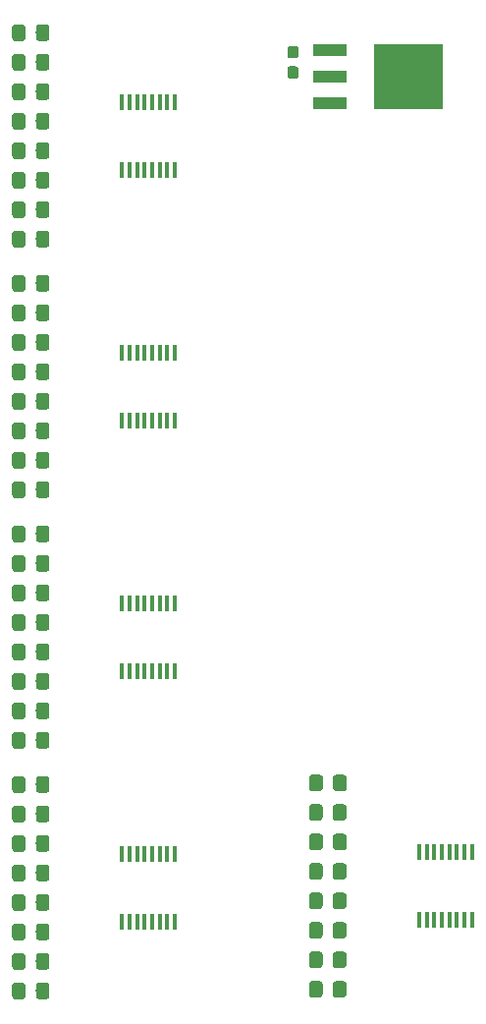
<source format=gbr>
G04 #@! TF.GenerationSoftware,KiCad,Pcbnew,5.0.2-bee76a0~70~ubuntu18.04.1*
G04 #@! TF.CreationDate,2019-01-09T10:49:10-06:00*
G04 #@! TF.ProjectId,giant,6769616e-742e-46b6-9963-61645f706362,rev?*
G04 #@! TF.SameCoordinates,Original*
G04 #@! TF.FileFunction,Paste,Top*
G04 #@! TF.FilePolarity,Positive*
%FSLAX46Y46*%
G04 Gerber Fmt 4.6, Leading zero omitted, Abs format (unit mm)*
G04 Created by KiCad (PCBNEW 5.0.2-bee76a0~70~ubuntu18.04.1) date Wed 09 Jan 2019 10:49:10 AM CST*
%MOMM*%
%LPD*%
G01*
G04 APERTURE LIST*
%ADD10C,0.100000*%
%ADD11C,1.150000*%
%ADD12R,0.450000X1.475000*%
%ADD13R,2.850000X1.000000*%
%ADD14R,5.950000X5.550000*%
%ADD15C,0.950000*%
G04 APERTURE END LIST*
D10*
G04 #@! TO.C,R23*
G36*
X71224505Y-136461204D02*
X71248773Y-136464804D01*
X71272572Y-136470765D01*
X71295671Y-136479030D01*
X71317850Y-136489520D01*
X71338893Y-136502132D01*
X71358599Y-136516747D01*
X71376777Y-136533223D01*
X71393253Y-136551401D01*
X71407868Y-136571107D01*
X71420480Y-136592150D01*
X71430970Y-136614329D01*
X71439235Y-136637428D01*
X71445196Y-136661227D01*
X71448796Y-136685495D01*
X71450000Y-136709999D01*
X71450000Y-137610001D01*
X71448796Y-137634505D01*
X71445196Y-137658773D01*
X71439235Y-137682572D01*
X71430970Y-137705671D01*
X71420480Y-137727850D01*
X71407868Y-137748893D01*
X71393253Y-137768599D01*
X71376777Y-137786777D01*
X71358599Y-137803253D01*
X71338893Y-137817868D01*
X71317850Y-137830480D01*
X71295671Y-137840970D01*
X71272572Y-137849235D01*
X71248773Y-137855196D01*
X71224505Y-137858796D01*
X71200001Y-137860000D01*
X70549999Y-137860000D01*
X70525495Y-137858796D01*
X70501227Y-137855196D01*
X70477428Y-137849235D01*
X70454329Y-137840970D01*
X70432150Y-137830480D01*
X70411107Y-137817868D01*
X70391401Y-137803253D01*
X70373223Y-137786777D01*
X70356747Y-137768599D01*
X70342132Y-137748893D01*
X70329520Y-137727850D01*
X70319030Y-137705671D01*
X70310765Y-137682572D01*
X70304804Y-137658773D01*
X70301204Y-137634505D01*
X70300000Y-137610001D01*
X70300000Y-136709999D01*
X70301204Y-136685495D01*
X70304804Y-136661227D01*
X70310765Y-136637428D01*
X70319030Y-136614329D01*
X70329520Y-136592150D01*
X70342132Y-136571107D01*
X70356747Y-136551401D01*
X70373223Y-136533223D01*
X70391401Y-136516747D01*
X70411107Y-136502132D01*
X70432150Y-136489520D01*
X70454329Y-136479030D01*
X70477428Y-136470765D01*
X70501227Y-136464804D01*
X70525495Y-136461204D01*
X70549999Y-136460000D01*
X71200001Y-136460000D01*
X71224505Y-136461204D01*
X71224505Y-136461204D01*
G37*
D11*
X70875000Y-137160000D03*
D10*
G36*
X69174505Y-136461204D02*
X69198773Y-136464804D01*
X69222572Y-136470765D01*
X69245671Y-136479030D01*
X69267850Y-136489520D01*
X69288893Y-136502132D01*
X69308599Y-136516747D01*
X69326777Y-136533223D01*
X69343253Y-136551401D01*
X69357868Y-136571107D01*
X69370480Y-136592150D01*
X69380970Y-136614329D01*
X69389235Y-136637428D01*
X69395196Y-136661227D01*
X69398796Y-136685495D01*
X69400000Y-136709999D01*
X69400000Y-137610001D01*
X69398796Y-137634505D01*
X69395196Y-137658773D01*
X69389235Y-137682572D01*
X69380970Y-137705671D01*
X69370480Y-137727850D01*
X69357868Y-137748893D01*
X69343253Y-137768599D01*
X69326777Y-137786777D01*
X69308599Y-137803253D01*
X69288893Y-137817868D01*
X69267850Y-137830480D01*
X69245671Y-137840970D01*
X69222572Y-137849235D01*
X69198773Y-137855196D01*
X69174505Y-137858796D01*
X69150001Y-137860000D01*
X68499999Y-137860000D01*
X68475495Y-137858796D01*
X68451227Y-137855196D01*
X68427428Y-137849235D01*
X68404329Y-137840970D01*
X68382150Y-137830480D01*
X68361107Y-137817868D01*
X68341401Y-137803253D01*
X68323223Y-137786777D01*
X68306747Y-137768599D01*
X68292132Y-137748893D01*
X68279520Y-137727850D01*
X68269030Y-137705671D01*
X68260765Y-137682572D01*
X68254804Y-137658773D01*
X68251204Y-137634505D01*
X68250000Y-137610001D01*
X68250000Y-136709999D01*
X68251204Y-136685495D01*
X68254804Y-136661227D01*
X68260765Y-136637428D01*
X68269030Y-136614329D01*
X68279520Y-136592150D01*
X68292132Y-136571107D01*
X68306747Y-136551401D01*
X68323223Y-136533223D01*
X68341401Y-136516747D01*
X68361107Y-136502132D01*
X68382150Y-136489520D01*
X68404329Y-136479030D01*
X68427428Y-136470765D01*
X68451227Y-136464804D01*
X68475495Y-136461204D01*
X68499999Y-136460000D01*
X69150001Y-136460000D01*
X69174505Y-136461204D01*
X69174505Y-136461204D01*
G37*
D11*
X68825000Y-137160000D03*
G04 #@! TD*
D10*
G04 #@! TO.C,R33*
G36*
X96851066Y-142671833D02*
X96875334Y-142675433D01*
X96899133Y-142681394D01*
X96922232Y-142689659D01*
X96944411Y-142700149D01*
X96965454Y-142712761D01*
X96985160Y-142727376D01*
X97003338Y-142743852D01*
X97019814Y-142762030D01*
X97034429Y-142781736D01*
X97047041Y-142802779D01*
X97057531Y-142824958D01*
X97065796Y-142848057D01*
X97071757Y-142871856D01*
X97075357Y-142896124D01*
X97076561Y-142920628D01*
X97076561Y-143820630D01*
X97075357Y-143845134D01*
X97071757Y-143869402D01*
X97065796Y-143893201D01*
X97057531Y-143916300D01*
X97047041Y-143938479D01*
X97034429Y-143959522D01*
X97019814Y-143979228D01*
X97003338Y-143997406D01*
X96985160Y-144013882D01*
X96965454Y-144028497D01*
X96944411Y-144041109D01*
X96922232Y-144051599D01*
X96899133Y-144059864D01*
X96875334Y-144065825D01*
X96851066Y-144069425D01*
X96826562Y-144070629D01*
X96176560Y-144070629D01*
X96152056Y-144069425D01*
X96127788Y-144065825D01*
X96103989Y-144059864D01*
X96080890Y-144051599D01*
X96058711Y-144041109D01*
X96037668Y-144028497D01*
X96017962Y-144013882D01*
X95999784Y-143997406D01*
X95983308Y-143979228D01*
X95968693Y-143959522D01*
X95956081Y-143938479D01*
X95945591Y-143916300D01*
X95937326Y-143893201D01*
X95931365Y-143869402D01*
X95927765Y-143845134D01*
X95926561Y-143820630D01*
X95926561Y-142920628D01*
X95927765Y-142896124D01*
X95931365Y-142871856D01*
X95937326Y-142848057D01*
X95945591Y-142824958D01*
X95956081Y-142802779D01*
X95968693Y-142781736D01*
X95983308Y-142762030D01*
X95999784Y-142743852D01*
X96017962Y-142727376D01*
X96037668Y-142712761D01*
X96058711Y-142700149D01*
X96080890Y-142689659D01*
X96103989Y-142681394D01*
X96127788Y-142675433D01*
X96152056Y-142671833D01*
X96176560Y-142670629D01*
X96826562Y-142670629D01*
X96851066Y-142671833D01*
X96851066Y-142671833D01*
G37*
D11*
X96501561Y-143370629D03*
D10*
G36*
X94801066Y-142671833D02*
X94825334Y-142675433D01*
X94849133Y-142681394D01*
X94872232Y-142689659D01*
X94894411Y-142700149D01*
X94915454Y-142712761D01*
X94935160Y-142727376D01*
X94953338Y-142743852D01*
X94969814Y-142762030D01*
X94984429Y-142781736D01*
X94997041Y-142802779D01*
X95007531Y-142824958D01*
X95015796Y-142848057D01*
X95021757Y-142871856D01*
X95025357Y-142896124D01*
X95026561Y-142920628D01*
X95026561Y-143820630D01*
X95025357Y-143845134D01*
X95021757Y-143869402D01*
X95015796Y-143893201D01*
X95007531Y-143916300D01*
X94997041Y-143938479D01*
X94984429Y-143959522D01*
X94969814Y-143979228D01*
X94953338Y-143997406D01*
X94935160Y-144013882D01*
X94915454Y-144028497D01*
X94894411Y-144041109D01*
X94872232Y-144051599D01*
X94849133Y-144059864D01*
X94825334Y-144065825D01*
X94801066Y-144069425D01*
X94776562Y-144070629D01*
X94126560Y-144070629D01*
X94102056Y-144069425D01*
X94077788Y-144065825D01*
X94053989Y-144059864D01*
X94030890Y-144051599D01*
X94008711Y-144041109D01*
X93987668Y-144028497D01*
X93967962Y-144013882D01*
X93949784Y-143997406D01*
X93933308Y-143979228D01*
X93918693Y-143959522D01*
X93906081Y-143938479D01*
X93895591Y-143916300D01*
X93887326Y-143893201D01*
X93881365Y-143869402D01*
X93877765Y-143845134D01*
X93876561Y-143820630D01*
X93876561Y-142920628D01*
X93877765Y-142896124D01*
X93881365Y-142871856D01*
X93887326Y-142848057D01*
X93895591Y-142824958D01*
X93906081Y-142802779D01*
X93918693Y-142781736D01*
X93933308Y-142762030D01*
X93949784Y-142743852D01*
X93967962Y-142727376D01*
X93987668Y-142712761D01*
X94008711Y-142700149D01*
X94030890Y-142689659D01*
X94053989Y-142681394D01*
X94077788Y-142675433D01*
X94102056Y-142671833D01*
X94126560Y-142670629D01*
X94776562Y-142670629D01*
X94801066Y-142671833D01*
X94801066Y-142671833D01*
G37*
D11*
X94451561Y-143370629D03*
G04 #@! TD*
D10*
G04 #@! TO.C,R31*
G36*
X71224505Y-158051204D02*
X71248773Y-158054804D01*
X71272572Y-158060765D01*
X71295671Y-158069030D01*
X71317850Y-158079520D01*
X71338893Y-158092132D01*
X71358599Y-158106747D01*
X71376777Y-158123223D01*
X71393253Y-158141401D01*
X71407868Y-158161107D01*
X71420480Y-158182150D01*
X71430970Y-158204329D01*
X71439235Y-158227428D01*
X71445196Y-158251227D01*
X71448796Y-158275495D01*
X71450000Y-158299999D01*
X71450000Y-159200001D01*
X71448796Y-159224505D01*
X71445196Y-159248773D01*
X71439235Y-159272572D01*
X71430970Y-159295671D01*
X71420480Y-159317850D01*
X71407868Y-159338893D01*
X71393253Y-159358599D01*
X71376777Y-159376777D01*
X71358599Y-159393253D01*
X71338893Y-159407868D01*
X71317850Y-159420480D01*
X71295671Y-159430970D01*
X71272572Y-159439235D01*
X71248773Y-159445196D01*
X71224505Y-159448796D01*
X71200001Y-159450000D01*
X70549999Y-159450000D01*
X70525495Y-159448796D01*
X70501227Y-159445196D01*
X70477428Y-159439235D01*
X70454329Y-159430970D01*
X70432150Y-159420480D01*
X70411107Y-159407868D01*
X70391401Y-159393253D01*
X70373223Y-159376777D01*
X70356747Y-159358599D01*
X70342132Y-159338893D01*
X70329520Y-159317850D01*
X70319030Y-159295671D01*
X70310765Y-159272572D01*
X70304804Y-159248773D01*
X70301204Y-159224505D01*
X70300000Y-159200001D01*
X70300000Y-158299999D01*
X70301204Y-158275495D01*
X70304804Y-158251227D01*
X70310765Y-158227428D01*
X70319030Y-158204329D01*
X70329520Y-158182150D01*
X70342132Y-158161107D01*
X70356747Y-158141401D01*
X70373223Y-158123223D01*
X70391401Y-158106747D01*
X70411107Y-158092132D01*
X70432150Y-158079520D01*
X70454329Y-158069030D01*
X70477428Y-158060765D01*
X70501227Y-158054804D01*
X70525495Y-158051204D01*
X70549999Y-158050000D01*
X71200001Y-158050000D01*
X71224505Y-158051204D01*
X71224505Y-158051204D01*
G37*
D11*
X70875000Y-158750000D03*
D10*
G36*
X69174505Y-158051204D02*
X69198773Y-158054804D01*
X69222572Y-158060765D01*
X69245671Y-158069030D01*
X69267850Y-158079520D01*
X69288893Y-158092132D01*
X69308599Y-158106747D01*
X69326777Y-158123223D01*
X69343253Y-158141401D01*
X69357868Y-158161107D01*
X69370480Y-158182150D01*
X69380970Y-158204329D01*
X69389235Y-158227428D01*
X69395196Y-158251227D01*
X69398796Y-158275495D01*
X69400000Y-158299999D01*
X69400000Y-159200001D01*
X69398796Y-159224505D01*
X69395196Y-159248773D01*
X69389235Y-159272572D01*
X69380970Y-159295671D01*
X69370480Y-159317850D01*
X69357868Y-159338893D01*
X69343253Y-159358599D01*
X69326777Y-159376777D01*
X69308599Y-159393253D01*
X69288893Y-159407868D01*
X69267850Y-159420480D01*
X69245671Y-159430970D01*
X69222572Y-159439235D01*
X69198773Y-159445196D01*
X69174505Y-159448796D01*
X69150001Y-159450000D01*
X68499999Y-159450000D01*
X68475495Y-159448796D01*
X68451227Y-159445196D01*
X68427428Y-159439235D01*
X68404329Y-159430970D01*
X68382150Y-159420480D01*
X68361107Y-159407868D01*
X68341401Y-159393253D01*
X68323223Y-159376777D01*
X68306747Y-159358599D01*
X68292132Y-159338893D01*
X68279520Y-159317850D01*
X68269030Y-159295671D01*
X68260765Y-159272572D01*
X68254804Y-159248773D01*
X68251204Y-159224505D01*
X68250000Y-159200001D01*
X68250000Y-158299999D01*
X68251204Y-158275495D01*
X68254804Y-158251227D01*
X68260765Y-158227428D01*
X68269030Y-158204329D01*
X68279520Y-158182150D01*
X68292132Y-158161107D01*
X68306747Y-158141401D01*
X68323223Y-158123223D01*
X68341401Y-158106747D01*
X68361107Y-158092132D01*
X68382150Y-158079520D01*
X68404329Y-158069030D01*
X68427428Y-158060765D01*
X68451227Y-158054804D01*
X68475495Y-158051204D01*
X68499999Y-158050000D01*
X69150001Y-158050000D01*
X69174505Y-158051204D01*
X69174505Y-158051204D01*
G37*
D11*
X68825000Y-158750000D03*
G04 #@! TD*
D10*
G04 #@! TO.C,R30*
G36*
X71224505Y-155511204D02*
X71248773Y-155514804D01*
X71272572Y-155520765D01*
X71295671Y-155529030D01*
X71317850Y-155539520D01*
X71338893Y-155552132D01*
X71358599Y-155566747D01*
X71376777Y-155583223D01*
X71393253Y-155601401D01*
X71407868Y-155621107D01*
X71420480Y-155642150D01*
X71430970Y-155664329D01*
X71439235Y-155687428D01*
X71445196Y-155711227D01*
X71448796Y-155735495D01*
X71450000Y-155759999D01*
X71450000Y-156660001D01*
X71448796Y-156684505D01*
X71445196Y-156708773D01*
X71439235Y-156732572D01*
X71430970Y-156755671D01*
X71420480Y-156777850D01*
X71407868Y-156798893D01*
X71393253Y-156818599D01*
X71376777Y-156836777D01*
X71358599Y-156853253D01*
X71338893Y-156867868D01*
X71317850Y-156880480D01*
X71295671Y-156890970D01*
X71272572Y-156899235D01*
X71248773Y-156905196D01*
X71224505Y-156908796D01*
X71200001Y-156910000D01*
X70549999Y-156910000D01*
X70525495Y-156908796D01*
X70501227Y-156905196D01*
X70477428Y-156899235D01*
X70454329Y-156890970D01*
X70432150Y-156880480D01*
X70411107Y-156867868D01*
X70391401Y-156853253D01*
X70373223Y-156836777D01*
X70356747Y-156818599D01*
X70342132Y-156798893D01*
X70329520Y-156777850D01*
X70319030Y-156755671D01*
X70310765Y-156732572D01*
X70304804Y-156708773D01*
X70301204Y-156684505D01*
X70300000Y-156660001D01*
X70300000Y-155759999D01*
X70301204Y-155735495D01*
X70304804Y-155711227D01*
X70310765Y-155687428D01*
X70319030Y-155664329D01*
X70329520Y-155642150D01*
X70342132Y-155621107D01*
X70356747Y-155601401D01*
X70373223Y-155583223D01*
X70391401Y-155566747D01*
X70411107Y-155552132D01*
X70432150Y-155539520D01*
X70454329Y-155529030D01*
X70477428Y-155520765D01*
X70501227Y-155514804D01*
X70525495Y-155511204D01*
X70549999Y-155510000D01*
X71200001Y-155510000D01*
X71224505Y-155511204D01*
X71224505Y-155511204D01*
G37*
D11*
X70875000Y-156210000D03*
D10*
G36*
X69174505Y-155511204D02*
X69198773Y-155514804D01*
X69222572Y-155520765D01*
X69245671Y-155529030D01*
X69267850Y-155539520D01*
X69288893Y-155552132D01*
X69308599Y-155566747D01*
X69326777Y-155583223D01*
X69343253Y-155601401D01*
X69357868Y-155621107D01*
X69370480Y-155642150D01*
X69380970Y-155664329D01*
X69389235Y-155687428D01*
X69395196Y-155711227D01*
X69398796Y-155735495D01*
X69400000Y-155759999D01*
X69400000Y-156660001D01*
X69398796Y-156684505D01*
X69395196Y-156708773D01*
X69389235Y-156732572D01*
X69380970Y-156755671D01*
X69370480Y-156777850D01*
X69357868Y-156798893D01*
X69343253Y-156818599D01*
X69326777Y-156836777D01*
X69308599Y-156853253D01*
X69288893Y-156867868D01*
X69267850Y-156880480D01*
X69245671Y-156890970D01*
X69222572Y-156899235D01*
X69198773Y-156905196D01*
X69174505Y-156908796D01*
X69150001Y-156910000D01*
X68499999Y-156910000D01*
X68475495Y-156908796D01*
X68451227Y-156905196D01*
X68427428Y-156899235D01*
X68404329Y-156890970D01*
X68382150Y-156880480D01*
X68361107Y-156867868D01*
X68341401Y-156853253D01*
X68323223Y-156836777D01*
X68306747Y-156818599D01*
X68292132Y-156798893D01*
X68279520Y-156777850D01*
X68269030Y-156755671D01*
X68260765Y-156732572D01*
X68254804Y-156708773D01*
X68251204Y-156684505D01*
X68250000Y-156660001D01*
X68250000Y-155759999D01*
X68251204Y-155735495D01*
X68254804Y-155711227D01*
X68260765Y-155687428D01*
X68269030Y-155664329D01*
X68279520Y-155642150D01*
X68292132Y-155621107D01*
X68306747Y-155601401D01*
X68323223Y-155583223D01*
X68341401Y-155566747D01*
X68361107Y-155552132D01*
X68382150Y-155539520D01*
X68404329Y-155529030D01*
X68427428Y-155520765D01*
X68451227Y-155514804D01*
X68475495Y-155511204D01*
X68499999Y-155510000D01*
X69150001Y-155510000D01*
X69174505Y-155511204D01*
X69174505Y-155511204D01*
G37*
D11*
X68825000Y-156210000D03*
G04 #@! TD*
D10*
G04 #@! TO.C,R29*
G36*
X71224505Y-152971204D02*
X71248773Y-152974804D01*
X71272572Y-152980765D01*
X71295671Y-152989030D01*
X71317850Y-152999520D01*
X71338893Y-153012132D01*
X71358599Y-153026747D01*
X71376777Y-153043223D01*
X71393253Y-153061401D01*
X71407868Y-153081107D01*
X71420480Y-153102150D01*
X71430970Y-153124329D01*
X71439235Y-153147428D01*
X71445196Y-153171227D01*
X71448796Y-153195495D01*
X71450000Y-153219999D01*
X71450000Y-154120001D01*
X71448796Y-154144505D01*
X71445196Y-154168773D01*
X71439235Y-154192572D01*
X71430970Y-154215671D01*
X71420480Y-154237850D01*
X71407868Y-154258893D01*
X71393253Y-154278599D01*
X71376777Y-154296777D01*
X71358599Y-154313253D01*
X71338893Y-154327868D01*
X71317850Y-154340480D01*
X71295671Y-154350970D01*
X71272572Y-154359235D01*
X71248773Y-154365196D01*
X71224505Y-154368796D01*
X71200001Y-154370000D01*
X70549999Y-154370000D01*
X70525495Y-154368796D01*
X70501227Y-154365196D01*
X70477428Y-154359235D01*
X70454329Y-154350970D01*
X70432150Y-154340480D01*
X70411107Y-154327868D01*
X70391401Y-154313253D01*
X70373223Y-154296777D01*
X70356747Y-154278599D01*
X70342132Y-154258893D01*
X70329520Y-154237850D01*
X70319030Y-154215671D01*
X70310765Y-154192572D01*
X70304804Y-154168773D01*
X70301204Y-154144505D01*
X70300000Y-154120001D01*
X70300000Y-153219999D01*
X70301204Y-153195495D01*
X70304804Y-153171227D01*
X70310765Y-153147428D01*
X70319030Y-153124329D01*
X70329520Y-153102150D01*
X70342132Y-153081107D01*
X70356747Y-153061401D01*
X70373223Y-153043223D01*
X70391401Y-153026747D01*
X70411107Y-153012132D01*
X70432150Y-152999520D01*
X70454329Y-152989030D01*
X70477428Y-152980765D01*
X70501227Y-152974804D01*
X70525495Y-152971204D01*
X70549999Y-152970000D01*
X71200001Y-152970000D01*
X71224505Y-152971204D01*
X71224505Y-152971204D01*
G37*
D11*
X70875000Y-153670000D03*
D10*
G36*
X69174505Y-152971204D02*
X69198773Y-152974804D01*
X69222572Y-152980765D01*
X69245671Y-152989030D01*
X69267850Y-152999520D01*
X69288893Y-153012132D01*
X69308599Y-153026747D01*
X69326777Y-153043223D01*
X69343253Y-153061401D01*
X69357868Y-153081107D01*
X69370480Y-153102150D01*
X69380970Y-153124329D01*
X69389235Y-153147428D01*
X69395196Y-153171227D01*
X69398796Y-153195495D01*
X69400000Y-153219999D01*
X69400000Y-154120001D01*
X69398796Y-154144505D01*
X69395196Y-154168773D01*
X69389235Y-154192572D01*
X69380970Y-154215671D01*
X69370480Y-154237850D01*
X69357868Y-154258893D01*
X69343253Y-154278599D01*
X69326777Y-154296777D01*
X69308599Y-154313253D01*
X69288893Y-154327868D01*
X69267850Y-154340480D01*
X69245671Y-154350970D01*
X69222572Y-154359235D01*
X69198773Y-154365196D01*
X69174505Y-154368796D01*
X69150001Y-154370000D01*
X68499999Y-154370000D01*
X68475495Y-154368796D01*
X68451227Y-154365196D01*
X68427428Y-154359235D01*
X68404329Y-154350970D01*
X68382150Y-154340480D01*
X68361107Y-154327868D01*
X68341401Y-154313253D01*
X68323223Y-154296777D01*
X68306747Y-154278599D01*
X68292132Y-154258893D01*
X68279520Y-154237850D01*
X68269030Y-154215671D01*
X68260765Y-154192572D01*
X68254804Y-154168773D01*
X68251204Y-154144505D01*
X68250000Y-154120001D01*
X68250000Y-153219999D01*
X68251204Y-153195495D01*
X68254804Y-153171227D01*
X68260765Y-153147428D01*
X68269030Y-153124329D01*
X68279520Y-153102150D01*
X68292132Y-153081107D01*
X68306747Y-153061401D01*
X68323223Y-153043223D01*
X68341401Y-153026747D01*
X68361107Y-153012132D01*
X68382150Y-152999520D01*
X68404329Y-152989030D01*
X68427428Y-152980765D01*
X68451227Y-152974804D01*
X68475495Y-152971204D01*
X68499999Y-152970000D01*
X69150001Y-152970000D01*
X69174505Y-152971204D01*
X69174505Y-152971204D01*
G37*
D11*
X68825000Y-153670000D03*
G04 #@! TD*
D10*
G04 #@! TO.C,R28*
G36*
X71224505Y-150431204D02*
X71248773Y-150434804D01*
X71272572Y-150440765D01*
X71295671Y-150449030D01*
X71317850Y-150459520D01*
X71338893Y-150472132D01*
X71358599Y-150486747D01*
X71376777Y-150503223D01*
X71393253Y-150521401D01*
X71407868Y-150541107D01*
X71420480Y-150562150D01*
X71430970Y-150584329D01*
X71439235Y-150607428D01*
X71445196Y-150631227D01*
X71448796Y-150655495D01*
X71450000Y-150679999D01*
X71450000Y-151580001D01*
X71448796Y-151604505D01*
X71445196Y-151628773D01*
X71439235Y-151652572D01*
X71430970Y-151675671D01*
X71420480Y-151697850D01*
X71407868Y-151718893D01*
X71393253Y-151738599D01*
X71376777Y-151756777D01*
X71358599Y-151773253D01*
X71338893Y-151787868D01*
X71317850Y-151800480D01*
X71295671Y-151810970D01*
X71272572Y-151819235D01*
X71248773Y-151825196D01*
X71224505Y-151828796D01*
X71200001Y-151830000D01*
X70549999Y-151830000D01*
X70525495Y-151828796D01*
X70501227Y-151825196D01*
X70477428Y-151819235D01*
X70454329Y-151810970D01*
X70432150Y-151800480D01*
X70411107Y-151787868D01*
X70391401Y-151773253D01*
X70373223Y-151756777D01*
X70356747Y-151738599D01*
X70342132Y-151718893D01*
X70329520Y-151697850D01*
X70319030Y-151675671D01*
X70310765Y-151652572D01*
X70304804Y-151628773D01*
X70301204Y-151604505D01*
X70300000Y-151580001D01*
X70300000Y-150679999D01*
X70301204Y-150655495D01*
X70304804Y-150631227D01*
X70310765Y-150607428D01*
X70319030Y-150584329D01*
X70329520Y-150562150D01*
X70342132Y-150541107D01*
X70356747Y-150521401D01*
X70373223Y-150503223D01*
X70391401Y-150486747D01*
X70411107Y-150472132D01*
X70432150Y-150459520D01*
X70454329Y-150449030D01*
X70477428Y-150440765D01*
X70501227Y-150434804D01*
X70525495Y-150431204D01*
X70549999Y-150430000D01*
X71200001Y-150430000D01*
X71224505Y-150431204D01*
X71224505Y-150431204D01*
G37*
D11*
X70875000Y-151130000D03*
D10*
G36*
X69174505Y-150431204D02*
X69198773Y-150434804D01*
X69222572Y-150440765D01*
X69245671Y-150449030D01*
X69267850Y-150459520D01*
X69288893Y-150472132D01*
X69308599Y-150486747D01*
X69326777Y-150503223D01*
X69343253Y-150521401D01*
X69357868Y-150541107D01*
X69370480Y-150562150D01*
X69380970Y-150584329D01*
X69389235Y-150607428D01*
X69395196Y-150631227D01*
X69398796Y-150655495D01*
X69400000Y-150679999D01*
X69400000Y-151580001D01*
X69398796Y-151604505D01*
X69395196Y-151628773D01*
X69389235Y-151652572D01*
X69380970Y-151675671D01*
X69370480Y-151697850D01*
X69357868Y-151718893D01*
X69343253Y-151738599D01*
X69326777Y-151756777D01*
X69308599Y-151773253D01*
X69288893Y-151787868D01*
X69267850Y-151800480D01*
X69245671Y-151810970D01*
X69222572Y-151819235D01*
X69198773Y-151825196D01*
X69174505Y-151828796D01*
X69150001Y-151830000D01*
X68499999Y-151830000D01*
X68475495Y-151828796D01*
X68451227Y-151825196D01*
X68427428Y-151819235D01*
X68404329Y-151810970D01*
X68382150Y-151800480D01*
X68361107Y-151787868D01*
X68341401Y-151773253D01*
X68323223Y-151756777D01*
X68306747Y-151738599D01*
X68292132Y-151718893D01*
X68279520Y-151697850D01*
X68269030Y-151675671D01*
X68260765Y-151652572D01*
X68254804Y-151628773D01*
X68251204Y-151604505D01*
X68250000Y-151580001D01*
X68250000Y-150679999D01*
X68251204Y-150655495D01*
X68254804Y-150631227D01*
X68260765Y-150607428D01*
X68269030Y-150584329D01*
X68279520Y-150562150D01*
X68292132Y-150541107D01*
X68306747Y-150521401D01*
X68323223Y-150503223D01*
X68341401Y-150486747D01*
X68361107Y-150472132D01*
X68382150Y-150459520D01*
X68404329Y-150449030D01*
X68427428Y-150440765D01*
X68451227Y-150434804D01*
X68475495Y-150431204D01*
X68499999Y-150430000D01*
X69150001Y-150430000D01*
X69174505Y-150431204D01*
X69174505Y-150431204D01*
G37*
D11*
X68825000Y-151130000D03*
G04 #@! TD*
D10*
G04 #@! TO.C,R27*
G36*
X71224505Y-147891204D02*
X71248773Y-147894804D01*
X71272572Y-147900765D01*
X71295671Y-147909030D01*
X71317850Y-147919520D01*
X71338893Y-147932132D01*
X71358599Y-147946747D01*
X71376777Y-147963223D01*
X71393253Y-147981401D01*
X71407868Y-148001107D01*
X71420480Y-148022150D01*
X71430970Y-148044329D01*
X71439235Y-148067428D01*
X71445196Y-148091227D01*
X71448796Y-148115495D01*
X71450000Y-148139999D01*
X71450000Y-149040001D01*
X71448796Y-149064505D01*
X71445196Y-149088773D01*
X71439235Y-149112572D01*
X71430970Y-149135671D01*
X71420480Y-149157850D01*
X71407868Y-149178893D01*
X71393253Y-149198599D01*
X71376777Y-149216777D01*
X71358599Y-149233253D01*
X71338893Y-149247868D01*
X71317850Y-149260480D01*
X71295671Y-149270970D01*
X71272572Y-149279235D01*
X71248773Y-149285196D01*
X71224505Y-149288796D01*
X71200001Y-149290000D01*
X70549999Y-149290000D01*
X70525495Y-149288796D01*
X70501227Y-149285196D01*
X70477428Y-149279235D01*
X70454329Y-149270970D01*
X70432150Y-149260480D01*
X70411107Y-149247868D01*
X70391401Y-149233253D01*
X70373223Y-149216777D01*
X70356747Y-149198599D01*
X70342132Y-149178893D01*
X70329520Y-149157850D01*
X70319030Y-149135671D01*
X70310765Y-149112572D01*
X70304804Y-149088773D01*
X70301204Y-149064505D01*
X70300000Y-149040001D01*
X70300000Y-148139999D01*
X70301204Y-148115495D01*
X70304804Y-148091227D01*
X70310765Y-148067428D01*
X70319030Y-148044329D01*
X70329520Y-148022150D01*
X70342132Y-148001107D01*
X70356747Y-147981401D01*
X70373223Y-147963223D01*
X70391401Y-147946747D01*
X70411107Y-147932132D01*
X70432150Y-147919520D01*
X70454329Y-147909030D01*
X70477428Y-147900765D01*
X70501227Y-147894804D01*
X70525495Y-147891204D01*
X70549999Y-147890000D01*
X71200001Y-147890000D01*
X71224505Y-147891204D01*
X71224505Y-147891204D01*
G37*
D11*
X70875000Y-148590000D03*
D10*
G36*
X69174505Y-147891204D02*
X69198773Y-147894804D01*
X69222572Y-147900765D01*
X69245671Y-147909030D01*
X69267850Y-147919520D01*
X69288893Y-147932132D01*
X69308599Y-147946747D01*
X69326777Y-147963223D01*
X69343253Y-147981401D01*
X69357868Y-148001107D01*
X69370480Y-148022150D01*
X69380970Y-148044329D01*
X69389235Y-148067428D01*
X69395196Y-148091227D01*
X69398796Y-148115495D01*
X69400000Y-148139999D01*
X69400000Y-149040001D01*
X69398796Y-149064505D01*
X69395196Y-149088773D01*
X69389235Y-149112572D01*
X69380970Y-149135671D01*
X69370480Y-149157850D01*
X69357868Y-149178893D01*
X69343253Y-149198599D01*
X69326777Y-149216777D01*
X69308599Y-149233253D01*
X69288893Y-149247868D01*
X69267850Y-149260480D01*
X69245671Y-149270970D01*
X69222572Y-149279235D01*
X69198773Y-149285196D01*
X69174505Y-149288796D01*
X69150001Y-149290000D01*
X68499999Y-149290000D01*
X68475495Y-149288796D01*
X68451227Y-149285196D01*
X68427428Y-149279235D01*
X68404329Y-149270970D01*
X68382150Y-149260480D01*
X68361107Y-149247868D01*
X68341401Y-149233253D01*
X68323223Y-149216777D01*
X68306747Y-149198599D01*
X68292132Y-149178893D01*
X68279520Y-149157850D01*
X68269030Y-149135671D01*
X68260765Y-149112572D01*
X68254804Y-149088773D01*
X68251204Y-149064505D01*
X68250000Y-149040001D01*
X68250000Y-148139999D01*
X68251204Y-148115495D01*
X68254804Y-148091227D01*
X68260765Y-148067428D01*
X68269030Y-148044329D01*
X68279520Y-148022150D01*
X68292132Y-148001107D01*
X68306747Y-147981401D01*
X68323223Y-147963223D01*
X68341401Y-147946747D01*
X68361107Y-147932132D01*
X68382150Y-147919520D01*
X68404329Y-147909030D01*
X68427428Y-147900765D01*
X68451227Y-147894804D01*
X68475495Y-147891204D01*
X68499999Y-147890000D01*
X69150001Y-147890000D01*
X69174505Y-147891204D01*
X69174505Y-147891204D01*
G37*
D11*
X68825000Y-148590000D03*
G04 #@! TD*
D10*
G04 #@! TO.C,R26*
G36*
X71224505Y-145351204D02*
X71248773Y-145354804D01*
X71272572Y-145360765D01*
X71295671Y-145369030D01*
X71317850Y-145379520D01*
X71338893Y-145392132D01*
X71358599Y-145406747D01*
X71376777Y-145423223D01*
X71393253Y-145441401D01*
X71407868Y-145461107D01*
X71420480Y-145482150D01*
X71430970Y-145504329D01*
X71439235Y-145527428D01*
X71445196Y-145551227D01*
X71448796Y-145575495D01*
X71450000Y-145599999D01*
X71450000Y-146500001D01*
X71448796Y-146524505D01*
X71445196Y-146548773D01*
X71439235Y-146572572D01*
X71430970Y-146595671D01*
X71420480Y-146617850D01*
X71407868Y-146638893D01*
X71393253Y-146658599D01*
X71376777Y-146676777D01*
X71358599Y-146693253D01*
X71338893Y-146707868D01*
X71317850Y-146720480D01*
X71295671Y-146730970D01*
X71272572Y-146739235D01*
X71248773Y-146745196D01*
X71224505Y-146748796D01*
X71200001Y-146750000D01*
X70549999Y-146750000D01*
X70525495Y-146748796D01*
X70501227Y-146745196D01*
X70477428Y-146739235D01*
X70454329Y-146730970D01*
X70432150Y-146720480D01*
X70411107Y-146707868D01*
X70391401Y-146693253D01*
X70373223Y-146676777D01*
X70356747Y-146658599D01*
X70342132Y-146638893D01*
X70329520Y-146617850D01*
X70319030Y-146595671D01*
X70310765Y-146572572D01*
X70304804Y-146548773D01*
X70301204Y-146524505D01*
X70300000Y-146500001D01*
X70300000Y-145599999D01*
X70301204Y-145575495D01*
X70304804Y-145551227D01*
X70310765Y-145527428D01*
X70319030Y-145504329D01*
X70329520Y-145482150D01*
X70342132Y-145461107D01*
X70356747Y-145441401D01*
X70373223Y-145423223D01*
X70391401Y-145406747D01*
X70411107Y-145392132D01*
X70432150Y-145379520D01*
X70454329Y-145369030D01*
X70477428Y-145360765D01*
X70501227Y-145354804D01*
X70525495Y-145351204D01*
X70549999Y-145350000D01*
X71200001Y-145350000D01*
X71224505Y-145351204D01*
X71224505Y-145351204D01*
G37*
D11*
X70875000Y-146050000D03*
D10*
G36*
X69174505Y-145351204D02*
X69198773Y-145354804D01*
X69222572Y-145360765D01*
X69245671Y-145369030D01*
X69267850Y-145379520D01*
X69288893Y-145392132D01*
X69308599Y-145406747D01*
X69326777Y-145423223D01*
X69343253Y-145441401D01*
X69357868Y-145461107D01*
X69370480Y-145482150D01*
X69380970Y-145504329D01*
X69389235Y-145527428D01*
X69395196Y-145551227D01*
X69398796Y-145575495D01*
X69400000Y-145599999D01*
X69400000Y-146500001D01*
X69398796Y-146524505D01*
X69395196Y-146548773D01*
X69389235Y-146572572D01*
X69380970Y-146595671D01*
X69370480Y-146617850D01*
X69357868Y-146638893D01*
X69343253Y-146658599D01*
X69326777Y-146676777D01*
X69308599Y-146693253D01*
X69288893Y-146707868D01*
X69267850Y-146720480D01*
X69245671Y-146730970D01*
X69222572Y-146739235D01*
X69198773Y-146745196D01*
X69174505Y-146748796D01*
X69150001Y-146750000D01*
X68499999Y-146750000D01*
X68475495Y-146748796D01*
X68451227Y-146745196D01*
X68427428Y-146739235D01*
X68404329Y-146730970D01*
X68382150Y-146720480D01*
X68361107Y-146707868D01*
X68341401Y-146693253D01*
X68323223Y-146676777D01*
X68306747Y-146658599D01*
X68292132Y-146638893D01*
X68279520Y-146617850D01*
X68269030Y-146595671D01*
X68260765Y-146572572D01*
X68254804Y-146548773D01*
X68251204Y-146524505D01*
X68250000Y-146500001D01*
X68250000Y-145599999D01*
X68251204Y-145575495D01*
X68254804Y-145551227D01*
X68260765Y-145527428D01*
X68269030Y-145504329D01*
X68279520Y-145482150D01*
X68292132Y-145461107D01*
X68306747Y-145441401D01*
X68323223Y-145423223D01*
X68341401Y-145406747D01*
X68361107Y-145392132D01*
X68382150Y-145379520D01*
X68404329Y-145369030D01*
X68427428Y-145360765D01*
X68451227Y-145354804D01*
X68475495Y-145351204D01*
X68499999Y-145350000D01*
X69150001Y-145350000D01*
X69174505Y-145351204D01*
X69174505Y-145351204D01*
G37*
D11*
X68825000Y-146050000D03*
G04 #@! TD*
D10*
G04 #@! TO.C,R13*
G36*
X71224505Y-109791204D02*
X71248773Y-109794804D01*
X71272572Y-109800765D01*
X71295671Y-109809030D01*
X71317850Y-109819520D01*
X71338893Y-109832132D01*
X71358599Y-109846747D01*
X71376777Y-109863223D01*
X71393253Y-109881401D01*
X71407868Y-109901107D01*
X71420480Y-109922150D01*
X71430970Y-109944329D01*
X71439235Y-109967428D01*
X71445196Y-109991227D01*
X71448796Y-110015495D01*
X71450000Y-110039999D01*
X71450000Y-110940001D01*
X71448796Y-110964505D01*
X71445196Y-110988773D01*
X71439235Y-111012572D01*
X71430970Y-111035671D01*
X71420480Y-111057850D01*
X71407868Y-111078893D01*
X71393253Y-111098599D01*
X71376777Y-111116777D01*
X71358599Y-111133253D01*
X71338893Y-111147868D01*
X71317850Y-111160480D01*
X71295671Y-111170970D01*
X71272572Y-111179235D01*
X71248773Y-111185196D01*
X71224505Y-111188796D01*
X71200001Y-111190000D01*
X70549999Y-111190000D01*
X70525495Y-111188796D01*
X70501227Y-111185196D01*
X70477428Y-111179235D01*
X70454329Y-111170970D01*
X70432150Y-111160480D01*
X70411107Y-111147868D01*
X70391401Y-111133253D01*
X70373223Y-111116777D01*
X70356747Y-111098599D01*
X70342132Y-111078893D01*
X70329520Y-111057850D01*
X70319030Y-111035671D01*
X70310765Y-111012572D01*
X70304804Y-110988773D01*
X70301204Y-110964505D01*
X70300000Y-110940001D01*
X70300000Y-110039999D01*
X70301204Y-110015495D01*
X70304804Y-109991227D01*
X70310765Y-109967428D01*
X70319030Y-109944329D01*
X70329520Y-109922150D01*
X70342132Y-109901107D01*
X70356747Y-109881401D01*
X70373223Y-109863223D01*
X70391401Y-109846747D01*
X70411107Y-109832132D01*
X70432150Y-109819520D01*
X70454329Y-109809030D01*
X70477428Y-109800765D01*
X70501227Y-109794804D01*
X70525495Y-109791204D01*
X70549999Y-109790000D01*
X71200001Y-109790000D01*
X71224505Y-109791204D01*
X71224505Y-109791204D01*
G37*
D11*
X70875000Y-110490000D03*
D10*
G36*
X69174505Y-109791204D02*
X69198773Y-109794804D01*
X69222572Y-109800765D01*
X69245671Y-109809030D01*
X69267850Y-109819520D01*
X69288893Y-109832132D01*
X69308599Y-109846747D01*
X69326777Y-109863223D01*
X69343253Y-109881401D01*
X69357868Y-109901107D01*
X69370480Y-109922150D01*
X69380970Y-109944329D01*
X69389235Y-109967428D01*
X69395196Y-109991227D01*
X69398796Y-110015495D01*
X69400000Y-110039999D01*
X69400000Y-110940001D01*
X69398796Y-110964505D01*
X69395196Y-110988773D01*
X69389235Y-111012572D01*
X69380970Y-111035671D01*
X69370480Y-111057850D01*
X69357868Y-111078893D01*
X69343253Y-111098599D01*
X69326777Y-111116777D01*
X69308599Y-111133253D01*
X69288893Y-111147868D01*
X69267850Y-111160480D01*
X69245671Y-111170970D01*
X69222572Y-111179235D01*
X69198773Y-111185196D01*
X69174505Y-111188796D01*
X69150001Y-111190000D01*
X68499999Y-111190000D01*
X68475495Y-111188796D01*
X68451227Y-111185196D01*
X68427428Y-111179235D01*
X68404329Y-111170970D01*
X68382150Y-111160480D01*
X68361107Y-111147868D01*
X68341401Y-111133253D01*
X68323223Y-111116777D01*
X68306747Y-111098599D01*
X68292132Y-111078893D01*
X68279520Y-111057850D01*
X68269030Y-111035671D01*
X68260765Y-111012572D01*
X68254804Y-110988773D01*
X68251204Y-110964505D01*
X68250000Y-110940001D01*
X68250000Y-110039999D01*
X68251204Y-110015495D01*
X68254804Y-109991227D01*
X68260765Y-109967428D01*
X68269030Y-109944329D01*
X68279520Y-109922150D01*
X68292132Y-109901107D01*
X68306747Y-109881401D01*
X68323223Y-109863223D01*
X68341401Y-109846747D01*
X68361107Y-109832132D01*
X68382150Y-109819520D01*
X68404329Y-109809030D01*
X68427428Y-109800765D01*
X68451227Y-109794804D01*
X68475495Y-109791204D01*
X68499999Y-109790000D01*
X69150001Y-109790000D01*
X69174505Y-109791204D01*
X69174505Y-109791204D01*
G37*
D11*
X68825000Y-110490000D03*
G04 #@! TD*
D10*
G04 #@! TO.C,R24*
G36*
X71224505Y-139001204D02*
X71248773Y-139004804D01*
X71272572Y-139010765D01*
X71295671Y-139019030D01*
X71317850Y-139029520D01*
X71338893Y-139042132D01*
X71358599Y-139056747D01*
X71376777Y-139073223D01*
X71393253Y-139091401D01*
X71407868Y-139111107D01*
X71420480Y-139132150D01*
X71430970Y-139154329D01*
X71439235Y-139177428D01*
X71445196Y-139201227D01*
X71448796Y-139225495D01*
X71450000Y-139249999D01*
X71450000Y-140150001D01*
X71448796Y-140174505D01*
X71445196Y-140198773D01*
X71439235Y-140222572D01*
X71430970Y-140245671D01*
X71420480Y-140267850D01*
X71407868Y-140288893D01*
X71393253Y-140308599D01*
X71376777Y-140326777D01*
X71358599Y-140343253D01*
X71338893Y-140357868D01*
X71317850Y-140370480D01*
X71295671Y-140380970D01*
X71272572Y-140389235D01*
X71248773Y-140395196D01*
X71224505Y-140398796D01*
X71200001Y-140400000D01*
X70549999Y-140400000D01*
X70525495Y-140398796D01*
X70501227Y-140395196D01*
X70477428Y-140389235D01*
X70454329Y-140380970D01*
X70432150Y-140370480D01*
X70411107Y-140357868D01*
X70391401Y-140343253D01*
X70373223Y-140326777D01*
X70356747Y-140308599D01*
X70342132Y-140288893D01*
X70329520Y-140267850D01*
X70319030Y-140245671D01*
X70310765Y-140222572D01*
X70304804Y-140198773D01*
X70301204Y-140174505D01*
X70300000Y-140150001D01*
X70300000Y-139249999D01*
X70301204Y-139225495D01*
X70304804Y-139201227D01*
X70310765Y-139177428D01*
X70319030Y-139154329D01*
X70329520Y-139132150D01*
X70342132Y-139111107D01*
X70356747Y-139091401D01*
X70373223Y-139073223D01*
X70391401Y-139056747D01*
X70411107Y-139042132D01*
X70432150Y-139029520D01*
X70454329Y-139019030D01*
X70477428Y-139010765D01*
X70501227Y-139004804D01*
X70525495Y-139001204D01*
X70549999Y-139000000D01*
X71200001Y-139000000D01*
X71224505Y-139001204D01*
X71224505Y-139001204D01*
G37*
D11*
X70875000Y-139700000D03*
D10*
G36*
X69174505Y-139001204D02*
X69198773Y-139004804D01*
X69222572Y-139010765D01*
X69245671Y-139019030D01*
X69267850Y-139029520D01*
X69288893Y-139042132D01*
X69308599Y-139056747D01*
X69326777Y-139073223D01*
X69343253Y-139091401D01*
X69357868Y-139111107D01*
X69370480Y-139132150D01*
X69380970Y-139154329D01*
X69389235Y-139177428D01*
X69395196Y-139201227D01*
X69398796Y-139225495D01*
X69400000Y-139249999D01*
X69400000Y-140150001D01*
X69398796Y-140174505D01*
X69395196Y-140198773D01*
X69389235Y-140222572D01*
X69380970Y-140245671D01*
X69370480Y-140267850D01*
X69357868Y-140288893D01*
X69343253Y-140308599D01*
X69326777Y-140326777D01*
X69308599Y-140343253D01*
X69288893Y-140357868D01*
X69267850Y-140370480D01*
X69245671Y-140380970D01*
X69222572Y-140389235D01*
X69198773Y-140395196D01*
X69174505Y-140398796D01*
X69150001Y-140400000D01*
X68499999Y-140400000D01*
X68475495Y-140398796D01*
X68451227Y-140395196D01*
X68427428Y-140389235D01*
X68404329Y-140380970D01*
X68382150Y-140370480D01*
X68361107Y-140357868D01*
X68341401Y-140343253D01*
X68323223Y-140326777D01*
X68306747Y-140308599D01*
X68292132Y-140288893D01*
X68279520Y-140267850D01*
X68269030Y-140245671D01*
X68260765Y-140222572D01*
X68254804Y-140198773D01*
X68251204Y-140174505D01*
X68250000Y-140150001D01*
X68250000Y-139249999D01*
X68251204Y-139225495D01*
X68254804Y-139201227D01*
X68260765Y-139177428D01*
X68269030Y-139154329D01*
X68279520Y-139132150D01*
X68292132Y-139111107D01*
X68306747Y-139091401D01*
X68323223Y-139073223D01*
X68341401Y-139056747D01*
X68361107Y-139042132D01*
X68382150Y-139029520D01*
X68404329Y-139019030D01*
X68427428Y-139010765D01*
X68451227Y-139004804D01*
X68475495Y-139001204D01*
X68499999Y-139000000D01*
X69150001Y-139000000D01*
X69174505Y-139001204D01*
X69174505Y-139001204D01*
G37*
D11*
X68825000Y-139700000D03*
G04 #@! TD*
D10*
G04 #@! TO.C,R22*
G36*
X71224505Y-133921204D02*
X71248773Y-133924804D01*
X71272572Y-133930765D01*
X71295671Y-133939030D01*
X71317850Y-133949520D01*
X71338893Y-133962132D01*
X71358599Y-133976747D01*
X71376777Y-133993223D01*
X71393253Y-134011401D01*
X71407868Y-134031107D01*
X71420480Y-134052150D01*
X71430970Y-134074329D01*
X71439235Y-134097428D01*
X71445196Y-134121227D01*
X71448796Y-134145495D01*
X71450000Y-134169999D01*
X71450000Y-135070001D01*
X71448796Y-135094505D01*
X71445196Y-135118773D01*
X71439235Y-135142572D01*
X71430970Y-135165671D01*
X71420480Y-135187850D01*
X71407868Y-135208893D01*
X71393253Y-135228599D01*
X71376777Y-135246777D01*
X71358599Y-135263253D01*
X71338893Y-135277868D01*
X71317850Y-135290480D01*
X71295671Y-135300970D01*
X71272572Y-135309235D01*
X71248773Y-135315196D01*
X71224505Y-135318796D01*
X71200001Y-135320000D01*
X70549999Y-135320000D01*
X70525495Y-135318796D01*
X70501227Y-135315196D01*
X70477428Y-135309235D01*
X70454329Y-135300970D01*
X70432150Y-135290480D01*
X70411107Y-135277868D01*
X70391401Y-135263253D01*
X70373223Y-135246777D01*
X70356747Y-135228599D01*
X70342132Y-135208893D01*
X70329520Y-135187850D01*
X70319030Y-135165671D01*
X70310765Y-135142572D01*
X70304804Y-135118773D01*
X70301204Y-135094505D01*
X70300000Y-135070001D01*
X70300000Y-134169999D01*
X70301204Y-134145495D01*
X70304804Y-134121227D01*
X70310765Y-134097428D01*
X70319030Y-134074329D01*
X70329520Y-134052150D01*
X70342132Y-134031107D01*
X70356747Y-134011401D01*
X70373223Y-133993223D01*
X70391401Y-133976747D01*
X70411107Y-133962132D01*
X70432150Y-133949520D01*
X70454329Y-133939030D01*
X70477428Y-133930765D01*
X70501227Y-133924804D01*
X70525495Y-133921204D01*
X70549999Y-133920000D01*
X71200001Y-133920000D01*
X71224505Y-133921204D01*
X71224505Y-133921204D01*
G37*
D11*
X70875000Y-134620000D03*
D10*
G36*
X69174505Y-133921204D02*
X69198773Y-133924804D01*
X69222572Y-133930765D01*
X69245671Y-133939030D01*
X69267850Y-133949520D01*
X69288893Y-133962132D01*
X69308599Y-133976747D01*
X69326777Y-133993223D01*
X69343253Y-134011401D01*
X69357868Y-134031107D01*
X69370480Y-134052150D01*
X69380970Y-134074329D01*
X69389235Y-134097428D01*
X69395196Y-134121227D01*
X69398796Y-134145495D01*
X69400000Y-134169999D01*
X69400000Y-135070001D01*
X69398796Y-135094505D01*
X69395196Y-135118773D01*
X69389235Y-135142572D01*
X69380970Y-135165671D01*
X69370480Y-135187850D01*
X69357868Y-135208893D01*
X69343253Y-135228599D01*
X69326777Y-135246777D01*
X69308599Y-135263253D01*
X69288893Y-135277868D01*
X69267850Y-135290480D01*
X69245671Y-135300970D01*
X69222572Y-135309235D01*
X69198773Y-135315196D01*
X69174505Y-135318796D01*
X69150001Y-135320000D01*
X68499999Y-135320000D01*
X68475495Y-135318796D01*
X68451227Y-135315196D01*
X68427428Y-135309235D01*
X68404329Y-135300970D01*
X68382150Y-135290480D01*
X68361107Y-135277868D01*
X68341401Y-135263253D01*
X68323223Y-135246777D01*
X68306747Y-135228599D01*
X68292132Y-135208893D01*
X68279520Y-135187850D01*
X68269030Y-135165671D01*
X68260765Y-135142572D01*
X68254804Y-135118773D01*
X68251204Y-135094505D01*
X68250000Y-135070001D01*
X68250000Y-134169999D01*
X68251204Y-134145495D01*
X68254804Y-134121227D01*
X68260765Y-134097428D01*
X68269030Y-134074329D01*
X68279520Y-134052150D01*
X68292132Y-134031107D01*
X68306747Y-134011401D01*
X68323223Y-133993223D01*
X68341401Y-133976747D01*
X68361107Y-133962132D01*
X68382150Y-133949520D01*
X68404329Y-133939030D01*
X68427428Y-133930765D01*
X68451227Y-133924804D01*
X68475495Y-133921204D01*
X68499999Y-133920000D01*
X69150001Y-133920000D01*
X69174505Y-133921204D01*
X69174505Y-133921204D01*
G37*
D11*
X68825000Y-134620000D03*
G04 #@! TD*
D10*
G04 #@! TO.C,R21*
G36*
X71224505Y-131381204D02*
X71248773Y-131384804D01*
X71272572Y-131390765D01*
X71295671Y-131399030D01*
X71317850Y-131409520D01*
X71338893Y-131422132D01*
X71358599Y-131436747D01*
X71376777Y-131453223D01*
X71393253Y-131471401D01*
X71407868Y-131491107D01*
X71420480Y-131512150D01*
X71430970Y-131534329D01*
X71439235Y-131557428D01*
X71445196Y-131581227D01*
X71448796Y-131605495D01*
X71450000Y-131629999D01*
X71450000Y-132530001D01*
X71448796Y-132554505D01*
X71445196Y-132578773D01*
X71439235Y-132602572D01*
X71430970Y-132625671D01*
X71420480Y-132647850D01*
X71407868Y-132668893D01*
X71393253Y-132688599D01*
X71376777Y-132706777D01*
X71358599Y-132723253D01*
X71338893Y-132737868D01*
X71317850Y-132750480D01*
X71295671Y-132760970D01*
X71272572Y-132769235D01*
X71248773Y-132775196D01*
X71224505Y-132778796D01*
X71200001Y-132780000D01*
X70549999Y-132780000D01*
X70525495Y-132778796D01*
X70501227Y-132775196D01*
X70477428Y-132769235D01*
X70454329Y-132760970D01*
X70432150Y-132750480D01*
X70411107Y-132737868D01*
X70391401Y-132723253D01*
X70373223Y-132706777D01*
X70356747Y-132688599D01*
X70342132Y-132668893D01*
X70329520Y-132647850D01*
X70319030Y-132625671D01*
X70310765Y-132602572D01*
X70304804Y-132578773D01*
X70301204Y-132554505D01*
X70300000Y-132530001D01*
X70300000Y-131629999D01*
X70301204Y-131605495D01*
X70304804Y-131581227D01*
X70310765Y-131557428D01*
X70319030Y-131534329D01*
X70329520Y-131512150D01*
X70342132Y-131491107D01*
X70356747Y-131471401D01*
X70373223Y-131453223D01*
X70391401Y-131436747D01*
X70411107Y-131422132D01*
X70432150Y-131409520D01*
X70454329Y-131399030D01*
X70477428Y-131390765D01*
X70501227Y-131384804D01*
X70525495Y-131381204D01*
X70549999Y-131380000D01*
X71200001Y-131380000D01*
X71224505Y-131381204D01*
X71224505Y-131381204D01*
G37*
D11*
X70875000Y-132080000D03*
D10*
G36*
X69174505Y-131381204D02*
X69198773Y-131384804D01*
X69222572Y-131390765D01*
X69245671Y-131399030D01*
X69267850Y-131409520D01*
X69288893Y-131422132D01*
X69308599Y-131436747D01*
X69326777Y-131453223D01*
X69343253Y-131471401D01*
X69357868Y-131491107D01*
X69370480Y-131512150D01*
X69380970Y-131534329D01*
X69389235Y-131557428D01*
X69395196Y-131581227D01*
X69398796Y-131605495D01*
X69400000Y-131629999D01*
X69400000Y-132530001D01*
X69398796Y-132554505D01*
X69395196Y-132578773D01*
X69389235Y-132602572D01*
X69380970Y-132625671D01*
X69370480Y-132647850D01*
X69357868Y-132668893D01*
X69343253Y-132688599D01*
X69326777Y-132706777D01*
X69308599Y-132723253D01*
X69288893Y-132737868D01*
X69267850Y-132750480D01*
X69245671Y-132760970D01*
X69222572Y-132769235D01*
X69198773Y-132775196D01*
X69174505Y-132778796D01*
X69150001Y-132780000D01*
X68499999Y-132780000D01*
X68475495Y-132778796D01*
X68451227Y-132775196D01*
X68427428Y-132769235D01*
X68404329Y-132760970D01*
X68382150Y-132750480D01*
X68361107Y-132737868D01*
X68341401Y-132723253D01*
X68323223Y-132706777D01*
X68306747Y-132688599D01*
X68292132Y-132668893D01*
X68279520Y-132647850D01*
X68269030Y-132625671D01*
X68260765Y-132602572D01*
X68254804Y-132578773D01*
X68251204Y-132554505D01*
X68250000Y-132530001D01*
X68250000Y-131629999D01*
X68251204Y-131605495D01*
X68254804Y-131581227D01*
X68260765Y-131557428D01*
X68269030Y-131534329D01*
X68279520Y-131512150D01*
X68292132Y-131491107D01*
X68306747Y-131471401D01*
X68323223Y-131453223D01*
X68341401Y-131436747D01*
X68361107Y-131422132D01*
X68382150Y-131409520D01*
X68404329Y-131399030D01*
X68427428Y-131390765D01*
X68451227Y-131384804D01*
X68475495Y-131381204D01*
X68499999Y-131380000D01*
X69150001Y-131380000D01*
X69174505Y-131381204D01*
X69174505Y-131381204D01*
G37*
D11*
X68825000Y-132080000D03*
G04 #@! TD*
D10*
G04 #@! TO.C,R20*
G36*
X71224505Y-128841204D02*
X71248773Y-128844804D01*
X71272572Y-128850765D01*
X71295671Y-128859030D01*
X71317850Y-128869520D01*
X71338893Y-128882132D01*
X71358599Y-128896747D01*
X71376777Y-128913223D01*
X71393253Y-128931401D01*
X71407868Y-128951107D01*
X71420480Y-128972150D01*
X71430970Y-128994329D01*
X71439235Y-129017428D01*
X71445196Y-129041227D01*
X71448796Y-129065495D01*
X71450000Y-129089999D01*
X71450000Y-129990001D01*
X71448796Y-130014505D01*
X71445196Y-130038773D01*
X71439235Y-130062572D01*
X71430970Y-130085671D01*
X71420480Y-130107850D01*
X71407868Y-130128893D01*
X71393253Y-130148599D01*
X71376777Y-130166777D01*
X71358599Y-130183253D01*
X71338893Y-130197868D01*
X71317850Y-130210480D01*
X71295671Y-130220970D01*
X71272572Y-130229235D01*
X71248773Y-130235196D01*
X71224505Y-130238796D01*
X71200001Y-130240000D01*
X70549999Y-130240000D01*
X70525495Y-130238796D01*
X70501227Y-130235196D01*
X70477428Y-130229235D01*
X70454329Y-130220970D01*
X70432150Y-130210480D01*
X70411107Y-130197868D01*
X70391401Y-130183253D01*
X70373223Y-130166777D01*
X70356747Y-130148599D01*
X70342132Y-130128893D01*
X70329520Y-130107850D01*
X70319030Y-130085671D01*
X70310765Y-130062572D01*
X70304804Y-130038773D01*
X70301204Y-130014505D01*
X70300000Y-129990001D01*
X70300000Y-129089999D01*
X70301204Y-129065495D01*
X70304804Y-129041227D01*
X70310765Y-129017428D01*
X70319030Y-128994329D01*
X70329520Y-128972150D01*
X70342132Y-128951107D01*
X70356747Y-128931401D01*
X70373223Y-128913223D01*
X70391401Y-128896747D01*
X70411107Y-128882132D01*
X70432150Y-128869520D01*
X70454329Y-128859030D01*
X70477428Y-128850765D01*
X70501227Y-128844804D01*
X70525495Y-128841204D01*
X70549999Y-128840000D01*
X71200001Y-128840000D01*
X71224505Y-128841204D01*
X71224505Y-128841204D01*
G37*
D11*
X70875000Y-129540000D03*
D10*
G36*
X69174505Y-128841204D02*
X69198773Y-128844804D01*
X69222572Y-128850765D01*
X69245671Y-128859030D01*
X69267850Y-128869520D01*
X69288893Y-128882132D01*
X69308599Y-128896747D01*
X69326777Y-128913223D01*
X69343253Y-128931401D01*
X69357868Y-128951107D01*
X69370480Y-128972150D01*
X69380970Y-128994329D01*
X69389235Y-129017428D01*
X69395196Y-129041227D01*
X69398796Y-129065495D01*
X69400000Y-129089999D01*
X69400000Y-129990001D01*
X69398796Y-130014505D01*
X69395196Y-130038773D01*
X69389235Y-130062572D01*
X69380970Y-130085671D01*
X69370480Y-130107850D01*
X69357868Y-130128893D01*
X69343253Y-130148599D01*
X69326777Y-130166777D01*
X69308599Y-130183253D01*
X69288893Y-130197868D01*
X69267850Y-130210480D01*
X69245671Y-130220970D01*
X69222572Y-130229235D01*
X69198773Y-130235196D01*
X69174505Y-130238796D01*
X69150001Y-130240000D01*
X68499999Y-130240000D01*
X68475495Y-130238796D01*
X68451227Y-130235196D01*
X68427428Y-130229235D01*
X68404329Y-130220970D01*
X68382150Y-130210480D01*
X68361107Y-130197868D01*
X68341401Y-130183253D01*
X68323223Y-130166777D01*
X68306747Y-130148599D01*
X68292132Y-130128893D01*
X68279520Y-130107850D01*
X68269030Y-130085671D01*
X68260765Y-130062572D01*
X68254804Y-130038773D01*
X68251204Y-130014505D01*
X68250000Y-129990001D01*
X68250000Y-129089999D01*
X68251204Y-129065495D01*
X68254804Y-129041227D01*
X68260765Y-129017428D01*
X68269030Y-128994329D01*
X68279520Y-128972150D01*
X68292132Y-128951107D01*
X68306747Y-128931401D01*
X68323223Y-128913223D01*
X68341401Y-128896747D01*
X68361107Y-128882132D01*
X68382150Y-128869520D01*
X68404329Y-128859030D01*
X68427428Y-128850765D01*
X68451227Y-128844804D01*
X68475495Y-128841204D01*
X68499999Y-128840000D01*
X69150001Y-128840000D01*
X69174505Y-128841204D01*
X69174505Y-128841204D01*
G37*
D11*
X68825000Y-129540000D03*
G04 #@! TD*
D10*
G04 #@! TO.C,R19*
G36*
X71224505Y-126301204D02*
X71248773Y-126304804D01*
X71272572Y-126310765D01*
X71295671Y-126319030D01*
X71317850Y-126329520D01*
X71338893Y-126342132D01*
X71358599Y-126356747D01*
X71376777Y-126373223D01*
X71393253Y-126391401D01*
X71407868Y-126411107D01*
X71420480Y-126432150D01*
X71430970Y-126454329D01*
X71439235Y-126477428D01*
X71445196Y-126501227D01*
X71448796Y-126525495D01*
X71450000Y-126549999D01*
X71450000Y-127450001D01*
X71448796Y-127474505D01*
X71445196Y-127498773D01*
X71439235Y-127522572D01*
X71430970Y-127545671D01*
X71420480Y-127567850D01*
X71407868Y-127588893D01*
X71393253Y-127608599D01*
X71376777Y-127626777D01*
X71358599Y-127643253D01*
X71338893Y-127657868D01*
X71317850Y-127670480D01*
X71295671Y-127680970D01*
X71272572Y-127689235D01*
X71248773Y-127695196D01*
X71224505Y-127698796D01*
X71200001Y-127700000D01*
X70549999Y-127700000D01*
X70525495Y-127698796D01*
X70501227Y-127695196D01*
X70477428Y-127689235D01*
X70454329Y-127680970D01*
X70432150Y-127670480D01*
X70411107Y-127657868D01*
X70391401Y-127643253D01*
X70373223Y-127626777D01*
X70356747Y-127608599D01*
X70342132Y-127588893D01*
X70329520Y-127567850D01*
X70319030Y-127545671D01*
X70310765Y-127522572D01*
X70304804Y-127498773D01*
X70301204Y-127474505D01*
X70300000Y-127450001D01*
X70300000Y-126549999D01*
X70301204Y-126525495D01*
X70304804Y-126501227D01*
X70310765Y-126477428D01*
X70319030Y-126454329D01*
X70329520Y-126432150D01*
X70342132Y-126411107D01*
X70356747Y-126391401D01*
X70373223Y-126373223D01*
X70391401Y-126356747D01*
X70411107Y-126342132D01*
X70432150Y-126329520D01*
X70454329Y-126319030D01*
X70477428Y-126310765D01*
X70501227Y-126304804D01*
X70525495Y-126301204D01*
X70549999Y-126300000D01*
X71200001Y-126300000D01*
X71224505Y-126301204D01*
X71224505Y-126301204D01*
G37*
D11*
X70875000Y-127000000D03*
D10*
G36*
X69174505Y-126301204D02*
X69198773Y-126304804D01*
X69222572Y-126310765D01*
X69245671Y-126319030D01*
X69267850Y-126329520D01*
X69288893Y-126342132D01*
X69308599Y-126356747D01*
X69326777Y-126373223D01*
X69343253Y-126391401D01*
X69357868Y-126411107D01*
X69370480Y-126432150D01*
X69380970Y-126454329D01*
X69389235Y-126477428D01*
X69395196Y-126501227D01*
X69398796Y-126525495D01*
X69400000Y-126549999D01*
X69400000Y-127450001D01*
X69398796Y-127474505D01*
X69395196Y-127498773D01*
X69389235Y-127522572D01*
X69380970Y-127545671D01*
X69370480Y-127567850D01*
X69357868Y-127588893D01*
X69343253Y-127608599D01*
X69326777Y-127626777D01*
X69308599Y-127643253D01*
X69288893Y-127657868D01*
X69267850Y-127670480D01*
X69245671Y-127680970D01*
X69222572Y-127689235D01*
X69198773Y-127695196D01*
X69174505Y-127698796D01*
X69150001Y-127700000D01*
X68499999Y-127700000D01*
X68475495Y-127698796D01*
X68451227Y-127695196D01*
X68427428Y-127689235D01*
X68404329Y-127680970D01*
X68382150Y-127670480D01*
X68361107Y-127657868D01*
X68341401Y-127643253D01*
X68323223Y-127626777D01*
X68306747Y-127608599D01*
X68292132Y-127588893D01*
X68279520Y-127567850D01*
X68269030Y-127545671D01*
X68260765Y-127522572D01*
X68254804Y-127498773D01*
X68251204Y-127474505D01*
X68250000Y-127450001D01*
X68250000Y-126549999D01*
X68251204Y-126525495D01*
X68254804Y-126501227D01*
X68260765Y-126477428D01*
X68269030Y-126454329D01*
X68279520Y-126432150D01*
X68292132Y-126411107D01*
X68306747Y-126391401D01*
X68323223Y-126373223D01*
X68341401Y-126356747D01*
X68361107Y-126342132D01*
X68382150Y-126329520D01*
X68404329Y-126319030D01*
X68427428Y-126310765D01*
X68451227Y-126304804D01*
X68475495Y-126301204D01*
X68499999Y-126300000D01*
X69150001Y-126300000D01*
X69174505Y-126301204D01*
X69174505Y-126301204D01*
G37*
D11*
X68825000Y-127000000D03*
G04 #@! TD*
D10*
G04 #@! TO.C,R18*
G36*
X71224505Y-123761204D02*
X71248773Y-123764804D01*
X71272572Y-123770765D01*
X71295671Y-123779030D01*
X71317850Y-123789520D01*
X71338893Y-123802132D01*
X71358599Y-123816747D01*
X71376777Y-123833223D01*
X71393253Y-123851401D01*
X71407868Y-123871107D01*
X71420480Y-123892150D01*
X71430970Y-123914329D01*
X71439235Y-123937428D01*
X71445196Y-123961227D01*
X71448796Y-123985495D01*
X71450000Y-124009999D01*
X71450000Y-124910001D01*
X71448796Y-124934505D01*
X71445196Y-124958773D01*
X71439235Y-124982572D01*
X71430970Y-125005671D01*
X71420480Y-125027850D01*
X71407868Y-125048893D01*
X71393253Y-125068599D01*
X71376777Y-125086777D01*
X71358599Y-125103253D01*
X71338893Y-125117868D01*
X71317850Y-125130480D01*
X71295671Y-125140970D01*
X71272572Y-125149235D01*
X71248773Y-125155196D01*
X71224505Y-125158796D01*
X71200001Y-125160000D01*
X70549999Y-125160000D01*
X70525495Y-125158796D01*
X70501227Y-125155196D01*
X70477428Y-125149235D01*
X70454329Y-125140970D01*
X70432150Y-125130480D01*
X70411107Y-125117868D01*
X70391401Y-125103253D01*
X70373223Y-125086777D01*
X70356747Y-125068599D01*
X70342132Y-125048893D01*
X70329520Y-125027850D01*
X70319030Y-125005671D01*
X70310765Y-124982572D01*
X70304804Y-124958773D01*
X70301204Y-124934505D01*
X70300000Y-124910001D01*
X70300000Y-124009999D01*
X70301204Y-123985495D01*
X70304804Y-123961227D01*
X70310765Y-123937428D01*
X70319030Y-123914329D01*
X70329520Y-123892150D01*
X70342132Y-123871107D01*
X70356747Y-123851401D01*
X70373223Y-123833223D01*
X70391401Y-123816747D01*
X70411107Y-123802132D01*
X70432150Y-123789520D01*
X70454329Y-123779030D01*
X70477428Y-123770765D01*
X70501227Y-123764804D01*
X70525495Y-123761204D01*
X70549999Y-123760000D01*
X71200001Y-123760000D01*
X71224505Y-123761204D01*
X71224505Y-123761204D01*
G37*
D11*
X70875000Y-124460000D03*
D10*
G36*
X69174505Y-123761204D02*
X69198773Y-123764804D01*
X69222572Y-123770765D01*
X69245671Y-123779030D01*
X69267850Y-123789520D01*
X69288893Y-123802132D01*
X69308599Y-123816747D01*
X69326777Y-123833223D01*
X69343253Y-123851401D01*
X69357868Y-123871107D01*
X69370480Y-123892150D01*
X69380970Y-123914329D01*
X69389235Y-123937428D01*
X69395196Y-123961227D01*
X69398796Y-123985495D01*
X69400000Y-124009999D01*
X69400000Y-124910001D01*
X69398796Y-124934505D01*
X69395196Y-124958773D01*
X69389235Y-124982572D01*
X69380970Y-125005671D01*
X69370480Y-125027850D01*
X69357868Y-125048893D01*
X69343253Y-125068599D01*
X69326777Y-125086777D01*
X69308599Y-125103253D01*
X69288893Y-125117868D01*
X69267850Y-125130480D01*
X69245671Y-125140970D01*
X69222572Y-125149235D01*
X69198773Y-125155196D01*
X69174505Y-125158796D01*
X69150001Y-125160000D01*
X68499999Y-125160000D01*
X68475495Y-125158796D01*
X68451227Y-125155196D01*
X68427428Y-125149235D01*
X68404329Y-125140970D01*
X68382150Y-125130480D01*
X68361107Y-125117868D01*
X68341401Y-125103253D01*
X68323223Y-125086777D01*
X68306747Y-125068599D01*
X68292132Y-125048893D01*
X68279520Y-125027850D01*
X68269030Y-125005671D01*
X68260765Y-124982572D01*
X68254804Y-124958773D01*
X68251204Y-124934505D01*
X68250000Y-124910001D01*
X68250000Y-124009999D01*
X68251204Y-123985495D01*
X68254804Y-123961227D01*
X68260765Y-123937428D01*
X68269030Y-123914329D01*
X68279520Y-123892150D01*
X68292132Y-123871107D01*
X68306747Y-123851401D01*
X68323223Y-123833223D01*
X68341401Y-123816747D01*
X68361107Y-123802132D01*
X68382150Y-123789520D01*
X68404329Y-123779030D01*
X68427428Y-123770765D01*
X68451227Y-123764804D01*
X68475495Y-123761204D01*
X68499999Y-123760000D01*
X69150001Y-123760000D01*
X69174505Y-123761204D01*
X69174505Y-123761204D01*
G37*
D11*
X68825000Y-124460000D03*
G04 #@! TD*
D10*
G04 #@! TO.C,R17*
G36*
X71224505Y-121221204D02*
X71248773Y-121224804D01*
X71272572Y-121230765D01*
X71295671Y-121239030D01*
X71317850Y-121249520D01*
X71338893Y-121262132D01*
X71358599Y-121276747D01*
X71376777Y-121293223D01*
X71393253Y-121311401D01*
X71407868Y-121331107D01*
X71420480Y-121352150D01*
X71430970Y-121374329D01*
X71439235Y-121397428D01*
X71445196Y-121421227D01*
X71448796Y-121445495D01*
X71450000Y-121469999D01*
X71450000Y-122370001D01*
X71448796Y-122394505D01*
X71445196Y-122418773D01*
X71439235Y-122442572D01*
X71430970Y-122465671D01*
X71420480Y-122487850D01*
X71407868Y-122508893D01*
X71393253Y-122528599D01*
X71376777Y-122546777D01*
X71358599Y-122563253D01*
X71338893Y-122577868D01*
X71317850Y-122590480D01*
X71295671Y-122600970D01*
X71272572Y-122609235D01*
X71248773Y-122615196D01*
X71224505Y-122618796D01*
X71200001Y-122620000D01*
X70549999Y-122620000D01*
X70525495Y-122618796D01*
X70501227Y-122615196D01*
X70477428Y-122609235D01*
X70454329Y-122600970D01*
X70432150Y-122590480D01*
X70411107Y-122577868D01*
X70391401Y-122563253D01*
X70373223Y-122546777D01*
X70356747Y-122528599D01*
X70342132Y-122508893D01*
X70329520Y-122487850D01*
X70319030Y-122465671D01*
X70310765Y-122442572D01*
X70304804Y-122418773D01*
X70301204Y-122394505D01*
X70300000Y-122370001D01*
X70300000Y-121469999D01*
X70301204Y-121445495D01*
X70304804Y-121421227D01*
X70310765Y-121397428D01*
X70319030Y-121374329D01*
X70329520Y-121352150D01*
X70342132Y-121331107D01*
X70356747Y-121311401D01*
X70373223Y-121293223D01*
X70391401Y-121276747D01*
X70411107Y-121262132D01*
X70432150Y-121249520D01*
X70454329Y-121239030D01*
X70477428Y-121230765D01*
X70501227Y-121224804D01*
X70525495Y-121221204D01*
X70549999Y-121220000D01*
X71200001Y-121220000D01*
X71224505Y-121221204D01*
X71224505Y-121221204D01*
G37*
D11*
X70875000Y-121920000D03*
D10*
G36*
X69174505Y-121221204D02*
X69198773Y-121224804D01*
X69222572Y-121230765D01*
X69245671Y-121239030D01*
X69267850Y-121249520D01*
X69288893Y-121262132D01*
X69308599Y-121276747D01*
X69326777Y-121293223D01*
X69343253Y-121311401D01*
X69357868Y-121331107D01*
X69370480Y-121352150D01*
X69380970Y-121374329D01*
X69389235Y-121397428D01*
X69395196Y-121421227D01*
X69398796Y-121445495D01*
X69400000Y-121469999D01*
X69400000Y-122370001D01*
X69398796Y-122394505D01*
X69395196Y-122418773D01*
X69389235Y-122442572D01*
X69380970Y-122465671D01*
X69370480Y-122487850D01*
X69357868Y-122508893D01*
X69343253Y-122528599D01*
X69326777Y-122546777D01*
X69308599Y-122563253D01*
X69288893Y-122577868D01*
X69267850Y-122590480D01*
X69245671Y-122600970D01*
X69222572Y-122609235D01*
X69198773Y-122615196D01*
X69174505Y-122618796D01*
X69150001Y-122620000D01*
X68499999Y-122620000D01*
X68475495Y-122618796D01*
X68451227Y-122615196D01*
X68427428Y-122609235D01*
X68404329Y-122600970D01*
X68382150Y-122590480D01*
X68361107Y-122577868D01*
X68341401Y-122563253D01*
X68323223Y-122546777D01*
X68306747Y-122528599D01*
X68292132Y-122508893D01*
X68279520Y-122487850D01*
X68269030Y-122465671D01*
X68260765Y-122442572D01*
X68254804Y-122418773D01*
X68251204Y-122394505D01*
X68250000Y-122370001D01*
X68250000Y-121469999D01*
X68251204Y-121445495D01*
X68254804Y-121421227D01*
X68260765Y-121397428D01*
X68269030Y-121374329D01*
X68279520Y-121352150D01*
X68292132Y-121331107D01*
X68306747Y-121311401D01*
X68323223Y-121293223D01*
X68341401Y-121276747D01*
X68361107Y-121262132D01*
X68382150Y-121249520D01*
X68404329Y-121239030D01*
X68427428Y-121230765D01*
X68451227Y-121224804D01*
X68475495Y-121221204D01*
X68499999Y-121220000D01*
X69150001Y-121220000D01*
X69174505Y-121221204D01*
X69174505Y-121221204D01*
G37*
D11*
X68825000Y-121920000D03*
G04 #@! TD*
D10*
G04 #@! TO.C,R16*
G36*
X71224505Y-117411204D02*
X71248773Y-117414804D01*
X71272572Y-117420765D01*
X71295671Y-117429030D01*
X71317850Y-117439520D01*
X71338893Y-117452132D01*
X71358599Y-117466747D01*
X71376777Y-117483223D01*
X71393253Y-117501401D01*
X71407868Y-117521107D01*
X71420480Y-117542150D01*
X71430970Y-117564329D01*
X71439235Y-117587428D01*
X71445196Y-117611227D01*
X71448796Y-117635495D01*
X71450000Y-117659999D01*
X71450000Y-118560001D01*
X71448796Y-118584505D01*
X71445196Y-118608773D01*
X71439235Y-118632572D01*
X71430970Y-118655671D01*
X71420480Y-118677850D01*
X71407868Y-118698893D01*
X71393253Y-118718599D01*
X71376777Y-118736777D01*
X71358599Y-118753253D01*
X71338893Y-118767868D01*
X71317850Y-118780480D01*
X71295671Y-118790970D01*
X71272572Y-118799235D01*
X71248773Y-118805196D01*
X71224505Y-118808796D01*
X71200001Y-118810000D01*
X70549999Y-118810000D01*
X70525495Y-118808796D01*
X70501227Y-118805196D01*
X70477428Y-118799235D01*
X70454329Y-118790970D01*
X70432150Y-118780480D01*
X70411107Y-118767868D01*
X70391401Y-118753253D01*
X70373223Y-118736777D01*
X70356747Y-118718599D01*
X70342132Y-118698893D01*
X70329520Y-118677850D01*
X70319030Y-118655671D01*
X70310765Y-118632572D01*
X70304804Y-118608773D01*
X70301204Y-118584505D01*
X70300000Y-118560001D01*
X70300000Y-117659999D01*
X70301204Y-117635495D01*
X70304804Y-117611227D01*
X70310765Y-117587428D01*
X70319030Y-117564329D01*
X70329520Y-117542150D01*
X70342132Y-117521107D01*
X70356747Y-117501401D01*
X70373223Y-117483223D01*
X70391401Y-117466747D01*
X70411107Y-117452132D01*
X70432150Y-117439520D01*
X70454329Y-117429030D01*
X70477428Y-117420765D01*
X70501227Y-117414804D01*
X70525495Y-117411204D01*
X70549999Y-117410000D01*
X71200001Y-117410000D01*
X71224505Y-117411204D01*
X71224505Y-117411204D01*
G37*
D11*
X70875000Y-118110000D03*
D10*
G36*
X69174505Y-117411204D02*
X69198773Y-117414804D01*
X69222572Y-117420765D01*
X69245671Y-117429030D01*
X69267850Y-117439520D01*
X69288893Y-117452132D01*
X69308599Y-117466747D01*
X69326777Y-117483223D01*
X69343253Y-117501401D01*
X69357868Y-117521107D01*
X69370480Y-117542150D01*
X69380970Y-117564329D01*
X69389235Y-117587428D01*
X69395196Y-117611227D01*
X69398796Y-117635495D01*
X69400000Y-117659999D01*
X69400000Y-118560001D01*
X69398796Y-118584505D01*
X69395196Y-118608773D01*
X69389235Y-118632572D01*
X69380970Y-118655671D01*
X69370480Y-118677850D01*
X69357868Y-118698893D01*
X69343253Y-118718599D01*
X69326777Y-118736777D01*
X69308599Y-118753253D01*
X69288893Y-118767868D01*
X69267850Y-118780480D01*
X69245671Y-118790970D01*
X69222572Y-118799235D01*
X69198773Y-118805196D01*
X69174505Y-118808796D01*
X69150001Y-118810000D01*
X68499999Y-118810000D01*
X68475495Y-118808796D01*
X68451227Y-118805196D01*
X68427428Y-118799235D01*
X68404329Y-118790970D01*
X68382150Y-118780480D01*
X68361107Y-118767868D01*
X68341401Y-118753253D01*
X68323223Y-118736777D01*
X68306747Y-118718599D01*
X68292132Y-118698893D01*
X68279520Y-118677850D01*
X68269030Y-118655671D01*
X68260765Y-118632572D01*
X68254804Y-118608773D01*
X68251204Y-118584505D01*
X68250000Y-118560001D01*
X68250000Y-117659999D01*
X68251204Y-117635495D01*
X68254804Y-117611227D01*
X68260765Y-117587428D01*
X68269030Y-117564329D01*
X68279520Y-117542150D01*
X68292132Y-117521107D01*
X68306747Y-117501401D01*
X68323223Y-117483223D01*
X68341401Y-117466747D01*
X68361107Y-117452132D01*
X68382150Y-117439520D01*
X68404329Y-117429030D01*
X68427428Y-117420765D01*
X68451227Y-117414804D01*
X68475495Y-117411204D01*
X68499999Y-117410000D01*
X69150001Y-117410000D01*
X69174505Y-117411204D01*
X69174505Y-117411204D01*
G37*
D11*
X68825000Y-118110000D03*
G04 #@! TD*
D10*
G04 #@! TO.C,R15*
G36*
X71224505Y-114871204D02*
X71248773Y-114874804D01*
X71272572Y-114880765D01*
X71295671Y-114889030D01*
X71317850Y-114899520D01*
X71338893Y-114912132D01*
X71358599Y-114926747D01*
X71376777Y-114943223D01*
X71393253Y-114961401D01*
X71407868Y-114981107D01*
X71420480Y-115002150D01*
X71430970Y-115024329D01*
X71439235Y-115047428D01*
X71445196Y-115071227D01*
X71448796Y-115095495D01*
X71450000Y-115119999D01*
X71450000Y-116020001D01*
X71448796Y-116044505D01*
X71445196Y-116068773D01*
X71439235Y-116092572D01*
X71430970Y-116115671D01*
X71420480Y-116137850D01*
X71407868Y-116158893D01*
X71393253Y-116178599D01*
X71376777Y-116196777D01*
X71358599Y-116213253D01*
X71338893Y-116227868D01*
X71317850Y-116240480D01*
X71295671Y-116250970D01*
X71272572Y-116259235D01*
X71248773Y-116265196D01*
X71224505Y-116268796D01*
X71200001Y-116270000D01*
X70549999Y-116270000D01*
X70525495Y-116268796D01*
X70501227Y-116265196D01*
X70477428Y-116259235D01*
X70454329Y-116250970D01*
X70432150Y-116240480D01*
X70411107Y-116227868D01*
X70391401Y-116213253D01*
X70373223Y-116196777D01*
X70356747Y-116178599D01*
X70342132Y-116158893D01*
X70329520Y-116137850D01*
X70319030Y-116115671D01*
X70310765Y-116092572D01*
X70304804Y-116068773D01*
X70301204Y-116044505D01*
X70300000Y-116020001D01*
X70300000Y-115119999D01*
X70301204Y-115095495D01*
X70304804Y-115071227D01*
X70310765Y-115047428D01*
X70319030Y-115024329D01*
X70329520Y-115002150D01*
X70342132Y-114981107D01*
X70356747Y-114961401D01*
X70373223Y-114943223D01*
X70391401Y-114926747D01*
X70411107Y-114912132D01*
X70432150Y-114899520D01*
X70454329Y-114889030D01*
X70477428Y-114880765D01*
X70501227Y-114874804D01*
X70525495Y-114871204D01*
X70549999Y-114870000D01*
X71200001Y-114870000D01*
X71224505Y-114871204D01*
X71224505Y-114871204D01*
G37*
D11*
X70875000Y-115570000D03*
D10*
G36*
X69174505Y-114871204D02*
X69198773Y-114874804D01*
X69222572Y-114880765D01*
X69245671Y-114889030D01*
X69267850Y-114899520D01*
X69288893Y-114912132D01*
X69308599Y-114926747D01*
X69326777Y-114943223D01*
X69343253Y-114961401D01*
X69357868Y-114981107D01*
X69370480Y-115002150D01*
X69380970Y-115024329D01*
X69389235Y-115047428D01*
X69395196Y-115071227D01*
X69398796Y-115095495D01*
X69400000Y-115119999D01*
X69400000Y-116020001D01*
X69398796Y-116044505D01*
X69395196Y-116068773D01*
X69389235Y-116092572D01*
X69380970Y-116115671D01*
X69370480Y-116137850D01*
X69357868Y-116158893D01*
X69343253Y-116178599D01*
X69326777Y-116196777D01*
X69308599Y-116213253D01*
X69288893Y-116227868D01*
X69267850Y-116240480D01*
X69245671Y-116250970D01*
X69222572Y-116259235D01*
X69198773Y-116265196D01*
X69174505Y-116268796D01*
X69150001Y-116270000D01*
X68499999Y-116270000D01*
X68475495Y-116268796D01*
X68451227Y-116265196D01*
X68427428Y-116259235D01*
X68404329Y-116250970D01*
X68382150Y-116240480D01*
X68361107Y-116227868D01*
X68341401Y-116213253D01*
X68323223Y-116196777D01*
X68306747Y-116178599D01*
X68292132Y-116158893D01*
X68279520Y-116137850D01*
X68269030Y-116115671D01*
X68260765Y-116092572D01*
X68254804Y-116068773D01*
X68251204Y-116044505D01*
X68250000Y-116020001D01*
X68250000Y-115119999D01*
X68251204Y-115095495D01*
X68254804Y-115071227D01*
X68260765Y-115047428D01*
X68269030Y-115024329D01*
X68279520Y-115002150D01*
X68292132Y-114981107D01*
X68306747Y-114961401D01*
X68323223Y-114943223D01*
X68341401Y-114926747D01*
X68361107Y-114912132D01*
X68382150Y-114899520D01*
X68404329Y-114889030D01*
X68427428Y-114880765D01*
X68451227Y-114874804D01*
X68475495Y-114871204D01*
X68499999Y-114870000D01*
X69150001Y-114870000D01*
X69174505Y-114871204D01*
X69174505Y-114871204D01*
G37*
D11*
X68825000Y-115570000D03*
G04 #@! TD*
D10*
G04 #@! TO.C,R25*
G36*
X71224505Y-142811204D02*
X71248773Y-142814804D01*
X71272572Y-142820765D01*
X71295671Y-142829030D01*
X71317850Y-142839520D01*
X71338893Y-142852132D01*
X71358599Y-142866747D01*
X71376777Y-142883223D01*
X71393253Y-142901401D01*
X71407868Y-142921107D01*
X71420480Y-142942150D01*
X71430970Y-142964329D01*
X71439235Y-142987428D01*
X71445196Y-143011227D01*
X71448796Y-143035495D01*
X71450000Y-143059999D01*
X71450000Y-143960001D01*
X71448796Y-143984505D01*
X71445196Y-144008773D01*
X71439235Y-144032572D01*
X71430970Y-144055671D01*
X71420480Y-144077850D01*
X71407868Y-144098893D01*
X71393253Y-144118599D01*
X71376777Y-144136777D01*
X71358599Y-144153253D01*
X71338893Y-144167868D01*
X71317850Y-144180480D01*
X71295671Y-144190970D01*
X71272572Y-144199235D01*
X71248773Y-144205196D01*
X71224505Y-144208796D01*
X71200001Y-144210000D01*
X70549999Y-144210000D01*
X70525495Y-144208796D01*
X70501227Y-144205196D01*
X70477428Y-144199235D01*
X70454329Y-144190970D01*
X70432150Y-144180480D01*
X70411107Y-144167868D01*
X70391401Y-144153253D01*
X70373223Y-144136777D01*
X70356747Y-144118599D01*
X70342132Y-144098893D01*
X70329520Y-144077850D01*
X70319030Y-144055671D01*
X70310765Y-144032572D01*
X70304804Y-144008773D01*
X70301204Y-143984505D01*
X70300000Y-143960001D01*
X70300000Y-143059999D01*
X70301204Y-143035495D01*
X70304804Y-143011227D01*
X70310765Y-142987428D01*
X70319030Y-142964329D01*
X70329520Y-142942150D01*
X70342132Y-142921107D01*
X70356747Y-142901401D01*
X70373223Y-142883223D01*
X70391401Y-142866747D01*
X70411107Y-142852132D01*
X70432150Y-142839520D01*
X70454329Y-142829030D01*
X70477428Y-142820765D01*
X70501227Y-142814804D01*
X70525495Y-142811204D01*
X70549999Y-142810000D01*
X71200001Y-142810000D01*
X71224505Y-142811204D01*
X71224505Y-142811204D01*
G37*
D11*
X70875000Y-143510000D03*
D10*
G36*
X69174505Y-142811204D02*
X69198773Y-142814804D01*
X69222572Y-142820765D01*
X69245671Y-142829030D01*
X69267850Y-142839520D01*
X69288893Y-142852132D01*
X69308599Y-142866747D01*
X69326777Y-142883223D01*
X69343253Y-142901401D01*
X69357868Y-142921107D01*
X69370480Y-142942150D01*
X69380970Y-142964329D01*
X69389235Y-142987428D01*
X69395196Y-143011227D01*
X69398796Y-143035495D01*
X69400000Y-143059999D01*
X69400000Y-143960001D01*
X69398796Y-143984505D01*
X69395196Y-144008773D01*
X69389235Y-144032572D01*
X69380970Y-144055671D01*
X69370480Y-144077850D01*
X69357868Y-144098893D01*
X69343253Y-144118599D01*
X69326777Y-144136777D01*
X69308599Y-144153253D01*
X69288893Y-144167868D01*
X69267850Y-144180480D01*
X69245671Y-144190970D01*
X69222572Y-144199235D01*
X69198773Y-144205196D01*
X69174505Y-144208796D01*
X69150001Y-144210000D01*
X68499999Y-144210000D01*
X68475495Y-144208796D01*
X68451227Y-144205196D01*
X68427428Y-144199235D01*
X68404329Y-144190970D01*
X68382150Y-144180480D01*
X68361107Y-144167868D01*
X68341401Y-144153253D01*
X68323223Y-144136777D01*
X68306747Y-144118599D01*
X68292132Y-144098893D01*
X68279520Y-144077850D01*
X68269030Y-144055671D01*
X68260765Y-144032572D01*
X68254804Y-144008773D01*
X68251204Y-143984505D01*
X68250000Y-143960001D01*
X68250000Y-143059999D01*
X68251204Y-143035495D01*
X68254804Y-143011227D01*
X68260765Y-142987428D01*
X68269030Y-142964329D01*
X68279520Y-142942150D01*
X68292132Y-142921107D01*
X68306747Y-142901401D01*
X68323223Y-142883223D01*
X68341401Y-142866747D01*
X68361107Y-142852132D01*
X68382150Y-142839520D01*
X68404329Y-142829030D01*
X68427428Y-142820765D01*
X68451227Y-142814804D01*
X68475495Y-142811204D01*
X68499999Y-142810000D01*
X69150001Y-142810000D01*
X69174505Y-142811204D01*
X69174505Y-142811204D01*
G37*
D11*
X68825000Y-143510000D03*
G04 #@! TD*
D10*
G04 #@! TO.C,R32*
G36*
X71224505Y-160591204D02*
X71248773Y-160594804D01*
X71272572Y-160600765D01*
X71295671Y-160609030D01*
X71317850Y-160619520D01*
X71338893Y-160632132D01*
X71358599Y-160646747D01*
X71376777Y-160663223D01*
X71393253Y-160681401D01*
X71407868Y-160701107D01*
X71420480Y-160722150D01*
X71430970Y-160744329D01*
X71439235Y-160767428D01*
X71445196Y-160791227D01*
X71448796Y-160815495D01*
X71450000Y-160839999D01*
X71450000Y-161740001D01*
X71448796Y-161764505D01*
X71445196Y-161788773D01*
X71439235Y-161812572D01*
X71430970Y-161835671D01*
X71420480Y-161857850D01*
X71407868Y-161878893D01*
X71393253Y-161898599D01*
X71376777Y-161916777D01*
X71358599Y-161933253D01*
X71338893Y-161947868D01*
X71317850Y-161960480D01*
X71295671Y-161970970D01*
X71272572Y-161979235D01*
X71248773Y-161985196D01*
X71224505Y-161988796D01*
X71200001Y-161990000D01*
X70549999Y-161990000D01*
X70525495Y-161988796D01*
X70501227Y-161985196D01*
X70477428Y-161979235D01*
X70454329Y-161970970D01*
X70432150Y-161960480D01*
X70411107Y-161947868D01*
X70391401Y-161933253D01*
X70373223Y-161916777D01*
X70356747Y-161898599D01*
X70342132Y-161878893D01*
X70329520Y-161857850D01*
X70319030Y-161835671D01*
X70310765Y-161812572D01*
X70304804Y-161788773D01*
X70301204Y-161764505D01*
X70300000Y-161740001D01*
X70300000Y-160839999D01*
X70301204Y-160815495D01*
X70304804Y-160791227D01*
X70310765Y-160767428D01*
X70319030Y-160744329D01*
X70329520Y-160722150D01*
X70342132Y-160701107D01*
X70356747Y-160681401D01*
X70373223Y-160663223D01*
X70391401Y-160646747D01*
X70411107Y-160632132D01*
X70432150Y-160619520D01*
X70454329Y-160609030D01*
X70477428Y-160600765D01*
X70501227Y-160594804D01*
X70525495Y-160591204D01*
X70549999Y-160590000D01*
X71200001Y-160590000D01*
X71224505Y-160591204D01*
X71224505Y-160591204D01*
G37*
D11*
X70875000Y-161290000D03*
D10*
G36*
X69174505Y-160591204D02*
X69198773Y-160594804D01*
X69222572Y-160600765D01*
X69245671Y-160609030D01*
X69267850Y-160619520D01*
X69288893Y-160632132D01*
X69308599Y-160646747D01*
X69326777Y-160663223D01*
X69343253Y-160681401D01*
X69357868Y-160701107D01*
X69370480Y-160722150D01*
X69380970Y-160744329D01*
X69389235Y-160767428D01*
X69395196Y-160791227D01*
X69398796Y-160815495D01*
X69400000Y-160839999D01*
X69400000Y-161740001D01*
X69398796Y-161764505D01*
X69395196Y-161788773D01*
X69389235Y-161812572D01*
X69380970Y-161835671D01*
X69370480Y-161857850D01*
X69357868Y-161878893D01*
X69343253Y-161898599D01*
X69326777Y-161916777D01*
X69308599Y-161933253D01*
X69288893Y-161947868D01*
X69267850Y-161960480D01*
X69245671Y-161970970D01*
X69222572Y-161979235D01*
X69198773Y-161985196D01*
X69174505Y-161988796D01*
X69150001Y-161990000D01*
X68499999Y-161990000D01*
X68475495Y-161988796D01*
X68451227Y-161985196D01*
X68427428Y-161979235D01*
X68404329Y-161970970D01*
X68382150Y-161960480D01*
X68361107Y-161947868D01*
X68341401Y-161933253D01*
X68323223Y-161916777D01*
X68306747Y-161898599D01*
X68292132Y-161878893D01*
X68279520Y-161857850D01*
X68269030Y-161835671D01*
X68260765Y-161812572D01*
X68254804Y-161788773D01*
X68251204Y-161764505D01*
X68250000Y-161740001D01*
X68250000Y-160839999D01*
X68251204Y-160815495D01*
X68254804Y-160791227D01*
X68260765Y-160767428D01*
X68269030Y-160744329D01*
X68279520Y-160722150D01*
X68292132Y-160701107D01*
X68306747Y-160681401D01*
X68323223Y-160663223D01*
X68341401Y-160646747D01*
X68361107Y-160632132D01*
X68382150Y-160619520D01*
X68404329Y-160609030D01*
X68427428Y-160600765D01*
X68451227Y-160594804D01*
X68475495Y-160591204D01*
X68499999Y-160590000D01*
X69150001Y-160590000D01*
X69174505Y-160591204D01*
X69174505Y-160591204D01*
G37*
D11*
X68825000Y-161290000D03*
G04 #@! TD*
D10*
G04 #@! TO.C,R11*
G36*
X71224505Y-104711204D02*
X71248773Y-104714804D01*
X71272572Y-104720765D01*
X71295671Y-104729030D01*
X71317850Y-104739520D01*
X71338893Y-104752132D01*
X71358599Y-104766747D01*
X71376777Y-104783223D01*
X71393253Y-104801401D01*
X71407868Y-104821107D01*
X71420480Y-104842150D01*
X71430970Y-104864329D01*
X71439235Y-104887428D01*
X71445196Y-104911227D01*
X71448796Y-104935495D01*
X71450000Y-104959999D01*
X71450000Y-105860001D01*
X71448796Y-105884505D01*
X71445196Y-105908773D01*
X71439235Y-105932572D01*
X71430970Y-105955671D01*
X71420480Y-105977850D01*
X71407868Y-105998893D01*
X71393253Y-106018599D01*
X71376777Y-106036777D01*
X71358599Y-106053253D01*
X71338893Y-106067868D01*
X71317850Y-106080480D01*
X71295671Y-106090970D01*
X71272572Y-106099235D01*
X71248773Y-106105196D01*
X71224505Y-106108796D01*
X71200001Y-106110000D01*
X70549999Y-106110000D01*
X70525495Y-106108796D01*
X70501227Y-106105196D01*
X70477428Y-106099235D01*
X70454329Y-106090970D01*
X70432150Y-106080480D01*
X70411107Y-106067868D01*
X70391401Y-106053253D01*
X70373223Y-106036777D01*
X70356747Y-106018599D01*
X70342132Y-105998893D01*
X70329520Y-105977850D01*
X70319030Y-105955671D01*
X70310765Y-105932572D01*
X70304804Y-105908773D01*
X70301204Y-105884505D01*
X70300000Y-105860001D01*
X70300000Y-104959999D01*
X70301204Y-104935495D01*
X70304804Y-104911227D01*
X70310765Y-104887428D01*
X70319030Y-104864329D01*
X70329520Y-104842150D01*
X70342132Y-104821107D01*
X70356747Y-104801401D01*
X70373223Y-104783223D01*
X70391401Y-104766747D01*
X70411107Y-104752132D01*
X70432150Y-104739520D01*
X70454329Y-104729030D01*
X70477428Y-104720765D01*
X70501227Y-104714804D01*
X70525495Y-104711204D01*
X70549999Y-104710000D01*
X71200001Y-104710000D01*
X71224505Y-104711204D01*
X71224505Y-104711204D01*
G37*
D11*
X70875000Y-105410000D03*
D10*
G36*
X69174505Y-104711204D02*
X69198773Y-104714804D01*
X69222572Y-104720765D01*
X69245671Y-104729030D01*
X69267850Y-104739520D01*
X69288893Y-104752132D01*
X69308599Y-104766747D01*
X69326777Y-104783223D01*
X69343253Y-104801401D01*
X69357868Y-104821107D01*
X69370480Y-104842150D01*
X69380970Y-104864329D01*
X69389235Y-104887428D01*
X69395196Y-104911227D01*
X69398796Y-104935495D01*
X69400000Y-104959999D01*
X69400000Y-105860001D01*
X69398796Y-105884505D01*
X69395196Y-105908773D01*
X69389235Y-105932572D01*
X69380970Y-105955671D01*
X69370480Y-105977850D01*
X69357868Y-105998893D01*
X69343253Y-106018599D01*
X69326777Y-106036777D01*
X69308599Y-106053253D01*
X69288893Y-106067868D01*
X69267850Y-106080480D01*
X69245671Y-106090970D01*
X69222572Y-106099235D01*
X69198773Y-106105196D01*
X69174505Y-106108796D01*
X69150001Y-106110000D01*
X68499999Y-106110000D01*
X68475495Y-106108796D01*
X68451227Y-106105196D01*
X68427428Y-106099235D01*
X68404329Y-106090970D01*
X68382150Y-106080480D01*
X68361107Y-106067868D01*
X68341401Y-106053253D01*
X68323223Y-106036777D01*
X68306747Y-106018599D01*
X68292132Y-105998893D01*
X68279520Y-105977850D01*
X68269030Y-105955671D01*
X68260765Y-105932572D01*
X68254804Y-105908773D01*
X68251204Y-105884505D01*
X68250000Y-105860001D01*
X68250000Y-104959999D01*
X68251204Y-104935495D01*
X68254804Y-104911227D01*
X68260765Y-104887428D01*
X68269030Y-104864329D01*
X68279520Y-104842150D01*
X68292132Y-104821107D01*
X68306747Y-104801401D01*
X68323223Y-104783223D01*
X68341401Y-104766747D01*
X68361107Y-104752132D01*
X68382150Y-104739520D01*
X68404329Y-104729030D01*
X68427428Y-104720765D01*
X68451227Y-104714804D01*
X68475495Y-104711204D01*
X68499999Y-104710000D01*
X69150001Y-104710000D01*
X69174505Y-104711204D01*
X69174505Y-104711204D01*
G37*
D11*
X68825000Y-105410000D03*
G04 #@! TD*
D10*
G04 #@! TO.C,R10*
G36*
X71224505Y-102171204D02*
X71248773Y-102174804D01*
X71272572Y-102180765D01*
X71295671Y-102189030D01*
X71317850Y-102199520D01*
X71338893Y-102212132D01*
X71358599Y-102226747D01*
X71376777Y-102243223D01*
X71393253Y-102261401D01*
X71407868Y-102281107D01*
X71420480Y-102302150D01*
X71430970Y-102324329D01*
X71439235Y-102347428D01*
X71445196Y-102371227D01*
X71448796Y-102395495D01*
X71450000Y-102419999D01*
X71450000Y-103320001D01*
X71448796Y-103344505D01*
X71445196Y-103368773D01*
X71439235Y-103392572D01*
X71430970Y-103415671D01*
X71420480Y-103437850D01*
X71407868Y-103458893D01*
X71393253Y-103478599D01*
X71376777Y-103496777D01*
X71358599Y-103513253D01*
X71338893Y-103527868D01*
X71317850Y-103540480D01*
X71295671Y-103550970D01*
X71272572Y-103559235D01*
X71248773Y-103565196D01*
X71224505Y-103568796D01*
X71200001Y-103570000D01*
X70549999Y-103570000D01*
X70525495Y-103568796D01*
X70501227Y-103565196D01*
X70477428Y-103559235D01*
X70454329Y-103550970D01*
X70432150Y-103540480D01*
X70411107Y-103527868D01*
X70391401Y-103513253D01*
X70373223Y-103496777D01*
X70356747Y-103478599D01*
X70342132Y-103458893D01*
X70329520Y-103437850D01*
X70319030Y-103415671D01*
X70310765Y-103392572D01*
X70304804Y-103368773D01*
X70301204Y-103344505D01*
X70300000Y-103320001D01*
X70300000Y-102419999D01*
X70301204Y-102395495D01*
X70304804Y-102371227D01*
X70310765Y-102347428D01*
X70319030Y-102324329D01*
X70329520Y-102302150D01*
X70342132Y-102281107D01*
X70356747Y-102261401D01*
X70373223Y-102243223D01*
X70391401Y-102226747D01*
X70411107Y-102212132D01*
X70432150Y-102199520D01*
X70454329Y-102189030D01*
X70477428Y-102180765D01*
X70501227Y-102174804D01*
X70525495Y-102171204D01*
X70549999Y-102170000D01*
X71200001Y-102170000D01*
X71224505Y-102171204D01*
X71224505Y-102171204D01*
G37*
D11*
X70875000Y-102870000D03*
D10*
G36*
X69174505Y-102171204D02*
X69198773Y-102174804D01*
X69222572Y-102180765D01*
X69245671Y-102189030D01*
X69267850Y-102199520D01*
X69288893Y-102212132D01*
X69308599Y-102226747D01*
X69326777Y-102243223D01*
X69343253Y-102261401D01*
X69357868Y-102281107D01*
X69370480Y-102302150D01*
X69380970Y-102324329D01*
X69389235Y-102347428D01*
X69395196Y-102371227D01*
X69398796Y-102395495D01*
X69400000Y-102419999D01*
X69400000Y-103320001D01*
X69398796Y-103344505D01*
X69395196Y-103368773D01*
X69389235Y-103392572D01*
X69380970Y-103415671D01*
X69370480Y-103437850D01*
X69357868Y-103458893D01*
X69343253Y-103478599D01*
X69326777Y-103496777D01*
X69308599Y-103513253D01*
X69288893Y-103527868D01*
X69267850Y-103540480D01*
X69245671Y-103550970D01*
X69222572Y-103559235D01*
X69198773Y-103565196D01*
X69174505Y-103568796D01*
X69150001Y-103570000D01*
X68499999Y-103570000D01*
X68475495Y-103568796D01*
X68451227Y-103565196D01*
X68427428Y-103559235D01*
X68404329Y-103550970D01*
X68382150Y-103540480D01*
X68361107Y-103527868D01*
X68341401Y-103513253D01*
X68323223Y-103496777D01*
X68306747Y-103478599D01*
X68292132Y-103458893D01*
X68279520Y-103437850D01*
X68269030Y-103415671D01*
X68260765Y-103392572D01*
X68254804Y-103368773D01*
X68251204Y-103344505D01*
X68250000Y-103320001D01*
X68250000Y-102419999D01*
X68251204Y-102395495D01*
X68254804Y-102371227D01*
X68260765Y-102347428D01*
X68269030Y-102324329D01*
X68279520Y-102302150D01*
X68292132Y-102281107D01*
X68306747Y-102261401D01*
X68323223Y-102243223D01*
X68341401Y-102226747D01*
X68361107Y-102212132D01*
X68382150Y-102199520D01*
X68404329Y-102189030D01*
X68427428Y-102180765D01*
X68451227Y-102174804D01*
X68475495Y-102171204D01*
X68499999Y-102170000D01*
X69150001Y-102170000D01*
X69174505Y-102171204D01*
X69174505Y-102171204D01*
G37*
D11*
X68825000Y-102870000D03*
G04 #@! TD*
D10*
G04 #@! TO.C,R9*
G36*
X71224505Y-99631204D02*
X71248773Y-99634804D01*
X71272572Y-99640765D01*
X71295671Y-99649030D01*
X71317850Y-99659520D01*
X71338893Y-99672132D01*
X71358599Y-99686747D01*
X71376777Y-99703223D01*
X71393253Y-99721401D01*
X71407868Y-99741107D01*
X71420480Y-99762150D01*
X71430970Y-99784329D01*
X71439235Y-99807428D01*
X71445196Y-99831227D01*
X71448796Y-99855495D01*
X71450000Y-99879999D01*
X71450000Y-100780001D01*
X71448796Y-100804505D01*
X71445196Y-100828773D01*
X71439235Y-100852572D01*
X71430970Y-100875671D01*
X71420480Y-100897850D01*
X71407868Y-100918893D01*
X71393253Y-100938599D01*
X71376777Y-100956777D01*
X71358599Y-100973253D01*
X71338893Y-100987868D01*
X71317850Y-101000480D01*
X71295671Y-101010970D01*
X71272572Y-101019235D01*
X71248773Y-101025196D01*
X71224505Y-101028796D01*
X71200001Y-101030000D01*
X70549999Y-101030000D01*
X70525495Y-101028796D01*
X70501227Y-101025196D01*
X70477428Y-101019235D01*
X70454329Y-101010970D01*
X70432150Y-101000480D01*
X70411107Y-100987868D01*
X70391401Y-100973253D01*
X70373223Y-100956777D01*
X70356747Y-100938599D01*
X70342132Y-100918893D01*
X70329520Y-100897850D01*
X70319030Y-100875671D01*
X70310765Y-100852572D01*
X70304804Y-100828773D01*
X70301204Y-100804505D01*
X70300000Y-100780001D01*
X70300000Y-99879999D01*
X70301204Y-99855495D01*
X70304804Y-99831227D01*
X70310765Y-99807428D01*
X70319030Y-99784329D01*
X70329520Y-99762150D01*
X70342132Y-99741107D01*
X70356747Y-99721401D01*
X70373223Y-99703223D01*
X70391401Y-99686747D01*
X70411107Y-99672132D01*
X70432150Y-99659520D01*
X70454329Y-99649030D01*
X70477428Y-99640765D01*
X70501227Y-99634804D01*
X70525495Y-99631204D01*
X70549999Y-99630000D01*
X71200001Y-99630000D01*
X71224505Y-99631204D01*
X71224505Y-99631204D01*
G37*
D11*
X70875000Y-100330000D03*
D10*
G36*
X69174505Y-99631204D02*
X69198773Y-99634804D01*
X69222572Y-99640765D01*
X69245671Y-99649030D01*
X69267850Y-99659520D01*
X69288893Y-99672132D01*
X69308599Y-99686747D01*
X69326777Y-99703223D01*
X69343253Y-99721401D01*
X69357868Y-99741107D01*
X69370480Y-99762150D01*
X69380970Y-99784329D01*
X69389235Y-99807428D01*
X69395196Y-99831227D01*
X69398796Y-99855495D01*
X69400000Y-99879999D01*
X69400000Y-100780001D01*
X69398796Y-100804505D01*
X69395196Y-100828773D01*
X69389235Y-100852572D01*
X69380970Y-100875671D01*
X69370480Y-100897850D01*
X69357868Y-100918893D01*
X69343253Y-100938599D01*
X69326777Y-100956777D01*
X69308599Y-100973253D01*
X69288893Y-100987868D01*
X69267850Y-101000480D01*
X69245671Y-101010970D01*
X69222572Y-101019235D01*
X69198773Y-101025196D01*
X69174505Y-101028796D01*
X69150001Y-101030000D01*
X68499999Y-101030000D01*
X68475495Y-101028796D01*
X68451227Y-101025196D01*
X68427428Y-101019235D01*
X68404329Y-101010970D01*
X68382150Y-101000480D01*
X68361107Y-100987868D01*
X68341401Y-100973253D01*
X68323223Y-100956777D01*
X68306747Y-100938599D01*
X68292132Y-100918893D01*
X68279520Y-100897850D01*
X68269030Y-100875671D01*
X68260765Y-100852572D01*
X68254804Y-100828773D01*
X68251204Y-100804505D01*
X68250000Y-100780001D01*
X68250000Y-99879999D01*
X68251204Y-99855495D01*
X68254804Y-99831227D01*
X68260765Y-99807428D01*
X68269030Y-99784329D01*
X68279520Y-99762150D01*
X68292132Y-99741107D01*
X68306747Y-99721401D01*
X68323223Y-99703223D01*
X68341401Y-99686747D01*
X68361107Y-99672132D01*
X68382150Y-99659520D01*
X68404329Y-99649030D01*
X68427428Y-99640765D01*
X68451227Y-99634804D01*
X68475495Y-99631204D01*
X68499999Y-99630000D01*
X69150001Y-99630000D01*
X69174505Y-99631204D01*
X69174505Y-99631204D01*
G37*
D11*
X68825000Y-100330000D03*
G04 #@! TD*
D10*
G04 #@! TO.C,R8*
G36*
X71224505Y-95821204D02*
X71248773Y-95824804D01*
X71272572Y-95830765D01*
X71295671Y-95839030D01*
X71317850Y-95849520D01*
X71338893Y-95862132D01*
X71358599Y-95876747D01*
X71376777Y-95893223D01*
X71393253Y-95911401D01*
X71407868Y-95931107D01*
X71420480Y-95952150D01*
X71430970Y-95974329D01*
X71439235Y-95997428D01*
X71445196Y-96021227D01*
X71448796Y-96045495D01*
X71450000Y-96069999D01*
X71450000Y-96970001D01*
X71448796Y-96994505D01*
X71445196Y-97018773D01*
X71439235Y-97042572D01*
X71430970Y-97065671D01*
X71420480Y-97087850D01*
X71407868Y-97108893D01*
X71393253Y-97128599D01*
X71376777Y-97146777D01*
X71358599Y-97163253D01*
X71338893Y-97177868D01*
X71317850Y-97190480D01*
X71295671Y-97200970D01*
X71272572Y-97209235D01*
X71248773Y-97215196D01*
X71224505Y-97218796D01*
X71200001Y-97220000D01*
X70549999Y-97220000D01*
X70525495Y-97218796D01*
X70501227Y-97215196D01*
X70477428Y-97209235D01*
X70454329Y-97200970D01*
X70432150Y-97190480D01*
X70411107Y-97177868D01*
X70391401Y-97163253D01*
X70373223Y-97146777D01*
X70356747Y-97128599D01*
X70342132Y-97108893D01*
X70329520Y-97087850D01*
X70319030Y-97065671D01*
X70310765Y-97042572D01*
X70304804Y-97018773D01*
X70301204Y-96994505D01*
X70300000Y-96970001D01*
X70300000Y-96069999D01*
X70301204Y-96045495D01*
X70304804Y-96021227D01*
X70310765Y-95997428D01*
X70319030Y-95974329D01*
X70329520Y-95952150D01*
X70342132Y-95931107D01*
X70356747Y-95911401D01*
X70373223Y-95893223D01*
X70391401Y-95876747D01*
X70411107Y-95862132D01*
X70432150Y-95849520D01*
X70454329Y-95839030D01*
X70477428Y-95830765D01*
X70501227Y-95824804D01*
X70525495Y-95821204D01*
X70549999Y-95820000D01*
X71200001Y-95820000D01*
X71224505Y-95821204D01*
X71224505Y-95821204D01*
G37*
D11*
X70875000Y-96520000D03*
D10*
G36*
X69174505Y-95821204D02*
X69198773Y-95824804D01*
X69222572Y-95830765D01*
X69245671Y-95839030D01*
X69267850Y-95849520D01*
X69288893Y-95862132D01*
X69308599Y-95876747D01*
X69326777Y-95893223D01*
X69343253Y-95911401D01*
X69357868Y-95931107D01*
X69370480Y-95952150D01*
X69380970Y-95974329D01*
X69389235Y-95997428D01*
X69395196Y-96021227D01*
X69398796Y-96045495D01*
X69400000Y-96069999D01*
X69400000Y-96970001D01*
X69398796Y-96994505D01*
X69395196Y-97018773D01*
X69389235Y-97042572D01*
X69380970Y-97065671D01*
X69370480Y-97087850D01*
X69357868Y-97108893D01*
X69343253Y-97128599D01*
X69326777Y-97146777D01*
X69308599Y-97163253D01*
X69288893Y-97177868D01*
X69267850Y-97190480D01*
X69245671Y-97200970D01*
X69222572Y-97209235D01*
X69198773Y-97215196D01*
X69174505Y-97218796D01*
X69150001Y-97220000D01*
X68499999Y-97220000D01*
X68475495Y-97218796D01*
X68451227Y-97215196D01*
X68427428Y-97209235D01*
X68404329Y-97200970D01*
X68382150Y-97190480D01*
X68361107Y-97177868D01*
X68341401Y-97163253D01*
X68323223Y-97146777D01*
X68306747Y-97128599D01*
X68292132Y-97108893D01*
X68279520Y-97087850D01*
X68269030Y-97065671D01*
X68260765Y-97042572D01*
X68254804Y-97018773D01*
X68251204Y-96994505D01*
X68250000Y-96970001D01*
X68250000Y-96069999D01*
X68251204Y-96045495D01*
X68254804Y-96021227D01*
X68260765Y-95997428D01*
X68269030Y-95974329D01*
X68279520Y-95952150D01*
X68292132Y-95931107D01*
X68306747Y-95911401D01*
X68323223Y-95893223D01*
X68341401Y-95876747D01*
X68361107Y-95862132D01*
X68382150Y-95849520D01*
X68404329Y-95839030D01*
X68427428Y-95830765D01*
X68451227Y-95824804D01*
X68475495Y-95821204D01*
X68499999Y-95820000D01*
X69150001Y-95820000D01*
X69174505Y-95821204D01*
X69174505Y-95821204D01*
G37*
D11*
X68825000Y-96520000D03*
G04 #@! TD*
D10*
G04 #@! TO.C,R7*
G36*
X71224505Y-93281204D02*
X71248773Y-93284804D01*
X71272572Y-93290765D01*
X71295671Y-93299030D01*
X71317850Y-93309520D01*
X71338893Y-93322132D01*
X71358599Y-93336747D01*
X71376777Y-93353223D01*
X71393253Y-93371401D01*
X71407868Y-93391107D01*
X71420480Y-93412150D01*
X71430970Y-93434329D01*
X71439235Y-93457428D01*
X71445196Y-93481227D01*
X71448796Y-93505495D01*
X71450000Y-93529999D01*
X71450000Y-94430001D01*
X71448796Y-94454505D01*
X71445196Y-94478773D01*
X71439235Y-94502572D01*
X71430970Y-94525671D01*
X71420480Y-94547850D01*
X71407868Y-94568893D01*
X71393253Y-94588599D01*
X71376777Y-94606777D01*
X71358599Y-94623253D01*
X71338893Y-94637868D01*
X71317850Y-94650480D01*
X71295671Y-94660970D01*
X71272572Y-94669235D01*
X71248773Y-94675196D01*
X71224505Y-94678796D01*
X71200001Y-94680000D01*
X70549999Y-94680000D01*
X70525495Y-94678796D01*
X70501227Y-94675196D01*
X70477428Y-94669235D01*
X70454329Y-94660970D01*
X70432150Y-94650480D01*
X70411107Y-94637868D01*
X70391401Y-94623253D01*
X70373223Y-94606777D01*
X70356747Y-94588599D01*
X70342132Y-94568893D01*
X70329520Y-94547850D01*
X70319030Y-94525671D01*
X70310765Y-94502572D01*
X70304804Y-94478773D01*
X70301204Y-94454505D01*
X70300000Y-94430001D01*
X70300000Y-93529999D01*
X70301204Y-93505495D01*
X70304804Y-93481227D01*
X70310765Y-93457428D01*
X70319030Y-93434329D01*
X70329520Y-93412150D01*
X70342132Y-93391107D01*
X70356747Y-93371401D01*
X70373223Y-93353223D01*
X70391401Y-93336747D01*
X70411107Y-93322132D01*
X70432150Y-93309520D01*
X70454329Y-93299030D01*
X70477428Y-93290765D01*
X70501227Y-93284804D01*
X70525495Y-93281204D01*
X70549999Y-93280000D01*
X71200001Y-93280000D01*
X71224505Y-93281204D01*
X71224505Y-93281204D01*
G37*
D11*
X70875000Y-93980000D03*
D10*
G36*
X69174505Y-93281204D02*
X69198773Y-93284804D01*
X69222572Y-93290765D01*
X69245671Y-93299030D01*
X69267850Y-93309520D01*
X69288893Y-93322132D01*
X69308599Y-93336747D01*
X69326777Y-93353223D01*
X69343253Y-93371401D01*
X69357868Y-93391107D01*
X69370480Y-93412150D01*
X69380970Y-93434329D01*
X69389235Y-93457428D01*
X69395196Y-93481227D01*
X69398796Y-93505495D01*
X69400000Y-93529999D01*
X69400000Y-94430001D01*
X69398796Y-94454505D01*
X69395196Y-94478773D01*
X69389235Y-94502572D01*
X69380970Y-94525671D01*
X69370480Y-94547850D01*
X69357868Y-94568893D01*
X69343253Y-94588599D01*
X69326777Y-94606777D01*
X69308599Y-94623253D01*
X69288893Y-94637868D01*
X69267850Y-94650480D01*
X69245671Y-94660970D01*
X69222572Y-94669235D01*
X69198773Y-94675196D01*
X69174505Y-94678796D01*
X69150001Y-94680000D01*
X68499999Y-94680000D01*
X68475495Y-94678796D01*
X68451227Y-94675196D01*
X68427428Y-94669235D01*
X68404329Y-94660970D01*
X68382150Y-94650480D01*
X68361107Y-94637868D01*
X68341401Y-94623253D01*
X68323223Y-94606777D01*
X68306747Y-94588599D01*
X68292132Y-94568893D01*
X68279520Y-94547850D01*
X68269030Y-94525671D01*
X68260765Y-94502572D01*
X68254804Y-94478773D01*
X68251204Y-94454505D01*
X68250000Y-94430001D01*
X68250000Y-93529999D01*
X68251204Y-93505495D01*
X68254804Y-93481227D01*
X68260765Y-93457428D01*
X68269030Y-93434329D01*
X68279520Y-93412150D01*
X68292132Y-93391107D01*
X68306747Y-93371401D01*
X68323223Y-93353223D01*
X68341401Y-93336747D01*
X68361107Y-93322132D01*
X68382150Y-93309520D01*
X68404329Y-93299030D01*
X68427428Y-93290765D01*
X68451227Y-93284804D01*
X68475495Y-93281204D01*
X68499999Y-93280000D01*
X69150001Y-93280000D01*
X69174505Y-93281204D01*
X69174505Y-93281204D01*
G37*
D11*
X68825000Y-93980000D03*
G04 #@! TD*
D10*
G04 #@! TO.C,R6*
G36*
X71224505Y-90741204D02*
X71248773Y-90744804D01*
X71272572Y-90750765D01*
X71295671Y-90759030D01*
X71317850Y-90769520D01*
X71338893Y-90782132D01*
X71358599Y-90796747D01*
X71376777Y-90813223D01*
X71393253Y-90831401D01*
X71407868Y-90851107D01*
X71420480Y-90872150D01*
X71430970Y-90894329D01*
X71439235Y-90917428D01*
X71445196Y-90941227D01*
X71448796Y-90965495D01*
X71450000Y-90989999D01*
X71450000Y-91890001D01*
X71448796Y-91914505D01*
X71445196Y-91938773D01*
X71439235Y-91962572D01*
X71430970Y-91985671D01*
X71420480Y-92007850D01*
X71407868Y-92028893D01*
X71393253Y-92048599D01*
X71376777Y-92066777D01*
X71358599Y-92083253D01*
X71338893Y-92097868D01*
X71317850Y-92110480D01*
X71295671Y-92120970D01*
X71272572Y-92129235D01*
X71248773Y-92135196D01*
X71224505Y-92138796D01*
X71200001Y-92140000D01*
X70549999Y-92140000D01*
X70525495Y-92138796D01*
X70501227Y-92135196D01*
X70477428Y-92129235D01*
X70454329Y-92120970D01*
X70432150Y-92110480D01*
X70411107Y-92097868D01*
X70391401Y-92083253D01*
X70373223Y-92066777D01*
X70356747Y-92048599D01*
X70342132Y-92028893D01*
X70329520Y-92007850D01*
X70319030Y-91985671D01*
X70310765Y-91962572D01*
X70304804Y-91938773D01*
X70301204Y-91914505D01*
X70300000Y-91890001D01*
X70300000Y-90989999D01*
X70301204Y-90965495D01*
X70304804Y-90941227D01*
X70310765Y-90917428D01*
X70319030Y-90894329D01*
X70329520Y-90872150D01*
X70342132Y-90851107D01*
X70356747Y-90831401D01*
X70373223Y-90813223D01*
X70391401Y-90796747D01*
X70411107Y-90782132D01*
X70432150Y-90769520D01*
X70454329Y-90759030D01*
X70477428Y-90750765D01*
X70501227Y-90744804D01*
X70525495Y-90741204D01*
X70549999Y-90740000D01*
X71200001Y-90740000D01*
X71224505Y-90741204D01*
X71224505Y-90741204D01*
G37*
D11*
X70875000Y-91440000D03*
D10*
G36*
X69174505Y-90741204D02*
X69198773Y-90744804D01*
X69222572Y-90750765D01*
X69245671Y-90759030D01*
X69267850Y-90769520D01*
X69288893Y-90782132D01*
X69308599Y-90796747D01*
X69326777Y-90813223D01*
X69343253Y-90831401D01*
X69357868Y-90851107D01*
X69370480Y-90872150D01*
X69380970Y-90894329D01*
X69389235Y-90917428D01*
X69395196Y-90941227D01*
X69398796Y-90965495D01*
X69400000Y-90989999D01*
X69400000Y-91890001D01*
X69398796Y-91914505D01*
X69395196Y-91938773D01*
X69389235Y-91962572D01*
X69380970Y-91985671D01*
X69370480Y-92007850D01*
X69357868Y-92028893D01*
X69343253Y-92048599D01*
X69326777Y-92066777D01*
X69308599Y-92083253D01*
X69288893Y-92097868D01*
X69267850Y-92110480D01*
X69245671Y-92120970D01*
X69222572Y-92129235D01*
X69198773Y-92135196D01*
X69174505Y-92138796D01*
X69150001Y-92140000D01*
X68499999Y-92140000D01*
X68475495Y-92138796D01*
X68451227Y-92135196D01*
X68427428Y-92129235D01*
X68404329Y-92120970D01*
X68382150Y-92110480D01*
X68361107Y-92097868D01*
X68341401Y-92083253D01*
X68323223Y-92066777D01*
X68306747Y-92048599D01*
X68292132Y-92028893D01*
X68279520Y-92007850D01*
X68269030Y-91985671D01*
X68260765Y-91962572D01*
X68254804Y-91938773D01*
X68251204Y-91914505D01*
X68250000Y-91890001D01*
X68250000Y-90989999D01*
X68251204Y-90965495D01*
X68254804Y-90941227D01*
X68260765Y-90917428D01*
X68269030Y-90894329D01*
X68279520Y-90872150D01*
X68292132Y-90851107D01*
X68306747Y-90831401D01*
X68323223Y-90813223D01*
X68341401Y-90796747D01*
X68361107Y-90782132D01*
X68382150Y-90769520D01*
X68404329Y-90759030D01*
X68427428Y-90750765D01*
X68451227Y-90744804D01*
X68475495Y-90741204D01*
X68499999Y-90740000D01*
X69150001Y-90740000D01*
X69174505Y-90741204D01*
X69174505Y-90741204D01*
G37*
D11*
X68825000Y-91440000D03*
G04 #@! TD*
D10*
G04 #@! TO.C,R5*
G36*
X71224505Y-88201204D02*
X71248773Y-88204804D01*
X71272572Y-88210765D01*
X71295671Y-88219030D01*
X71317850Y-88229520D01*
X71338893Y-88242132D01*
X71358599Y-88256747D01*
X71376777Y-88273223D01*
X71393253Y-88291401D01*
X71407868Y-88311107D01*
X71420480Y-88332150D01*
X71430970Y-88354329D01*
X71439235Y-88377428D01*
X71445196Y-88401227D01*
X71448796Y-88425495D01*
X71450000Y-88449999D01*
X71450000Y-89350001D01*
X71448796Y-89374505D01*
X71445196Y-89398773D01*
X71439235Y-89422572D01*
X71430970Y-89445671D01*
X71420480Y-89467850D01*
X71407868Y-89488893D01*
X71393253Y-89508599D01*
X71376777Y-89526777D01*
X71358599Y-89543253D01*
X71338893Y-89557868D01*
X71317850Y-89570480D01*
X71295671Y-89580970D01*
X71272572Y-89589235D01*
X71248773Y-89595196D01*
X71224505Y-89598796D01*
X71200001Y-89600000D01*
X70549999Y-89600000D01*
X70525495Y-89598796D01*
X70501227Y-89595196D01*
X70477428Y-89589235D01*
X70454329Y-89580970D01*
X70432150Y-89570480D01*
X70411107Y-89557868D01*
X70391401Y-89543253D01*
X70373223Y-89526777D01*
X70356747Y-89508599D01*
X70342132Y-89488893D01*
X70329520Y-89467850D01*
X70319030Y-89445671D01*
X70310765Y-89422572D01*
X70304804Y-89398773D01*
X70301204Y-89374505D01*
X70300000Y-89350001D01*
X70300000Y-88449999D01*
X70301204Y-88425495D01*
X70304804Y-88401227D01*
X70310765Y-88377428D01*
X70319030Y-88354329D01*
X70329520Y-88332150D01*
X70342132Y-88311107D01*
X70356747Y-88291401D01*
X70373223Y-88273223D01*
X70391401Y-88256747D01*
X70411107Y-88242132D01*
X70432150Y-88229520D01*
X70454329Y-88219030D01*
X70477428Y-88210765D01*
X70501227Y-88204804D01*
X70525495Y-88201204D01*
X70549999Y-88200000D01*
X71200001Y-88200000D01*
X71224505Y-88201204D01*
X71224505Y-88201204D01*
G37*
D11*
X70875000Y-88900000D03*
D10*
G36*
X69174505Y-88201204D02*
X69198773Y-88204804D01*
X69222572Y-88210765D01*
X69245671Y-88219030D01*
X69267850Y-88229520D01*
X69288893Y-88242132D01*
X69308599Y-88256747D01*
X69326777Y-88273223D01*
X69343253Y-88291401D01*
X69357868Y-88311107D01*
X69370480Y-88332150D01*
X69380970Y-88354329D01*
X69389235Y-88377428D01*
X69395196Y-88401227D01*
X69398796Y-88425495D01*
X69400000Y-88449999D01*
X69400000Y-89350001D01*
X69398796Y-89374505D01*
X69395196Y-89398773D01*
X69389235Y-89422572D01*
X69380970Y-89445671D01*
X69370480Y-89467850D01*
X69357868Y-89488893D01*
X69343253Y-89508599D01*
X69326777Y-89526777D01*
X69308599Y-89543253D01*
X69288893Y-89557868D01*
X69267850Y-89570480D01*
X69245671Y-89580970D01*
X69222572Y-89589235D01*
X69198773Y-89595196D01*
X69174505Y-89598796D01*
X69150001Y-89600000D01*
X68499999Y-89600000D01*
X68475495Y-89598796D01*
X68451227Y-89595196D01*
X68427428Y-89589235D01*
X68404329Y-89580970D01*
X68382150Y-89570480D01*
X68361107Y-89557868D01*
X68341401Y-89543253D01*
X68323223Y-89526777D01*
X68306747Y-89508599D01*
X68292132Y-89488893D01*
X68279520Y-89467850D01*
X68269030Y-89445671D01*
X68260765Y-89422572D01*
X68254804Y-89398773D01*
X68251204Y-89374505D01*
X68250000Y-89350001D01*
X68250000Y-88449999D01*
X68251204Y-88425495D01*
X68254804Y-88401227D01*
X68260765Y-88377428D01*
X68269030Y-88354329D01*
X68279520Y-88332150D01*
X68292132Y-88311107D01*
X68306747Y-88291401D01*
X68323223Y-88273223D01*
X68341401Y-88256747D01*
X68361107Y-88242132D01*
X68382150Y-88229520D01*
X68404329Y-88219030D01*
X68427428Y-88210765D01*
X68451227Y-88204804D01*
X68475495Y-88201204D01*
X68499999Y-88200000D01*
X69150001Y-88200000D01*
X69174505Y-88201204D01*
X69174505Y-88201204D01*
G37*
D11*
X68825000Y-88900000D03*
G04 #@! TD*
D10*
G04 #@! TO.C,R4*
G36*
X71224505Y-85661204D02*
X71248773Y-85664804D01*
X71272572Y-85670765D01*
X71295671Y-85679030D01*
X71317850Y-85689520D01*
X71338893Y-85702132D01*
X71358599Y-85716747D01*
X71376777Y-85733223D01*
X71393253Y-85751401D01*
X71407868Y-85771107D01*
X71420480Y-85792150D01*
X71430970Y-85814329D01*
X71439235Y-85837428D01*
X71445196Y-85861227D01*
X71448796Y-85885495D01*
X71450000Y-85909999D01*
X71450000Y-86810001D01*
X71448796Y-86834505D01*
X71445196Y-86858773D01*
X71439235Y-86882572D01*
X71430970Y-86905671D01*
X71420480Y-86927850D01*
X71407868Y-86948893D01*
X71393253Y-86968599D01*
X71376777Y-86986777D01*
X71358599Y-87003253D01*
X71338893Y-87017868D01*
X71317850Y-87030480D01*
X71295671Y-87040970D01*
X71272572Y-87049235D01*
X71248773Y-87055196D01*
X71224505Y-87058796D01*
X71200001Y-87060000D01*
X70549999Y-87060000D01*
X70525495Y-87058796D01*
X70501227Y-87055196D01*
X70477428Y-87049235D01*
X70454329Y-87040970D01*
X70432150Y-87030480D01*
X70411107Y-87017868D01*
X70391401Y-87003253D01*
X70373223Y-86986777D01*
X70356747Y-86968599D01*
X70342132Y-86948893D01*
X70329520Y-86927850D01*
X70319030Y-86905671D01*
X70310765Y-86882572D01*
X70304804Y-86858773D01*
X70301204Y-86834505D01*
X70300000Y-86810001D01*
X70300000Y-85909999D01*
X70301204Y-85885495D01*
X70304804Y-85861227D01*
X70310765Y-85837428D01*
X70319030Y-85814329D01*
X70329520Y-85792150D01*
X70342132Y-85771107D01*
X70356747Y-85751401D01*
X70373223Y-85733223D01*
X70391401Y-85716747D01*
X70411107Y-85702132D01*
X70432150Y-85689520D01*
X70454329Y-85679030D01*
X70477428Y-85670765D01*
X70501227Y-85664804D01*
X70525495Y-85661204D01*
X70549999Y-85660000D01*
X71200001Y-85660000D01*
X71224505Y-85661204D01*
X71224505Y-85661204D01*
G37*
D11*
X70875000Y-86360000D03*
D10*
G36*
X69174505Y-85661204D02*
X69198773Y-85664804D01*
X69222572Y-85670765D01*
X69245671Y-85679030D01*
X69267850Y-85689520D01*
X69288893Y-85702132D01*
X69308599Y-85716747D01*
X69326777Y-85733223D01*
X69343253Y-85751401D01*
X69357868Y-85771107D01*
X69370480Y-85792150D01*
X69380970Y-85814329D01*
X69389235Y-85837428D01*
X69395196Y-85861227D01*
X69398796Y-85885495D01*
X69400000Y-85909999D01*
X69400000Y-86810001D01*
X69398796Y-86834505D01*
X69395196Y-86858773D01*
X69389235Y-86882572D01*
X69380970Y-86905671D01*
X69370480Y-86927850D01*
X69357868Y-86948893D01*
X69343253Y-86968599D01*
X69326777Y-86986777D01*
X69308599Y-87003253D01*
X69288893Y-87017868D01*
X69267850Y-87030480D01*
X69245671Y-87040970D01*
X69222572Y-87049235D01*
X69198773Y-87055196D01*
X69174505Y-87058796D01*
X69150001Y-87060000D01*
X68499999Y-87060000D01*
X68475495Y-87058796D01*
X68451227Y-87055196D01*
X68427428Y-87049235D01*
X68404329Y-87040970D01*
X68382150Y-87030480D01*
X68361107Y-87017868D01*
X68341401Y-87003253D01*
X68323223Y-86986777D01*
X68306747Y-86968599D01*
X68292132Y-86948893D01*
X68279520Y-86927850D01*
X68269030Y-86905671D01*
X68260765Y-86882572D01*
X68254804Y-86858773D01*
X68251204Y-86834505D01*
X68250000Y-86810001D01*
X68250000Y-85909999D01*
X68251204Y-85885495D01*
X68254804Y-85861227D01*
X68260765Y-85837428D01*
X68269030Y-85814329D01*
X68279520Y-85792150D01*
X68292132Y-85771107D01*
X68306747Y-85751401D01*
X68323223Y-85733223D01*
X68341401Y-85716747D01*
X68361107Y-85702132D01*
X68382150Y-85689520D01*
X68404329Y-85679030D01*
X68427428Y-85670765D01*
X68451227Y-85664804D01*
X68475495Y-85661204D01*
X68499999Y-85660000D01*
X69150001Y-85660000D01*
X69174505Y-85661204D01*
X69174505Y-85661204D01*
G37*
D11*
X68825000Y-86360000D03*
G04 #@! TD*
D10*
G04 #@! TO.C,R3*
G36*
X71224505Y-83121204D02*
X71248773Y-83124804D01*
X71272572Y-83130765D01*
X71295671Y-83139030D01*
X71317850Y-83149520D01*
X71338893Y-83162132D01*
X71358599Y-83176747D01*
X71376777Y-83193223D01*
X71393253Y-83211401D01*
X71407868Y-83231107D01*
X71420480Y-83252150D01*
X71430970Y-83274329D01*
X71439235Y-83297428D01*
X71445196Y-83321227D01*
X71448796Y-83345495D01*
X71450000Y-83369999D01*
X71450000Y-84270001D01*
X71448796Y-84294505D01*
X71445196Y-84318773D01*
X71439235Y-84342572D01*
X71430970Y-84365671D01*
X71420480Y-84387850D01*
X71407868Y-84408893D01*
X71393253Y-84428599D01*
X71376777Y-84446777D01*
X71358599Y-84463253D01*
X71338893Y-84477868D01*
X71317850Y-84490480D01*
X71295671Y-84500970D01*
X71272572Y-84509235D01*
X71248773Y-84515196D01*
X71224505Y-84518796D01*
X71200001Y-84520000D01*
X70549999Y-84520000D01*
X70525495Y-84518796D01*
X70501227Y-84515196D01*
X70477428Y-84509235D01*
X70454329Y-84500970D01*
X70432150Y-84490480D01*
X70411107Y-84477868D01*
X70391401Y-84463253D01*
X70373223Y-84446777D01*
X70356747Y-84428599D01*
X70342132Y-84408893D01*
X70329520Y-84387850D01*
X70319030Y-84365671D01*
X70310765Y-84342572D01*
X70304804Y-84318773D01*
X70301204Y-84294505D01*
X70300000Y-84270001D01*
X70300000Y-83369999D01*
X70301204Y-83345495D01*
X70304804Y-83321227D01*
X70310765Y-83297428D01*
X70319030Y-83274329D01*
X70329520Y-83252150D01*
X70342132Y-83231107D01*
X70356747Y-83211401D01*
X70373223Y-83193223D01*
X70391401Y-83176747D01*
X70411107Y-83162132D01*
X70432150Y-83149520D01*
X70454329Y-83139030D01*
X70477428Y-83130765D01*
X70501227Y-83124804D01*
X70525495Y-83121204D01*
X70549999Y-83120000D01*
X71200001Y-83120000D01*
X71224505Y-83121204D01*
X71224505Y-83121204D01*
G37*
D11*
X70875000Y-83820000D03*
D10*
G36*
X69174505Y-83121204D02*
X69198773Y-83124804D01*
X69222572Y-83130765D01*
X69245671Y-83139030D01*
X69267850Y-83149520D01*
X69288893Y-83162132D01*
X69308599Y-83176747D01*
X69326777Y-83193223D01*
X69343253Y-83211401D01*
X69357868Y-83231107D01*
X69370480Y-83252150D01*
X69380970Y-83274329D01*
X69389235Y-83297428D01*
X69395196Y-83321227D01*
X69398796Y-83345495D01*
X69400000Y-83369999D01*
X69400000Y-84270001D01*
X69398796Y-84294505D01*
X69395196Y-84318773D01*
X69389235Y-84342572D01*
X69380970Y-84365671D01*
X69370480Y-84387850D01*
X69357868Y-84408893D01*
X69343253Y-84428599D01*
X69326777Y-84446777D01*
X69308599Y-84463253D01*
X69288893Y-84477868D01*
X69267850Y-84490480D01*
X69245671Y-84500970D01*
X69222572Y-84509235D01*
X69198773Y-84515196D01*
X69174505Y-84518796D01*
X69150001Y-84520000D01*
X68499999Y-84520000D01*
X68475495Y-84518796D01*
X68451227Y-84515196D01*
X68427428Y-84509235D01*
X68404329Y-84500970D01*
X68382150Y-84490480D01*
X68361107Y-84477868D01*
X68341401Y-84463253D01*
X68323223Y-84446777D01*
X68306747Y-84428599D01*
X68292132Y-84408893D01*
X68279520Y-84387850D01*
X68269030Y-84365671D01*
X68260765Y-84342572D01*
X68254804Y-84318773D01*
X68251204Y-84294505D01*
X68250000Y-84270001D01*
X68250000Y-83369999D01*
X68251204Y-83345495D01*
X68254804Y-83321227D01*
X68260765Y-83297428D01*
X68269030Y-83274329D01*
X68279520Y-83252150D01*
X68292132Y-83231107D01*
X68306747Y-83211401D01*
X68323223Y-83193223D01*
X68341401Y-83176747D01*
X68361107Y-83162132D01*
X68382150Y-83149520D01*
X68404329Y-83139030D01*
X68427428Y-83130765D01*
X68451227Y-83124804D01*
X68475495Y-83121204D01*
X68499999Y-83120000D01*
X69150001Y-83120000D01*
X69174505Y-83121204D01*
X69174505Y-83121204D01*
G37*
D11*
X68825000Y-83820000D03*
G04 #@! TD*
D10*
G04 #@! TO.C,R14*
G36*
X71224505Y-112331204D02*
X71248773Y-112334804D01*
X71272572Y-112340765D01*
X71295671Y-112349030D01*
X71317850Y-112359520D01*
X71338893Y-112372132D01*
X71358599Y-112386747D01*
X71376777Y-112403223D01*
X71393253Y-112421401D01*
X71407868Y-112441107D01*
X71420480Y-112462150D01*
X71430970Y-112484329D01*
X71439235Y-112507428D01*
X71445196Y-112531227D01*
X71448796Y-112555495D01*
X71450000Y-112579999D01*
X71450000Y-113480001D01*
X71448796Y-113504505D01*
X71445196Y-113528773D01*
X71439235Y-113552572D01*
X71430970Y-113575671D01*
X71420480Y-113597850D01*
X71407868Y-113618893D01*
X71393253Y-113638599D01*
X71376777Y-113656777D01*
X71358599Y-113673253D01*
X71338893Y-113687868D01*
X71317850Y-113700480D01*
X71295671Y-113710970D01*
X71272572Y-113719235D01*
X71248773Y-113725196D01*
X71224505Y-113728796D01*
X71200001Y-113730000D01*
X70549999Y-113730000D01*
X70525495Y-113728796D01*
X70501227Y-113725196D01*
X70477428Y-113719235D01*
X70454329Y-113710970D01*
X70432150Y-113700480D01*
X70411107Y-113687868D01*
X70391401Y-113673253D01*
X70373223Y-113656777D01*
X70356747Y-113638599D01*
X70342132Y-113618893D01*
X70329520Y-113597850D01*
X70319030Y-113575671D01*
X70310765Y-113552572D01*
X70304804Y-113528773D01*
X70301204Y-113504505D01*
X70300000Y-113480001D01*
X70300000Y-112579999D01*
X70301204Y-112555495D01*
X70304804Y-112531227D01*
X70310765Y-112507428D01*
X70319030Y-112484329D01*
X70329520Y-112462150D01*
X70342132Y-112441107D01*
X70356747Y-112421401D01*
X70373223Y-112403223D01*
X70391401Y-112386747D01*
X70411107Y-112372132D01*
X70432150Y-112359520D01*
X70454329Y-112349030D01*
X70477428Y-112340765D01*
X70501227Y-112334804D01*
X70525495Y-112331204D01*
X70549999Y-112330000D01*
X71200001Y-112330000D01*
X71224505Y-112331204D01*
X71224505Y-112331204D01*
G37*
D11*
X70875000Y-113030000D03*
D10*
G36*
X69174505Y-112331204D02*
X69198773Y-112334804D01*
X69222572Y-112340765D01*
X69245671Y-112349030D01*
X69267850Y-112359520D01*
X69288893Y-112372132D01*
X69308599Y-112386747D01*
X69326777Y-112403223D01*
X69343253Y-112421401D01*
X69357868Y-112441107D01*
X69370480Y-112462150D01*
X69380970Y-112484329D01*
X69389235Y-112507428D01*
X69395196Y-112531227D01*
X69398796Y-112555495D01*
X69400000Y-112579999D01*
X69400000Y-113480001D01*
X69398796Y-113504505D01*
X69395196Y-113528773D01*
X69389235Y-113552572D01*
X69380970Y-113575671D01*
X69370480Y-113597850D01*
X69357868Y-113618893D01*
X69343253Y-113638599D01*
X69326777Y-113656777D01*
X69308599Y-113673253D01*
X69288893Y-113687868D01*
X69267850Y-113700480D01*
X69245671Y-113710970D01*
X69222572Y-113719235D01*
X69198773Y-113725196D01*
X69174505Y-113728796D01*
X69150001Y-113730000D01*
X68499999Y-113730000D01*
X68475495Y-113728796D01*
X68451227Y-113725196D01*
X68427428Y-113719235D01*
X68404329Y-113710970D01*
X68382150Y-113700480D01*
X68361107Y-113687868D01*
X68341401Y-113673253D01*
X68323223Y-113656777D01*
X68306747Y-113638599D01*
X68292132Y-113618893D01*
X68279520Y-113597850D01*
X68269030Y-113575671D01*
X68260765Y-113552572D01*
X68254804Y-113528773D01*
X68251204Y-113504505D01*
X68250000Y-113480001D01*
X68250000Y-112579999D01*
X68251204Y-112555495D01*
X68254804Y-112531227D01*
X68260765Y-112507428D01*
X68269030Y-112484329D01*
X68279520Y-112462150D01*
X68292132Y-112441107D01*
X68306747Y-112421401D01*
X68323223Y-112403223D01*
X68341401Y-112386747D01*
X68361107Y-112372132D01*
X68382150Y-112359520D01*
X68404329Y-112349030D01*
X68427428Y-112340765D01*
X68451227Y-112334804D01*
X68475495Y-112331204D01*
X68499999Y-112330000D01*
X69150001Y-112330000D01*
X69174505Y-112331204D01*
X69174505Y-112331204D01*
G37*
D11*
X68825000Y-113030000D03*
G04 #@! TD*
D10*
G04 #@! TO.C,R1*
G36*
X71224505Y-78041204D02*
X71248773Y-78044804D01*
X71272572Y-78050765D01*
X71295671Y-78059030D01*
X71317850Y-78069520D01*
X71338893Y-78082132D01*
X71358599Y-78096747D01*
X71376777Y-78113223D01*
X71393253Y-78131401D01*
X71407868Y-78151107D01*
X71420480Y-78172150D01*
X71430970Y-78194329D01*
X71439235Y-78217428D01*
X71445196Y-78241227D01*
X71448796Y-78265495D01*
X71450000Y-78289999D01*
X71450000Y-79190001D01*
X71448796Y-79214505D01*
X71445196Y-79238773D01*
X71439235Y-79262572D01*
X71430970Y-79285671D01*
X71420480Y-79307850D01*
X71407868Y-79328893D01*
X71393253Y-79348599D01*
X71376777Y-79366777D01*
X71358599Y-79383253D01*
X71338893Y-79397868D01*
X71317850Y-79410480D01*
X71295671Y-79420970D01*
X71272572Y-79429235D01*
X71248773Y-79435196D01*
X71224505Y-79438796D01*
X71200001Y-79440000D01*
X70549999Y-79440000D01*
X70525495Y-79438796D01*
X70501227Y-79435196D01*
X70477428Y-79429235D01*
X70454329Y-79420970D01*
X70432150Y-79410480D01*
X70411107Y-79397868D01*
X70391401Y-79383253D01*
X70373223Y-79366777D01*
X70356747Y-79348599D01*
X70342132Y-79328893D01*
X70329520Y-79307850D01*
X70319030Y-79285671D01*
X70310765Y-79262572D01*
X70304804Y-79238773D01*
X70301204Y-79214505D01*
X70300000Y-79190001D01*
X70300000Y-78289999D01*
X70301204Y-78265495D01*
X70304804Y-78241227D01*
X70310765Y-78217428D01*
X70319030Y-78194329D01*
X70329520Y-78172150D01*
X70342132Y-78151107D01*
X70356747Y-78131401D01*
X70373223Y-78113223D01*
X70391401Y-78096747D01*
X70411107Y-78082132D01*
X70432150Y-78069520D01*
X70454329Y-78059030D01*
X70477428Y-78050765D01*
X70501227Y-78044804D01*
X70525495Y-78041204D01*
X70549999Y-78040000D01*
X71200001Y-78040000D01*
X71224505Y-78041204D01*
X71224505Y-78041204D01*
G37*
D11*
X70875000Y-78740000D03*
D10*
G36*
X69174505Y-78041204D02*
X69198773Y-78044804D01*
X69222572Y-78050765D01*
X69245671Y-78059030D01*
X69267850Y-78069520D01*
X69288893Y-78082132D01*
X69308599Y-78096747D01*
X69326777Y-78113223D01*
X69343253Y-78131401D01*
X69357868Y-78151107D01*
X69370480Y-78172150D01*
X69380970Y-78194329D01*
X69389235Y-78217428D01*
X69395196Y-78241227D01*
X69398796Y-78265495D01*
X69400000Y-78289999D01*
X69400000Y-79190001D01*
X69398796Y-79214505D01*
X69395196Y-79238773D01*
X69389235Y-79262572D01*
X69380970Y-79285671D01*
X69370480Y-79307850D01*
X69357868Y-79328893D01*
X69343253Y-79348599D01*
X69326777Y-79366777D01*
X69308599Y-79383253D01*
X69288893Y-79397868D01*
X69267850Y-79410480D01*
X69245671Y-79420970D01*
X69222572Y-79429235D01*
X69198773Y-79435196D01*
X69174505Y-79438796D01*
X69150001Y-79440000D01*
X68499999Y-79440000D01*
X68475495Y-79438796D01*
X68451227Y-79435196D01*
X68427428Y-79429235D01*
X68404329Y-79420970D01*
X68382150Y-79410480D01*
X68361107Y-79397868D01*
X68341401Y-79383253D01*
X68323223Y-79366777D01*
X68306747Y-79348599D01*
X68292132Y-79328893D01*
X68279520Y-79307850D01*
X68269030Y-79285671D01*
X68260765Y-79262572D01*
X68254804Y-79238773D01*
X68251204Y-79214505D01*
X68250000Y-79190001D01*
X68250000Y-78289999D01*
X68251204Y-78265495D01*
X68254804Y-78241227D01*
X68260765Y-78217428D01*
X68269030Y-78194329D01*
X68279520Y-78172150D01*
X68292132Y-78151107D01*
X68306747Y-78131401D01*
X68323223Y-78113223D01*
X68341401Y-78096747D01*
X68361107Y-78082132D01*
X68382150Y-78069520D01*
X68404329Y-78059030D01*
X68427428Y-78050765D01*
X68451227Y-78044804D01*
X68475495Y-78041204D01*
X68499999Y-78040000D01*
X69150001Y-78040000D01*
X69174505Y-78041204D01*
X69174505Y-78041204D01*
G37*
D11*
X68825000Y-78740000D03*
G04 #@! TD*
D10*
G04 #@! TO.C,R36*
G36*
X96839399Y-150291833D02*
X96863667Y-150295433D01*
X96887466Y-150301394D01*
X96910565Y-150309659D01*
X96932744Y-150320149D01*
X96953787Y-150332761D01*
X96973493Y-150347376D01*
X96991671Y-150363852D01*
X97008147Y-150382030D01*
X97022762Y-150401736D01*
X97035374Y-150422779D01*
X97045864Y-150444958D01*
X97054129Y-150468057D01*
X97060090Y-150491856D01*
X97063690Y-150516124D01*
X97064894Y-150540628D01*
X97064894Y-151440630D01*
X97063690Y-151465134D01*
X97060090Y-151489402D01*
X97054129Y-151513201D01*
X97045864Y-151536300D01*
X97035374Y-151558479D01*
X97022762Y-151579522D01*
X97008147Y-151599228D01*
X96991671Y-151617406D01*
X96973493Y-151633882D01*
X96953787Y-151648497D01*
X96932744Y-151661109D01*
X96910565Y-151671599D01*
X96887466Y-151679864D01*
X96863667Y-151685825D01*
X96839399Y-151689425D01*
X96814895Y-151690629D01*
X96164893Y-151690629D01*
X96140389Y-151689425D01*
X96116121Y-151685825D01*
X96092322Y-151679864D01*
X96069223Y-151671599D01*
X96047044Y-151661109D01*
X96026001Y-151648497D01*
X96006295Y-151633882D01*
X95988117Y-151617406D01*
X95971641Y-151599228D01*
X95957026Y-151579522D01*
X95944414Y-151558479D01*
X95933924Y-151536300D01*
X95925659Y-151513201D01*
X95919698Y-151489402D01*
X95916098Y-151465134D01*
X95914894Y-151440630D01*
X95914894Y-150540628D01*
X95916098Y-150516124D01*
X95919698Y-150491856D01*
X95925659Y-150468057D01*
X95933924Y-150444958D01*
X95944414Y-150422779D01*
X95957026Y-150401736D01*
X95971641Y-150382030D01*
X95988117Y-150363852D01*
X96006295Y-150347376D01*
X96026001Y-150332761D01*
X96047044Y-150320149D01*
X96069223Y-150309659D01*
X96092322Y-150301394D01*
X96116121Y-150295433D01*
X96140389Y-150291833D01*
X96164893Y-150290629D01*
X96814895Y-150290629D01*
X96839399Y-150291833D01*
X96839399Y-150291833D01*
G37*
D11*
X96489894Y-150990629D03*
D10*
G36*
X94789399Y-150291833D02*
X94813667Y-150295433D01*
X94837466Y-150301394D01*
X94860565Y-150309659D01*
X94882744Y-150320149D01*
X94903787Y-150332761D01*
X94923493Y-150347376D01*
X94941671Y-150363852D01*
X94958147Y-150382030D01*
X94972762Y-150401736D01*
X94985374Y-150422779D01*
X94995864Y-150444958D01*
X95004129Y-150468057D01*
X95010090Y-150491856D01*
X95013690Y-150516124D01*
X95014894Y-150540628D01*
X95014894Y-151440630D01*
X95013690Y-151465134D01*
X95010090Y-151489402D01*
X95004129Y-151513201D01*
X94995864Y-151536300D01*
X94985374Y-151558479D01*
X94972762Y-151579522D01*
X94958147Y-151599228D01*
X94941671Y-151617406D01*
X94923493Y-151633882D01*
X94903787Y-151648497D01*
X94882744Y-151661109D01*
X94860565Y-151671599D01*
X94837466Y-151679864D01*
X94813667Y-151685825D01*
X94789399Y-151689425D01*
X94764895Y-151690629D01*
X94114893Y-151690629D01*
X94090389Y-151689425D01*
X94066121Y-151685825D01*
X94042322Y-151679864D01*
X94019223Y-151671599D01*
X93997044Y-151661109D01*
X93976001Y-151648497D01*
X93956295Y-151633882D01*
X93938117Y-151617406D01*
X93921641Y-151599228D01*
X93907026Y-151579522D01*
X93894414Y-151558479D01*
X93883924Y-151536300D01*
X93875659Y-151513201D01*
X93869698Y-151489402D01*
X93866098Y-151465134D01*
X93864894Y-151440630D01*
X93864894Y-150540628D01*
X93866098Y-150516124D01*
X93869698Y-150491856D01*
X93875659Y-150468057D01*
X93883924Y-150444958D01*
X93894414Y-150422779D01*
X93907026Y-150401736D01*
X93921641Y-150382030D01*
X93938117Y-150363852D01*
X93956295Y-150347376D01*
X93976001Y-150332761D01*
X93997044Y-150320149D01*
X94019223Y-150309659D01*
X94042322Y-150301394D01*
X94066121Y-150295433D01*
X94090389Y-150291833D01*
X94114893Y-150290629D01*
X94764895Y-150290629D01*
X94789399Y-150291833D01*
X94789399Y-150291833D01*
G37*
D11*
X94439894Y-150990629D03*
G04 #@! TD*
D10*
G04 #@! TO.C,R37*
G36*
X96839399Y-152831833D02*
X96863667Y-152835433D01*
X96887466Y-152841394D01*
X96910565Y-152849659D01*
X96932744Y-152860149D01*
X96953787Y-152872761D01*
X96973493Y-152887376D01*
X96991671Y-152903852D01*
X97008147Y-152922030D01*
X97022762Y-152941736D01*
X97035374Y-152962779D01*
X97045864Y-152984958D01*
X97054129Y-153008057D01*
X97060090Y-153031856D01*
X97063690Y-153056124D01*
X97064894Y-153080628D01*
X97064894Y-153980630D01*
X97063690Y-154005134D01*
X97060090Y-154029402D01*
X97054129Y-154053201D01*
X97045864Y-154076300D01*
X97035374Y-154098479D01*
X97022762Y-154119522D01*
X97008147Y-154139228D01*
X96991671Y-154157406D01*
X96973493Y-154173882D01*
X96953787Y-154188497D01*
X96932744Y-154201109D01*
X96910565Y-154211599D01*
X96887466Y-154219864D01*
X96863667Y-154225825D01*
X96839399Y-154229425D01*
X96814895Y-154230629D01*
X96164893Y-154230629D01*
X96140389Y-154229425D01*
X96116121Y-154225825D01*
X96092322Y-154219864D01*
X96069223Y-154211599D01*
X96047044Y-154201109D01*
X96026001Y-154188497D01*
X96006295Y-154173882D01*
X95988117Y-154157406D01*
X95971641Y-154139228D01*
X95957026Y-154119522D01*
X95944414Y-154098479D01*
X95933924Y-154076300D01*
X95925659Y-154053201D01*
X95919698Y-154029402D01*
X95916098Y-154005134D01*
X95914894Y-153980630D01*
X95914894Y-153080628D01*
X95916098Y-153056124D01*
X95919698Y-153031856D01*
X95925659Y-153008057D01*
X95933924Y-152984958D01*
X95944414Y-152962779D01*
X95957026Y-152941736D01*
X95971641Y-152922030D01*
X95988117Y-152903852D01*
X96006295Y-152887376D01*
X96026001Y-152872761D01*
X96047044Y-152860149D01*
X96069223Y-152849659D01*
X96092322Y-152841394D01*
X96116121Y-152835433D01*
X96140389Y-152831833D01*
X96164893Y-152830629D01*
X96814895Y-152830629D01*
X96839399Y-152831833D01*
X96839399Y-152831833D01*
G37*
D11*
X96489894Y-153530629D03*
D10*
G36*
X94789399Y-152831833D02*
X94813667Y-152835433D01*
X94837466Y-152841394D01*
X94860565Y-152849659D01*
X94882744Y-152860149D01*
X94903787Y-152872761D01*
X94923493Y-152887376D01*
X94941671Y-152903852D01*
X94958147Y-152922030D01*
X94972762Y-152941736D01*
X94985374Y-152962779D01*
X94995864Y-152984958D01*
X95004129Y-153008057D01*
X95010090Y-153031856D01*
X95013690Y-153056124D01*
X95014894Y-153080628D01*
X95014894Y-153980630D01*
X95013690Y-154005134D01*
X95010090Y-154029402D01*
X95004129Y-154053201D01*
X94995864Y-154076300D01*
X94985374Y-154098479D01*
X94972762Y-154119522D01*
X94958147Y-154139228D01*
X94941671Y-154157406D01*
X94923493Y-154173882D01*
X94903787Y-154188497D01*
X94882744Y-154201109D01*
X94860565Y-154211599D01*
X94837466Y-154219864D01*
X94813667Y-154225825D01*
X94789399Y-154229425D01*
X94764895Y-154230629D01*
X94114893Y-154230629D01*
X94090389Y-154229425D01*
X94066121Y-154225825D01*
X94042322Y-154219864D01*
X94019223Y-154211599D01*
X93997044Y-154201109D01*
X93976001Y-154188497D01*
X93956295Y-154173882D01*
X93938117Y-154157406D01*
X93921641Y-154139228D01*
X93907026Y-154119522D01*
X93894414Y-154098479D01*
X93883924Y-154076300D01*
X93875659Y-154053201D01*
X93869698Y-154029402D01*
X93866098Y-154005134D01*
X93864894Y-153980630D01*
X93864894Y-153080628D01*
X93866098Y-153056124D01*
X93869698Y-153031856D01*
X93875659Y-153008057D01*
X93883924Y-152984958D01*
X93894414Y-152962779D01*
X93907026Y-152941736D01*
X93921641Y-152922030D01*
X93938117Y-152903852D01*
X93956295Y-152887376D01*
X93976001Y-152872761D01*
X93997044Y-152860149D01*
X94019223Y-152849659D01*
X94042322Y-152841394D01*
X94066121Y-152835433D01*
X94090389Y-152831833D01*
X94114893Y-152830629D01*
X94764895Y-152830629D01*
X94789399Y-152831833D01*
X94789399Y-152831833D01*
G37*
D11*
X94439894Y-153530629D03*
G04 #@! TD*
D10*
G04 #@! TO.C,R38*
G36*
X96839399Y-155371833D02*
X96863667Y-155375433D01*
X96887466Y-155381394D01*
X96910565Y-155389659D01*
X96932744Y-155400149D01*
X96953787Y-155412761D01*
X96973493Y-155427376D01*
X96991671Y-155443852D01*
X97008147Y-155462030D01*
X97022762Y-155481736D01*
X97035374Y-155502779D01*
X97045864Y-155524958D01*
X97054129Y-155548057D01*
X97060090Y-155571856D01*
X97063690Y-155596124D01*
X97064894Y-155620628D01*
X97064894Y-156520630D01*
X97063690Y-156545134D01*
X97060090Y-156569402D01*
X97054129Y-156593201D01*
X97045864Y-156616300D01*
X97035374Y-156638479D01*
X97022762Y-156659522D01*
X97008147Y-156679228D01*
X96991671Y-156697406D01*
X96973493Y-156713882D01*
X96953787Y-156728497D01*
X96932744Y-156741109D01*
X96910565Y-156751599D01*
X96887466Y-156759864D01*
X96863667Y-156765825D01*
X96839399Y-156769425D01*
X96814895Y-156770629D01*
X96164893Y-156770629D01*
X96140389Y-156769425D01*
X96116121Y-156765825D01*
X96092322Y-156759864D01*
X96069223Y-156751599D01*
X96047044Y-156741109D01*
X96026001Y-156728497D01*
X96006295Y-156713882D01*
X95988117Y-156697406D01*
X95971641Y-156679228D01*
X95957026Y-156659522D01*
X95944414Y-156638479D01*
X95933924Y-156616300D01*
X95925659Y-156593201D01*
X95919698Y-156569402D01*
X95916098Y-156545134D01*
X95914894Y-156520630D01*
X95914894Y-155620628D01*
X95916098Y-155596124D01*
X95919698Y-155571856D01*
X95925659Y-155548057D01*
X95933924Y-155524958D01*
X95944414Y-155502779D01*
X95957026Y-155481736D01*
X95971641Y-155462030D01*
X95988117Y-155443852D01*
X96006295Y-155427376D01*
X96026001Y-155412761D01*
X96047044Y-155400149D01*
X96069223Y-155389659D01*
X96092322Y-155381394D01*
X96116121Y-155375433D01*
X96140389Y-155371833D01*
X96164893Y-155370629D01*
X96814895Y-155370629D01*
X96839399Y-155371833D01*
X96839399Y-155371833D01*
G37*
D11*
X96489894Y-156070629D03*
D10*
G36*
X94789399Y-155371833D02*
X94813667Y-155375433D01*
X94837466Y-155381394D01*
X94860565Y-155389659D01*
X94882744Y-155400149D01*
X94903787Y-155412761D01*
X94923493Y-155427376D01*
X94941671Y-155443852D01*
X94958147Y-155462030D01*
X94972762Y-155481736D01*
X94985374Y-155502779D01*
X94995864Y-155524958D01*
X95004129Y-155548057D01*
X95010090Y-155571856D01*
X95013690Y-155596124D01*
X95014894Y-155620628D01*
X95014894Y-156520630D01*
X95013690Y-156545134D01*
X95010090Y-156569402D01*
X95004129Y-156593201D01*
X94995864Y-156616300D01*
X94985374Y-156638479D01*
X94972762Y-156659522D01*
X94958147Y-156679228D01*
X94941671Y-156697406D01*
X94923493Y-156713882D01*
X94903787Y-156728497D01*
X94882744Y-156741109D01*
X94860565Y-156751599D01*
X94837466Y-156759864D01*
X94813667Y-156765825D01*
X94789399Y-156769425D01*
X94764895Y-156770629D01*
X94114893Y-156770629D01*
X94090389Y-156769425D01*
X94066121Y-156765825D01*
X94042322Y-156759864D01*
X94019223Y-156751599D01*
X93997044Y-156741109D01*
X93976001Y-156728497D01*
X93956295Y-156713882D01*
X93938117Y-156697406D01*
X93921641Y-156679228D01*
X93907026Y-156659522D01*
X93894414Y-156638479D01*
X93883924Y-156616300D01*
X93875659Y-156593201D01*
X93869698Y-156569402D01*
X93866098Y-156545134D01*
X93864894Y-156520630D01*
X93864894Y-155620628D01*
X93866098Y-155596124D01*
X93869698Y-155571856D01*
X93875659Y-155548057D01*
X93883924Y-155524958D01*
X93894414Y-155502779D01*
X93907026Y-155481736D01*
X93921641Y-155462030D01*
X93938117Y-155443852D01*
X93956295Y-155427376D01*
X93976001Y-155412761D01*
X93997044Y-155400149D01*
X94019223Y-155389659D01*
X94042322Y-155381394D01*
X94066121Y-155375433D01*
X94090389Y-155371833D01*
X94114893Y-155370629D01*
X94764895Y-155370629D01*
X94789399Y-155371833D01*
X94789399Y-155371833D01*
G37*
D11*
X94439894Y-156070629D03*
G04 #@! TD*
D10*
G04 #@! TO.C,R39*
G36*
X96839399Y-157911833D02*
X96863667Y-157915433D01*
X96887466Y-157921394D01*
X96910565Y-157929659D01*
X96932744Y-157940149D01*
X96953787Y-157952761D01*
X96973493Y-157967376D01*
X96991671Y-157983852D01*
X97008147Y-158002030D01*
X97022762Y-158021736D01*
X97035374Y-158042779D01*
X97045864Y-158064958D01*
X97054129Y-158088057D01*
X97060090Y-158111856D01*
X97063690Y-158136124D01*
X97064894Y-158160628D01*
X97064894Y-159060630D01*
X97063690Y-159085134D01*
X97060090Y-159109402D01*
X97054129Y-159133201D01*
X97045864Y-159156300D01*
X97035374Y-159178479D01*
X97022762Y-159199522D01*
X97008147Y-159219228D01*
X96991671Y-159237406D01*
X96973493Y-159253882D01*
X96953787Y-159268497D01*
X96932744Y-159281109D01*
X96910565Y-159291599D01*
X96887466Y-159299864D01*
X96863667Y-159305825D01*
X96839399Y-159309425D01*
X96814895Y-159310629D01*
X96164893Y-159310629D01*
X96140389Y-159309425D01*
X96116121Y-159305825D01*
X96092322Y-159299864D01*
X96069223Y-159291599D01*
X96047044Y-159281109D01*
X96026001Y-159268497D01*
X96006295Y-159253882D01*
X95988117Y-159237406D01*
X95971641Y-159219228D01*
X95957026Y-159199522D01*
X95944414Y-159178479D01*
X95933924Y-159156300D01*
X95925659Y-159133201D01*
X95919698Y-159109402D01*
X95916098Y-159085134D01*
X95914894Y-159060630D01*
X95914894Y-158160628D01*
X95916098Y-158136124D01*
X95919698Y-158111856D01*
X95925659Y-158088057D01*
X95933924Y-158064958D01*
X95944414Y-158042779D01*
X95957026Y-158021736D01*
X95971641Y-158002030D01*
X95988117Y-157983852D01*
X96006295Y-157967376D01*
X96026001Y-157952761D01*
X96047044Y-157940149D01*
X96069223Y-157929659D01*
X96092322Y-157921394D01*
X96116121Y-157915433D01*
X96140389Y-157911833D01*
X96164893Y-157910629D01*
X96814895Y-157910629D01*
X96839399Y-157911833D01*
X96839399Y-157911833D01*
G37*
D11*
X96489894Y-158610629D03*
D10*
G36*
X94789399Y-157911833D02*
X94813667Y-157915433D01*
X94837466Y-157921394D01*
X94860565Y-157929659D01*
X94882744Y-157940149D01*
X94903787Y-157952761D01*
X94923493Y-157967376D01*
X94941671Y-157983852D01*
X94958147Y-158002030D01*
X94972762Y-158021736D01*
X94985374Y-158042779D01*
X94995864Y-158064958D01*
X95004129Y-158088057D01*
X95010090Y-158111856D01*
X95013690Y-158136124D01*
X95014894Y-158160628D01*
X95014894Y-159060630D01*
X95013690Y-159085134D01*
X95010090Y-159109402D01*
X95004129Y-159133201D01*
X94995864Y-159156300D01*
X94985374Y-159178479D01*
X94972762Y-159199522D01*
X94958147Y-159219228D01*
X94941671Y-159237406D01*
X94923493Y-159253882D01*
X94903787Y-159268497D01*
X94882744Y-159281109D01*
X94860565Y-159291599D01*
X94837466Y-159299864D01*
X94813667Y-159305825D01*
X94789399Y-159309425D01*
X94764895Y-159310629D01*
X94114893Y-159310629D01*
X94090389Y-159309425D01*
X94066121Y-159305825D01*
X94042322Y-159299864D01*
X94019223Y-159291599D01*
X93997044Y-159281109D01*
X93976001Y-159268497D01*
X93956295Y-159253882D01*
X93938117Y-159237406D01*
X93921641Y-159219228D01*
X93907026Y-159199522D01*
X93894414Y-159178479D01*
X93883924Y-159156300D01*
X93875659Y-159133201D01*
X93869698Y-159109402D01*
X93866098Y-159085134D01*
X93864894Y-159060630D01*
X93864894Y-158160628D01*
X93866098Y-158136124D01*
X93869698Y-158111856D01*
X93875659Y-158088057D01*
X93883924Y-158064958D01*
X93894414Y-158042779D01*
X93907026Y-158021736D01*
X93921641Y-158002030D01*
X93938117Y-157983852D01*
X93956295Y-157967376D01*
X93976001Y-157952761D01*
X93997044Y-157940149D01*
X94019223Y-157929659D01*
X94042322Y-157921394D01*
X94066121Y-157915433D01*
X94090389Y-157911833D01*
X94114893Y-157910629D01*
X94764895Y-157910629D01*
X94789399Y-157911833D01*
X94789399Y-157911833D01*
G37*
D11*
X94439894Y-158610629D03*
G04 #@! TD*
D10*
G04 #@! TO.C,R40*
G36*
X96839399Y-160451833D02*
X96863667Y-160455433D01*
X96887466Y-160461394D01*
X96910565Y-160469659D01*
X96932744Y-160480149D01*
X96953787Y-160492761D01*
X96973493Y-160507376D01*
X96991671Y-160523852D01*
X97008147Y-160542030D01*
X97022762Y-160561736D01*
X97035374Y-160582779D01*
X97045864Y-160604958D01*
X97054129Y-160628057D01*
X97060090Y-160651856D01*
X97063690Y-160676124D01*
X97064894Y-160700628D01*
X97064894Y-161600630D01*
X97063690Y-161625134D01*
X97060090Y-161649402D01*
X97054129Y-161673201D01*
X97045864Y-161696300D01*
X97035374Y-161718479D01*
X97022762Y-161739522D01*
X97008147Y-161759228D01*
X96991671Y-161777406D01*
X96973493Y-161793882D01*
X96953787Y-161808497D01*
X96932744Y-161821109D01*
X96910565Y-161831599D01*
X96887466Y-161839864D01*
X96863667Y-161845825D01*
X96839399Y-161849425D01*
X96814895Y-161850629D01*
X96164893Y-161850629D01*
X96140389Y-161849425D01*
X96116121Y-161845825D01*
X96092322Y-161839864D01*
X96069223Y-161831599D01*
X96047044Y-161821109D01*
X96026001Y-161808497D01*
X96006295Y-161793882D01*
X95988117Y-161777406D01*
X95971641Y-161759228D01*
X95957026Y-161739522D01*
X95944414Y-161718479D01*
X95933924Y-161696300D01*
X95925659Y-161673201D01*
X95919698Y-161649402D01*
X95916098Y-161625134D01*
X95914894Y-161600630D01*
X95914894Y-160700628D01*
X95916098Y-160676124D01*
X95919698Y-160651856D01*
X95925659Y-160628057D01*
X95933924Y-160604958D01*
X95944414Y-160582779D01*
X95957026Y-160561736D01*
X95971641Y-160542030D01*
X95988117Y-160523852D01*
X96006295Y-160507376D01*
X96026001Y-160492761D01*
X96047044Y-160480149D01*
X96069223Y-160469659D01*
X96092322Y-160461394D01*
X96116121Y-160455433D01*
X96140389Y-160451833D01*
X96164893Y-160450629D01*
X96814895Y-160450629D01*
X96839399Y-160451833D01*
X96839399Y-160451833D01*
G37*
D11*
X96489894Y-161150629D03*
D10*
G36*
X94789399Y-160451833D02*
X94813667Y-160455433D01*
X94837466Y-160461394D01*
X94860565Y-160469659D01*
X94882744Y-160480149D01*
X94903787Y-160492761D01*
X94923493Y-160507376D01*
X94941671Y-160523852D01*
X94958147Y-160542030D01*
X94972762Y-160561736D01*
X94985374Y-160582779D01*
X94995864Y-160604958D01*
X95004129Y-160628057D01*
X95010090Y-160651856D01*
X95013690Y-160676124D01*
X95014894Y-160700628D01*
X95014894Y-161600630D01*
X95013690Y-161625134D01*
X95010090Y-161649402D01*
X95004129Y-161673201D01*
X94995864Y-161696300D01*
X94985374Y-161718479D01*
X94972762Y-161739522D01*
X94958147Y-161759228D01*
X94941671Y-161777406D01*
X94923493Y-161793882D01*
X94903787Y-161808497D01*
X94882744Y-161821109D01*
X94860565Y-161831599D01*
X94837466Y-161839864D01*
X94813667Y-161845825D01*
X94789399Y-161849425D01*
X94764895Y-161850629D01*
X94114893Y-161850629D01*
X94090389Y-161849425D01*
X94066121Y-161845825D01*
X94042322Y-161839864D01*
X94019223Y-161831599D01*
X93997044Y-161821109D01*
X93976001Y-161808497D01*
X93956295Y-161793882D01*
X93938117Y-161777406D01*
X93921641Y-161759228D01*
X93907026Y-161739522D01*
X93894414Y-161718479D01*
X93883924Y-161696300D01*
X93875659Y-161673201D01*
X93869698Y-161649402D01*
X93866098Y-161625134D01*
X93864894Y-161600630D01*
X93864894Y-160700628D01*
X93866098Y-160676124D01*
X93869698Y-160651856D01*
X93875659Y-160628057D01*
X93883924Y-160604958D01*
X93894414Y-160582779D01*
X93907026Y-160561736D01*
X93921641Y-160542030D01*
X93938117Y-160523852D01*
X93956295Y-160507376D01*
X93976001Y-160492761D01*
X93997044Y-160480149D01*
X94019223Y-160469659D01*
X94042322Y-160461394D01*
X94066121Y-160455433D01*
X94090389Y-160451833D01*
X94114893Y-160450629D01*
X94764895Y-160450629D01*
X94789399Y-160451833D01*
X94789399Y-160451833D01*
G37*
D11*
X94439894Y-161150629D03*
G04 #@! TD*
D10*
G04 #@! TO.C,R12*
G36*
X71224505Y-107251204D02*
X71248773Y-107254804D01*
X71272572Y-107260765D01*
X71295671Y-107269030D01*
X71317850Y-107279520D01*
X71338893Y-107292132D01*
X71358599Y-107306747D01*
X71376777Y-107323223D01*
X71393253Y-107341401D01*
X71407868Y-107361107D01*
X71420480Y-107382150D01*
X71430970Y-107404329D01*
X71439235Y-107427428D01*
X71445196Y-107451227D01*
X71448796Y-107475495D01*
X71450000Y-107499999D01*
X71450000Y-108400001D01*
X71448796Y-108424505D01*
X71445196Y-108448773D01*
X71439235Y-108472572D01*
X71430970Y-108495671D01*
X71420480Y-108517850D01*
X71407868Y-108538893D01*
X71393253Y-108558599D01*
X71376777Y-108576777D01*
X71358599Y-108593253D01*
X71338893Y-108607868D01*
X71317850Y-108620480D01*
X71295671Y-108630970D01*
X71272572Y-108639235D01*
X71248773Y-108645196D01*
X71224505Y-108648796D01*
X71200001Y-108650000D01*
X70549999Y-108650000D01*
X70525495Y-108648796D01*
X70501227Y-108645196D01*
X70477428Y-108639235D01*
X70454329Y-108630970D01*
X70432150Y-108620480D01*
X70411107Y-108607868D01*
X70391401Y-108593253D01*
X70373223Y-108576777D01*
X70356747Y-108558599D01*
X70342132Y-108538893D01*
X70329520Y-108517850D01*
X70319030Y-108495671D01*
X70310765Y-108472572D01*
X70304804Y-108448773D01*
X70301204Y-108424505D01*
X70300000Y-108400001D01*
X70300000Y-107499999D01*
X70301204Y-107475495D01*
X70304804Y-107451227D01*
X70310765Y-107427428D01*
X70319030Y-107404329D01*
X70329520Y-107382150D01*
X70342132Y-107361107D01*
X70356747Y-107341401D01*
X70373223Y-107323223D01*
X70391401Y-107306747D01*
X70411107Y-107292132D01*
X70432150Y-107279520D01*
X70454329Y-107269030D01*
X70477428Y-107260765D01*
X70501227Y-107254804D01*
X70525495Y-107251204D01*
X70549999Y-107250000D01*
X71200001Y-107250000D01*
X71224505Y-107251204D01*
X71224505Y-107251204D01*
G37*
D11*
X70875000Y-107950000D03*
D10*
G36*
X69174505Y-107251204D02*
X69198773Y-107254804D01*
X69222572Y-107260765D01*
X69245671Y-107269030D01*
X69267850Y-107279520D01*
X69288893Y-107292132D01*
X69308599Y-107306747D01*
X69326777Y-107323223D01*
X69343253Y-107341401D01*
X69357868Y-107361107D01*
X69370480Y-107382150D01*
X69380970Y-107404329D01*
X69389235Y-107427428D01*
X69395196Y-107451227D01*
X69398796Y-107475495D01*
X69400000Y-107499999D01*
X69400000Y-108400001D01*
X69398796Y-108424505D01*
X69395196Y-108448773D01*
X69389235Y-108472572D01*
X69380970Y-108495671D01*
X69370480Y-108517850D01*
X69357868Y-108538893D01*
X69343253Y-108558599D01*
X69326777Y-108576777D01*
X69308599Y-108593253D01*
X69288893Y-108607868D01*
X69267850Y-108620480D01*
X69245671Y-108630970D01*
X69222572Y-108639235D01*
X69198773Y-108645196D01*
X69174505Y-108648796D01*
X69150001Y-108650000D01*
X68499999Y-108650000D01*
X68475495Y-108648796D01*
X68451227Y-108645196D01*
X68427428Y-108639235D01*
X68404329Y-108630970D01*
X68382150Y-108620480D01*
X68361107Y-108607868D01*
X68341401Y-108593253D01*
X68323223Y-108576777D01*
X68306747Y-108558599D01*
X68292132Y-108538893D01*
X68279520Y-108517850D01*
X68269030Y-108495671D01*
X68260765Y-108472572D01*
X68254804Y-108448773D01*
X68251204Y-108424505D01*
X68250000Y-108400001D01*
X68250000Y-107499999D01*
X68251204Y-107475495D01*
X68254804Y-107451227D01*
X68260765Y-107427428D01*
X68269030Y-107404329D01*
X68279520Y-107382150D01*
X68292132Y-107361107D01*
X68306747Y-107341401D01*
X68323223Y-107323223D01*
X68341401Y-107306747D01*
X68361107Y-107292132D01*
X68382150Y-107279520D01*
X68404329Y-107269030D01*
X68427428Y-107260765D01*
X68451227Y-107254804D01*
X68475495Y-107251204D01*
X68499999Y-107250000D01*
X69150001Y-107250000D01*
X69174505Y-107251204D01*
X69174505Y-107251204D01*
G37*
D11*
X68825000Y-107950000D03*
G04 #@! TD*
D10*
G04 #@! TO.C,R35*
G36*
X96851066Y-147751833D02*
X96875334Y-147755433D01*
X96899133Y-147761394D01*
X96922232Y-147769659D01*
X96944411Y-147780149D01*
X96965454Y-147792761D01*
X96985160Y-147807376D01*
X97003338Y-147823852D01*
X97019814Y-147842030D01*
X97034429Y-147861736D01*
X97047041Y-147882779D01*
X97057531Y-147904958D01*
X97065796Y-147928057D01*
X97071757Y-147951856D01*
X97075357Y-147976124D01*
X97076561Y-148000628D01*
X97076561Y-148900630D01*
X97075357Y-148925134D01*
X97071757Y-148949402D01*
X97065796Y-148973201D01*
X97057531Y-148996300D01*
X97047041Y-149018479D01*
X97034429Y-149039522D01*
X97019814Y-149059228D01*
X97003338Y-149077406D01*
X96985160Y-149093882D01*
X96965454Y-149108497D01*
X96944411Y-149121109D01*
X96922232Y-149131599D01*
X96899133Y-149139864D01*
X96875334Y-149145825D01*
X96851066Y-149149425D01*
X96826562Y-149150629D01*
X96176560Y-149150629D01*
X96152056Y-149149425D01*
X96127788Y-149145825D01*
X96103989Y-149139864D01*
X96080890Y-149131599D01*
X96058711Y-149121109D01*
X96037668Y-149108497D01*
X96017962Y-149093882D01*
X95999784Y-149077406D01*
X95983308Y-149059228D01*
X95968693Y-149039522D01*
X95956081Y-149018479D01*
X95945591Y-148996300D01*
X95937326Y-148973201D01*
X95931365Y-148949402D01*
X95927765Y-148925134D01*
X95926561Y-148900630D01*
X95926561Y-148000628D01*
X95927765Y-147976124D01*
X95931365Y-147951856D01*
X95937326Y-147928057D01*
X95945591Y-147904958D01*
X95956081Y-147882779D01*
X95968693Y-147861736D01*
X95983308Y-147842030D01*
X95999784Y-147823852D01*
X96017962Y-147807376D01*
X96037668Y-147792761D01*
X96058711Y-147780149D01*
X96080890Y-147769659D01*
X96103989Y-147761394D01*
X96127788Y-147755433D01*
X96152056Y-147751833D01*
X96176560Y-147750629D01*
X96826562Y-147750629D01*
X96851066Y-147751833D01*
X96851066Y-147751833D01*
G37*
D11*
X96501561Y-148450629D03*
D10*
G36*
X94801066Y-147751833D02*
X94825334Y-147755433D01*
X94849133Y-147761394D01*
X94872232Y-147769659D01*
X94894411Y-147780149D01*
X94915454Y-147792761D01*
X94935160Y-147807376D01*
X94953338Y-147823852D01*
X94969814Y-147842030D01*
X94984429Y-147861736D01*
X94997041Y-147882779D01*
X95007531Y-147904958D01*
X95015796Y-147928057D01*
X95021757Y-147951856D01*
X95025357Y-147976124D01*
X95026561Y-148000628D01*
X95026561Y-148900630D01*
X95025357Y-148925134D01*
X95021757Y-148949402D01*
X95015796Y-148973201D01*
X95007531Y-148996300D01*
X94997041Y-149018479D01*
X94984429Y-149039522D01*
X94969814Y-149059228D01*
X94953338Y-149077406D01*
X94935160Y-149093882D01*
X94915454Y-149108497D01*
X94894411Y-149121109D01*
X94872232Y-149131599D01*
X94849133Y-149139864D01*
X94825334Y-149145825D01*
X94801066Y-149149425D01*
X94776562Y-149150629D01*
X94126560Y-149150629D01*
X94102056Y-149149425D01*
X94077788Y-149145825D01*
X94053989Y-149139864D01*
X94030890Y-149131599D01*
X94008711Y-149121109D01*
X93987668Y-149108497D01*
X93967962Y-149093882D01*
X93949784Y-149077406D01*
X93933308Y-149059228D01*
X93918693Y-149039522D01*
X93906081Y-149018479D01*
X93895591Y-148996300D01*
X93887326Y-148973201D01*
X93881365Y-148949402D01*
X93877765Y-148925134D01*
X93876561Y-148900630D01*
X93876561Y-148000628D01*
X93877765Y-147976124D01*
X93881365Y-147951856D01*
X93887326Y-147928057D01*
X93895591Y-147904958D01*
X93906081Y-147882779D01*
X93918693Y-147861736D01*
X93933308Y-147842030D01*
X93949784Y-147823852D01*
X93967962Y-147807376D01*
X93987668Y-147792761D01*
X94008711Y-147780149D01*
X94030890Y-147769659D01*
X94053989Y-147761394D01*
X94077788Y-147755433D01*
X94102056Y-147751833D01*
X94126560Y-147750629D01*
X94776562Y-147750629D01*
X94801066Y-147751833D01*
X94801066Y-147751833D01*
G37*
D11*
X94451561Y-148450629D03*
G04 #@! TD*
D10*
G04 #@! TO.C,R34*
G36*
X96839399Y-145211833D02*
X96863667Y-145215433D01*
X96887466Y-145221394D01*
X96910565Y-145229659D01*
X96932744Y-145240149D01*
X96953787Y-145252761D01*
X96973493Y-145267376D01*
X96991671Y-145283852D01*
X97008147Y-145302030D01*
X97022762Y-145321736D01*
X97035374Y-145342779D01*
X97045864Y-145364958D01*
X97054129Y-145388057D01*
X97060090Y-145411856D01*
X97063690Y-145436124D01*
X97064894Y-145460628D01*
X97064894Y-146360630D01*
X97063690Y-146385134D01*
X97060090Y-146409402D01*
X97054129Y-146433201D01*
X97045864Y-146456300D01*
X97035374Y-146478479D01*
X97022762Y-146499522D01*
X97008147Y-146519228D01*
X96991671Y-146537406D01*
X96973493Y-146553882D01*
X96953787Y-146568497D01*
X96932744Y-146581109D01*
X96910565Y-146591599D01*
X96887466Y-146599864D01*
X96863667Y-146605825D01*
X96839399Y-146609425D01*
X96814895Y-146610629D01*
X96164893Y-146610629D01*
X96140389Y-146609425D01*
X96116121Y-146605825D01*
X96092322Y-146599864D01*
X96069223Y-146591599D01*
X96047044Y-146581109D01*
X96026001Y-146568497D01*
X96006295Y-146553882D01*
X95988117Y-146537406D01*
X95971641Y-146519228D01*
X95957026Y-146499522D01*
X95944414Y-146478479D01*
X95933924Y-146456300D01*
X95925659Y-146433201D01*
X95919698Y-146409402D01*
X95916098Y-146385134D01*
X95914894Y-146360630D01*
X95914894Y-145460628D01*
X95916098Y-145436124D01*
X95919698Y-145411856D01*
X95925659Y-145388057D01*
X95933924Y-145364958D01*
X95944414Y-145342779D01*
X95957026Y-145321736D01*
X95971641Y-145302030D01*
X95988117Y-145283852D01*
X96006295Y-145267376D01*
X96026001Y-145252761D01*
X96047044Y-145240149D01*
X96069223Y-145229659D01*
X96092322Y-145221394D01*
X96116121Y-145215433D01*
X96140389Y-145211833D01*
X96164893Y-145210629D01*
X96814895Y-145210629D01*
X96839399Y-145211833D01*
X96839399Y-145211833D01*
G37*
D11*
X96489894Y-145910629D03*
D10*
G36*
X94789399Y-145211833D02*
X94813667Y-145215433D01*
X94837466Y-145221394D01*
X94860565Y-145229659D01*
X94882744Y-145240149D01*
X94903787Y-145252761D01*
X94923493Y-145267376D01*
X94941671Y-145283852D01*
X94958147Y-145302030D01*
X94972762Y-145321736D01*
X94985374Y-145342779D01*
X94995864Y-145364958D01*
X95004129Y-145388057D01*
X95010090Y-145411856D01*
X95013690Y-145436124D01*
X95014894Y-145460628D01*
X95014894Y-146360630D01*
X95013690Y-146385134D01*
X95010090Y-146409402D01*
X95004129Y-146433201D01*
X94995864Y-146456300D01*
X94985374Y-146478479D01*
X94972762Y-146499522D01*
X94958147Y-146519228D01*
X94941671Y-146537406D01*
X94923493Y-146553882D01*
X94903787Y-146568497D01*
X94882744Y-146581109D01*
X94860565Y-146591599D01*
X94837466Y-146599864D01*
X94813667Y-146605825D01*
X94789399Y-146609425D01*
X94764895Y-146610629D01*
X94114893Y-146610629D01*
X94090389Y-146609425D01*
X94066121Y-146605825D01*
X94042322Y-146599864D01*
X94019223Y-146591599D01*
X93997044Y-146581109D01*
X93976001Y-146568497D01*
X93956295Y-146553882D01*
X93938117Y-146537406D01*
X93921641Y-146519228D01*
X93907026Y-146499522D01*
X93894414Y-146478479D01*
X93883924Y-146456300D01*
X93875659Y-146433201D01*
X93869698Y-146409402D01*
X93866098Y-146385134D01*
X93864894Y-146360630D01*
X93864894Y-145460628D01*
X93866098Y-145436124D01*
X93869698Y-145411856D01*
X93875659Y-145388057D01*
X93883924Y-145364958D01*
X93894414Y-145342779D01*
X93907026Y-145321736D01*
X93921641Y-145302030D01*
X93938117Y-145283852D01*
X93956295Y-145267376D01*
X93976001Y-145252761D01*
X93997044Y-145240149D01*
X94019223Y-145229659D01*
X94042322Y-145221394D01*
X94066121Y-145215433D01*
X94090389Y-145211833D01*
X94114893Y-145210629D01*
X94764895Y-145210629D01*
X94789399Y-145211833D01*
X94789399Y-145211833D01*
G37*
D11*
X94439894Y-145910629D03*
G04 #@! TD*
D10*
G04 #@! TO.C,R2*
G36*
X71224505Y-80581204D02*
X71248773Y-80584804D01*
X71272572Y-80590765D01*
X71295671Y-80599030D01*
X71317850Y-80609520D01*
X71338893Y-80622132D01*
X71358599Y-80636747D01*
X71376777Y-80653223D01*
X71393253Y-80671401D01*
X71407868Y-80691107D01*
X71420480Y-80712150D01*
X71430970Y-80734329D01*
X71439235Y-80757428D01*
X71445196Y-80781227D01*
X71448796Y-80805495D01*
X71450000Y-80829999D01*
X71450000Y-81730001D01*
X71448796Y-81754505D01*
X71445196Y-81778773D01*
X71439235Y-81802572D01*
X71430970Y-81825671D01*
X71420480Y-81847850D01*
X71407868Y-81868893D01*
X71393253Y-81888599D01*
X71376777Y-81906777D01*
X71358599Y-81923253D01*
X71338893Y-81937868D01*
X71317850Y-81950480D01*
X71295671Y-81960970D01*
X71272572Y-81969235D01*
X71248773Y-81975196D01*
X71224505Y-81978796D01*
X71200001Y-81980000D01*
X70549999Y-81980000D01*
X70525495Y-81978796D01*
X70501227Y-81975196D01*
X70477428Y-81969235D01*
X70454329Y-81960970D01*
X70432150Y-81950480D01*
X70411107Y-81937868D01*
X70391401Y-81923253D01*
X70373223Y-81906777D01*
X70356747Y-81888599D01*
X70342132Y-81868893D01*
X70329520Y-81847850D01*
X70319030Y-81825671D01*
X70310765Y-81802572D01*
X70304804Y-81778773D01*
X70301204Y-81754505D01*
X70300000Y-81730001D01*
X70300000Y-80829999D01*
X70301204Y-80805495D01*
X70304804Y-80781227D01*
X70310765Y-80757428D01*
X70319030Y-80734329D01*
X70329520Y-80712150D01*
X70342132Y-80691107D01*
X70356747Y-80671401D01*
X70373223Y-80653223D01*
X70391401Y-80636747D01*
X70411107Y-80622132D01*
X70432150Y-80609520D01*
X70454329Y-80599030D01*
X70477428Y-80590765D01*
X70501227Y-80584804D01*
X70525495Y-80581204D01*
X70549999Y-80580000D01*
X71200001Y-80580000D01*
X71224505Y-80581204D01*
X71224505Y-80581204D01*
G37*
D11*
X70875000Y-81280000D03*
D10*
G36*
X69174505Y-80581204D02*
X69198773Y-80584804D01*
X69222572Y-80590765D01*
X69245671Y-80599030D01*
X69267850Y-80609520D01*
X69288893Y-80622132D01*
X69308599Y-80636747D01*
X69326777Y-80653223D01*
X69343253Y-80671401D01*
X69357868Y-80691107D01*
X69370480Y-80712150D01*
X69380970Y-80734329D01*
X69389235Y-80757428D01*
X69395196Y-80781227D01*
X69398796Y-80805495D01*
X69400000Y-80829999D01*
X69400000Y-81730001D01*
X69398796Y-81754505D01*
X69395196Y-81778773D01*
X69389235Y-81802572D01*
X69380970Y-81825671D01*
X69370480Y-81847850D01*
X69357868Y-81868893D01*
X69343253Y-81888599D01*
X69326777Y-81906777D01*
X69308599Y-81923253D01*
X69288893Y-81937868D01*
X69267850Y-81950480D01*
X69245671Y-81960970D01*
X69222572Y-81969235D01*
X69198773Y-81975196D01*
X69174505Y-81978796D01*
X69150001Y-81980000D01*
X68499999Y-81980000D01*
X68475495Y-81978796D01*
X68451227Y-81975196D01*
X68427428Y-81969235D01*
X68404329Y-81960970D01*
X68382150Y-81950480D01*
X68361107Y-81937868D01*
X68341401Y-81923253D01*
X68323223Y-81906777D01*
X68306747Y-81888599D01*
X68292132Y-81868893D01*
X68279520Y-81847850D01*
X68269030Y-81825671D01*
X68260765Y-81802572D01*
X68254804Y-81778773D01*
X68251204Y-81754505D01*
X68250000Y-81730001D01*
X68250000Y-80829999D01*
X68251204Y-80805495D01*
X68254804Y-80781227D01*
X68260765Y-80757428D01*
X68269030Y-80734329D01*
X68279520Y-80712150D01*
X68292132Y-80691107D01*
X68306747Y-80671401D01*
X68323223Y-80653223D01*
X68341401Y-80636747D01*
X68361107Y-80622132D01*
X68382150Y-80609520D01*
X68404329Y-80599030D01*
X68427428Y-80590765D01*
X68451227Y-80584804D01*
X68475495Y-80581204D01*
X68499999Y-80580000D01*
X69150001Y-80580000D01*
X69174505Y-80581204D01*
X69174505Y-80581204D01*
G37*
D11*
X68825000Y-81280000D03*
G04 #@! TD*
D12*
G04 #@! TO.C,LED1*
X82285000Y-84692000D03*
X81635000Y-84692000D03*
X80985000Y-84692000D03*
X80335000Y-84692000D03*
X79685000Y-84692000D03*
X79035000Y-84692000D03*
X78385000Y-84692000D03*
X77735000Y-84692000D03*
X77735000Y-90568000D03*
X78385000Y-90568000D03*
X79035000Y-90568000D03*
X79685000Y-90568000D03*
X80335000Y-90568000D03*
X80985000Y-90568000D03*
X81635000Y-90568000D03*
X82285000Y-90568000D03*
G04 #@! TD*
G04 #@! TO.C,LED2*
X82285000Y-112158000D03*
X81635000Y-112158000D03*
X80985000Y-112158000D03*
X80335000Y-112158000D03*
X79685000Y-112158000D03*
X79035000Y-112158000D03*
X78385000Y-112158000D03*
X77735000Y-112158000D03*
X77735000Y-106282000D03*
X78385000Y-106282000D03*
X79035000Y-106282000D03*
X79685000Y-106282000D03*
X80335000Y-106282000D03*
X80985000Y-106282000D03*
X81635000Y-106282000D03*
X82285000Y-106282000D03*
G04 #@! TD*
G04 #@! TO.C,LED3*
X82285000Y-127872000D03*
X81635000Y-127872000D03*
X80985000Y-127872000D03*
X80335000Y-127872000D03*
X79685000Y-127872000D03*
X79035000Y-127872000D03*
X78385000Y-127872000D03*
X77735000Y-127872000D03*
X77735000Y-133748000D03*
X78385000Y-133748000D03*
X79035000Y-133748000D03*
X79685000Y-133748000D03*
X80335000Y-133748000D03*
X80985000Y-133748000D03*
X81635000Y-133748000D03*
X82285000Y-133748000D03*
G04 #@! TD*
G04 #@! TO.C,LED4*
X82285000Y-155338000D03*
X81635000Y-155338000D03*
X80985000Y-155338000D03*
X80335000Y-155338000D03*
X79685000Y-155338000D03*
X79035000Y-155338000D03*
X78385000Y-155338000D03*
X77735000Y-155338000D03*
X77735000Y-149462000D03*
X78385000Y-149462000D03*
X79035000Y-149462000D03*
X79685000Y-149462000D03*
X80335000Y-149462000D03*
X80985000Y-149462000D03*
X81635000Y-149462000D03*
X82285000Y-149462000D03*
G04 #@! TD*
G04 #@! TO.C,LED5*
X107911561Y-149322629D03*
X107261561Y-149322629D03*
X106611561Y-149322629D03*
X105961561Y-149322629D03*
X105311561Y-149322629D03*
X104661561Y-149322629D03*
X104011561Y-149322629D03*
X103361561Y-149322629D03*
X103361561Y-155198629D03*
X104011561Y-155198629D03*
X104661561Y-155198629D03*
X105311561Y-155198629D03*
X105961561Y-155198629D03*
X106611561Y-155198629D03*
X107261561Y-155198629D03*
X107911561Y-155198629D03*
G04 #@! TD*
D13*
G04 #@! TO.C,IC1*
X95672000Y-80260000D03*
X95672000Y-82550000D03*
X95672000Y-84840000D03*
D14*
X102422000Y-82550000D03*
G04 #@! TD*
D10*
G04 #@! TO.C,C1*
G36*
X92716779Y-81631144D02*
X92739834Y-81634563D01*
X92762443Y-81640227D01*
X92784387Y-81648079D01*
X92805457Y-81658044D01*
X92825448Y-81670026D01*
X92844168Y-81683910D01*
X92861438Y-81699562D01*
X92877090Y-81716832D01*
X92890974Y-81735552D01*
X92902956Y-81755543D01*
X92912921Y-81776613D01*
X92920773Y-81798557D01*
X92926437Y-81821166D01*
X92929856Y-81844221D01*
X92931000Y-81867500D01*
X92931000Y-82442500D01*
X92929856Y-82465779D01*
X92926437Y-82488834D01*
X92920773Y-82511443D01*
X92912921Y-82533387D01*
X92902956Y-82554457D01*
X92890974Y-82574448D01*
X92877090Y-82593168D01*
X92861438Y-82610438D01*
X92844168Y-82626090D01*
X92825448Y-82639974D01*
X92805457Y-82651956D01*
X92784387Y-82661921D01*
X92762443Y-82669773D01*
X92739834Y-82675437D01*
X92716779Y-82678856D01*
X92693500Y-82680000D01*
X92218500Y-82680000D01*
X92195221Y-82678856D01*
X92172166Y-82675437D01*
X92149557Y-82669773D01*
X92127613Y-82661921D01*
X92106543Y-82651956D01*
X92086552Y-82639974D01*
X92067832Y-82626090D01*
X92050562Y-82610438D01*
X92034910Y-82593168D01*
X92021026Y-82574448D01*
X92009044Y-82554457D01*
X91999079Y-82533387D01*
X91991227Y-82511443D01*
X91985563Y-82488834D01*
X91982144Y-82465779D01*
X91981000Y-82442500D01*
X91981000Y-81867500D01*
X91982144Y-81844221D01*
X91985563Y-81821166D01*
X91991227Y-81798557D01*
X91999079Y-81776613D01*
X92009044Y-81755543D01*
X92021026Y-81735552D01*
X92034910Y-81716832D01*
X92050562Y-81699562D01*
X92067832Y-81683910D01*
X92086552Y-81670026D01*
X92106543Y-81658044D01*
X92127613Y-81648079D01*
X92149557Y-81640227D01*
X92172166Y-81634563D01*
X92195221Y-81631144D01*
X92218500Y-81630000D01*
X92693500Y-81630000D01*
X92716779Y-81631144D01*
X92716779Y-81631144D01*
G37*
D15*
X92456000Y-82155000D03*
D10*
G36*
X92716779Y-79881144D02*
X92739834Y-79884563D01*
X92762443Y-79890227D01*
X92784387Y-79898079D01*
X92805457Y-79908044D01*
X92825448Y-79920026D01*
X92844168Y-79933910D01*
X92861438Y-79949562D01*
X92877090Y-79966832D01*
X92890974Y-79985552D01*
X92902956Y-80005543D01*
X92912921Y-80026613D01*
X92920773Y-80048557D01*
X92926437Y-80071166D01*
X92929856Y-80094221D01*
X92931000Y-80117500D01*
X92931000Y-80692500D01*
X92929856Y-80715779D01*
X92926437Y-80738834D01*
X92920773Y-80761443D01*
X92912921Y-80783387D01*
X92902956Y-80804457D01*
X92890974Y-80824448D01*
X92877090Y-80843168D01*
X92861438Y-80860438D01*
X92844168Y-80876090D01*
X92825448Y-80889974D01*
X92805457Y-80901956D01*
X92784387Y-80911921D01*
X92762443Y-80919773D01*
X92739834Y-80925437D01*
X92716779Y-80928856D01*
X92693500Y-80930000D01*
X92218500Y-80930000D01*
X92195221Y-80928856D01*
X92172166Y-80925437D01*
X92149557Y-80919773D01*
X92127613Y-80911921D01*
X92106543Y-80901956D01*
X92086552Y-80889974D01*
X92067832Y-80876090D01*
X92050562Y-80860438D01*
X92034910Y-80843168D01*
X92021026Y-80824448D01*
X92009044Y-80804457D01*
X91999079Y-80783387D01*
X91991227Y-80761443D01*
X91985563Y-80738834D01*
X91982144Y-80715779D01*
X91981000Y-80692500D01*
X91981000Y-80117500D01*
X91982144Y-80094221D01*
X91985563Y-80071166D01*
X91991227Y-80048557D01*
X91999079Y-80026613D01*
X92009044Y-80005543D01*
X92021026Y-79985552D01*
X92034910Y-79966832D01*
X92050562Y-79949562D01*
X92067832Y-79933910D01*
X92086552Y-79920026D01*
X92106543Y-79908044D01*
X92127613Y-79898079D01*
X92149557Y-79890227D01*
X92172166Y-79884563D01*
X92195221Y-79881144D01*
X92218500Y-79880000D01*
X92693500Y-79880000D01*
X92716779Y-79881144D01*
X92716779Y-79881144D01*
G37*
D15*
X92456000Y-80405000D03*
G04 #@! TD*
M02*

</source>
